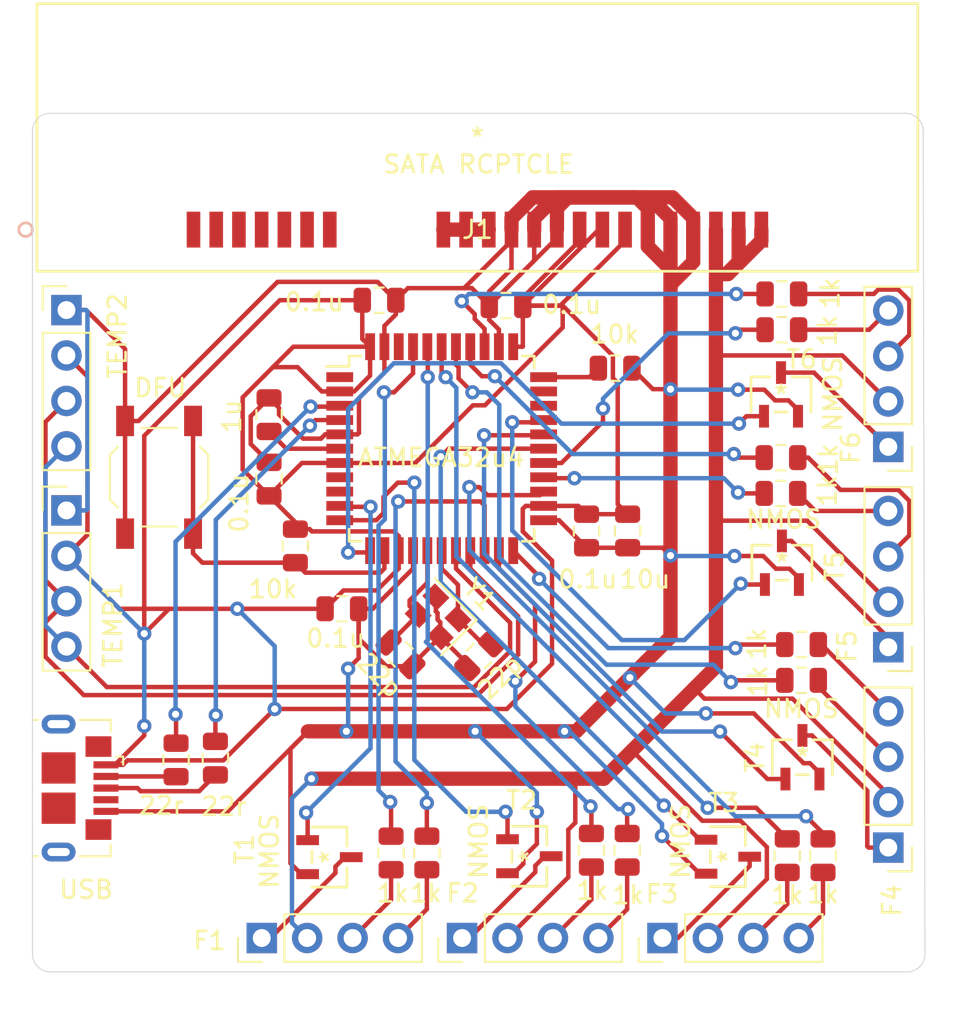
<source format=kicad_pcb>
(kicad_pcb (version 20171130) (host pcbnew "(5.1.4)-1")

  (general
    (thickness 1.6)
    (drawings 8)
    (tracks 608)
    (zones 0)
    (modules 44)
    (nets 67)
  )

  (page A4)
  (layers
    (0 F.Cu signal)
    (31 B.Cu signal)
    (32 B.Adhes user)
    (33 F.Adhes user)
    (34 B.Paste user)
    (35 F.Paste user)
    (36 B.SilkS user)
    (37 F.SilkS user)
    (38 B.Mask user hide)
    (39 F.Mask user hide)
    (40 Dwgs.User user hide)
    (41 Cmts.User user hide)
    (42 Eco1.User user hide)
    (43 Eco2.User user hide)
    (44 Edge.Cuts user)
    (45 Margin user hide)
    (46 B.CrtYd user)
    (47 F.CrtYd user)
    (48 B.Fab user hide)
    (49 F.Fab user hide)
  )

  (setup
    (last_trace_width 0.25)
    (user_trace_width 0.35)
    (user_trace_width 0.4)
    (user_trace_width 0.8)
    (trace_clearance 0.2)
    (zone_clearance 0.508)
    (zone_45_only no)
    (trace_min 0.25)
    (via_size 0.8)
    (via_drill 0.4)
    (via_min_size 0.4)
    (via_min_drill 0.3)
    (uvia_size 0.3)
    (uvia_drill 0.1)
    (uvias_allowed no)
    (uvia_min_size 0.2)
    (uvia_min_drill 0.1)
    (edge_width 0.05)
    (segment_width 0.2)
    (pcb_text_width 0.3)
    (pcb_text_size 1.5 1.5)
    (mod_edge_width 0.12)
    (mod_text_size 1 1)
    (mod_text_width 0.15)
    (pad_size 1.524 1.524)
    (pad_drill 0.762)
    (pad_to_mask_clearance 0.051)
    (solder_mask_min_width 0.25)
    (aux_axis_origin 0 0)
    (grid_origin 99.822 58.7502)
    (visible_elements 7FFFFFFF)
    (pcbplotparams
      (layerselection 0x010fc_ffffffff)
      (usegerberextensions false)
      (usegerberattributes false)
      (usegerberadvancedattributes false)
      (creategerberjobfile false)
      (excludeedgelayer true)
      (linewidth 0.100000)
      (plotframeref false)
      (viasonmask false)
      (mode 1)
      (useauxorigin false)
      (hpglpennumber 1)
      (hpglpenspeed 20)
      (hpglpendiameter 15.000000)
      (psnegative false)
      (psa4output false)
      (plotreference true)
      (plotvalue true)
      (plotinvisibletext false)
      (padsonsilk false)
      (subtractmaskfromsilk false)
      (outputformat 1)
      (mirror false)
      (drillshape 0)
      (scaleselection 1)
      (outputdirectory ""))
  )

  (net 0 "")
  (net 1 +5V)
  (net 2 "Net-(C1-Pad1)")
  (net 3 "Net-(C2-Pad2)")
  (net 4 "Net-(C3-Pad1)")
  (net 5 +12V)
  (net 6 +3V3)
  (net 7 "Net-(J1-PadS7)")
  (net 8 "Net-(J1-PadS6)")
  (net 9 "Net-(J1-PadS5)")
  (net 10 "Net-(J1-PadS4)")
  (net 11 "Net-(J1-PadS3)")
  (net 12 "Net-(J1-PadS2)")
  (net 13 "Net-(J1-PadS1)")
  (net 14 SCL)
  (net 15 SDA)
  (net 16 "Net-(J4-Pad6)")
  (net 17 D+)
  (net 18 "Net-(J4-Pad4)")
  (net 19 D-)
  (net 20 FAN1PWM)
  (net 21 FAN1TAC)
  (net 22 FAN2PWM)
  (net 23 FAN2TAC)
  (net 24 FAN3PWM)
  (net 25 FAN3TAC)
  (net 26 FAN4PWM)
  (net 27 FAN4TAC)
  (net 28 FAN5PWM)
  (net 29 FAN5TAC)
  (net 30 FAN6PWM)
  (net 31 FAN6TAC)
  (net 32 "Net-(R1-Pad1)")
  (net 33 "Net-(R2-Pad1)")
  (net 34 "Net-(R3-Pad2)")
  (net 35 "Net-(R4-Pad2)")
  (net 36 FAN1POW)
  (net 37 FAN2POW)
  (net 38 FAN3POW)
  (net 39 FAN4POW)
  (net 40 FAN5POW)
  (net 41 FAN6POW)
  (net 42 "Net-(U1-Pad42)")
  (net 43 "Net-(U1-Pad32)")
  (net 44 "Net-(U1-Pad31)")
  (net 45 "Net-(U1-Pad9)")
  (net 46 "Net-(U1-Pad8)")
  (net 47 "Net-(U1-Pad1)")
  (net 48 GND)
  (net 49 "Net-(M1-Pad4)")
  (net 50 "Net-(M1-Pad3)")
  (net 51 "Net-(M1-Pad1)")
  (net 52 "Net-(M2-Pad4)")
  (net 53 "Net-(M2-Pad3)")
  (net 54 "Net-(M2-Pad1)")
  (net 55 "Net-(M3-Pad4)")
  (net 56 "Net-(M3-Pad3)")
  (net 57 "Net-(M3-Pad1)")
  (net 58 "Net-(M4-Pad4)")
  (net 59 "Net-(M4-Pad3)")
  (net 60 "Net-(M4-Pad1)")
  (net 61 "Net-(M5-Pad4)")
  (net 62 "Net-(M5-Pad3)")
  (net 63 "Net-(M5-Pad1)")
  (net 64 "Net-(M6-Pad4)")
  (net 65 "Net-(M6-Pad3)")
  (net 66 "Net-(M6-Pad1)")

  (net_class Default "This is the default net class."
    (clearance 0.2)
    (trace_width 0.25)
    (via_dia 0.8)
    (via_drill 0.4)
    (uvia_dia 0.3)
    (uvia_drill 0.1)
    (add_net +12V)
    (add_net +3V3)
    (add_net +5V)
    (add_net D+)
    (add_net D-)
    (add_net FAN1POW)
    (add_net FAN1PWM)
    (add_net FAN1TAC)
    (add_net FAN2POW)
    (add_net FAN2PWM)
    (add_net FAN2TAC)
    (add_net FAN3POW)
    (add_net FAN3PWM)
    (add_net FAN3TAC)
    (add_net FAN4POW)
    (add_net FAN4PWM)
    (add_net FAN4TAC)
    (add_net FAN5POW)
    (add_net FAN5PWM)
    (add_net FAN5TAC)
    (add_net FAN6POW)
    (add_net FAN6PWM)
    (add_net FAN6TAC)
    (add_net GND)
    (add_net "Net-(C1-Pad1)")
    (add_net "Net-(C2-Pad2)")
    (add_net "Net-(C3-Pad1)")
    (add_net "Net-(J1-PadS1)")
    (add_net "Net-(J1-PadS2)")
    (add_net "Net-(J1-PadS3)")
    (add_net "Net-(J1-PadS4)")
    (add_net "Net-(J1-PadS5)")
    (add_net "Net-(J1-PadS6)")
    (add_net "Net-(J1-PadS7)")
    (add_net "Net-(J4-Pad4)")
    (add_net "Net-(J4-Pad6)")
    (add_net "Net-(M1-Pad1)")
    (add_net "Net-(M1-Pad3)")
    (add_net "Net-(M1-Pad4)")
    (add_net "Net-(M2-Pad1)")
    (add_net "Net-(M2-Pad3)")
    (add_net "Net-(M2-Pad4)")
    (add_net "Net-(M3-Pad1)")
    (add_net "Net-(M3-Pad3)")
    (add_net "Net-(M3-Pad4)")
    (add_net "Net-(M4-Pad1)")
    (add_net "Net-(M4-Pad3)")
    (add_net "Net-(M4-Pad4)")
    (add_net "Net-(M5-Pad1)")
    (add_net "Net-(M5-Pad3)")
    (add_net "Net-(M5-Pad4)")
    (add_net "Net-(M6-Pad1)")
    (add_net "Net-(M6-Pad3)")
    (add_net "Net-(M6-Pad4)")
    (add_net "Net-(R1-Pad1)")
    (add_net "Net-(R2-Pad1)")
    (add_net "Net-(R3-Pad2)")
    (add_net "Net-(R4-Pad2)")
    (add_net "Net-(U1-Pad1)")
    (add_net "Net-(U1-Pad31)")
    (add_net "Net-(U1-Pad32)")
    (add_net "Net-(U1-Pad42)")
    (add_net "Net-(U1-Pad8)")
    (add_net "Net-(U1-Pad9)")
    (add_net SCL)
    (add_net SDA)
  )

  (module Connector_PinHeader_2.54mm:PinHeader_1x04_P2.54mm_Vertical (layer F.Cu) (tedit 59FED5CC) (tstamp 5FFFF5FA)
    (at 53.622 58.9502)
    (descr "Through hole straight pin header, 1x04, 2.54mm pitch, single row")
    (tags "Through hole pin header THT 1x04 2.54mm single row")
    (path /6002298F)
    (fp_text reference TEMP2 (at 2.85 1.45 90) (layer F.SilkS)
      (effects (font (size 1 1) (thickness 0.15)))
    )
    (fp_text value TWI_TEMP_SENSOR_HEADER (at 0 9.95) (layer F.Fab)
      (effects (font (size 1 1) (thickness 0.15)))
    )
    (fp_line (start -0.635 -1.27) (end 1.27 -1.27) (layer F.Fab) (width 0.1))
    (fp_line (start 1.27 -1.27) (end 1.27 8.89) (layer F.Fab) (width 0.1))
    (fp_line (start 1.27 8.89) (end -1.27 8.89) (layer F.Fab) (width 0.1))
    (fp_line (start -1.27 8.89) (end -1.27 -0.635) (layer F.Fab) (width 0.1))
    (fp_line (start -1.27 -0.635) (end -0.635 -1.27) (layer F.Fab) (width 0.1))
    (fp_line (start -1.33 8.95) (end 1.33 8.95) (layer F.SilkS) (width 0.12))
    (fp_line (start -1.33 1.27) (end -1.33 8.95) (layer F.SilkS) (width 0.12))
    (fp_line (start 1.33 1.27) (end 1.33 8.95) (layer F.SilkS) (width 0.12))
    (fp_line (start -1.33 1.27) (end 1.33 1.27) (layer F.SilkS) (width 0.12))
    (fp_line (start -1.33 0) (end -1.33 -1.33) (layer F.SilkS) (width 0.12))
    (fp_line (start -1.33 -1.33) (end 0 -1.33) (layer F.SilkS) (width 0.12))
    (fp_line (start -1.8 -1.8) (end -1.8 9.4) (layer F.CrtYd) (width 0.05))
    (fp_line (start -1.8 9.4) (end 1.8 9.4) (layer F.CrtYd) (width 0.05))
    (fp_line (start 1.8 9.4) (end 1.8 -1.8) (layer F.CrtYd) (width 0.05))
    (fp_line (start 1.8 -1.8) (end -1.8 -1.8) (layer F.CrtYd) (width 0.05))
    (fp_text user %R (at 0 3.81 90) (layer F.Fab)
      (effects (font (size 1 1) (thickness 0.15)))
    )
    (pad 1 thru_hole rect (at 0 0) (size 1.7 1.7) (drill 1) (layers *.Cu *.Mask)
      (net 48 GND))
    (pad 2 thru_hole oval (at 0 2.54) (size 1.7 1.7) (drill 1) (layers *.Cu *.Mask)
      (net 1 +5V))
    (pad 3 thru_hole oval (at 0 5.08) (size 1.7 1.7) (drill 1) (layers *.Cu *.Mask)
      (net 15 SDA))
    (pad 4 thru_hole oval (at 0 7.62) (size 1.7 1.7) (drill 1) (layers *.Cu *.Mask)
      (net 14 SCL))
    (model ${KISYS3DMOD}/Connector_PinHeader_2.54mm.3dshapes/PinHeader_1x04_P2.54mm_Vertical.wrl
      (at (xyz 0 0 0))
      (scale (xyz 1 1 1))
      (rotate (xyz 0 0 0))
    )
  )

  (module Resistor_SMD:R_0805_2012Metric (layer F.Cu) (tedit 5B36C52B) (tstamp 5FFFD81D)
    (at 93.622 60.0502 180)
    (descr "Resistor SMD 0805 (2012 Metric), square (rectangular) end terminal, IPC_7351 nominal, (Body size source: https://docs.google.com/spreadsheets/d/1BsfQQcO9C6DZCsRaXUlFlo91Tg2WpOkGARC1WS5S8t0/edit?usp=sharing), generated with kicad-footprint-generator")
    (tags resistor)
    (path /60013106)
    (attr smd)
    (fp_text reference 1k (at -2.55 -0.05 90) (layer F.SilkS)
      (effects (font (size 1 1) (thickness 0.15)))
    )
    (fp_text value 1k (at 0 1.65) (layer F.Fab)
      (effects (font (size 1 1) (thickness 0.15)))
    )
    (fp_line (start -1 0.6) (end -1 -0.6) (layer F.Fab) (width 0.1))
    (fp_line (start -1 -0.6) (end 1 -0.6) (layer F.Fab) (width 0.1))
    (fp_line (start 1 -0.6) (end 1 0.6) (layer F.Fab) (width 0.1))
    (fp_line (start 1 0.6) (end -1 0.6) (layer F.Fab) (width 0.1))
    (fp_line (start -0.258578 -0.71) (end 0.258578 -0.71) (layer F.SilkS) (width 0.12))
    (fp_line (start -0.258578 0.71) (end 0.258578 0.71) (layer F.SilkS) (width 0.12))
    (fp_line (start -1.68 0.95) (end -1.68 -0.95) (layer F.CrtYd) (width 0.05))
    (fp_line (start -1.68 -0.95) (end 1.68 -0.95) (layer F.CrtYd) (width 0.05))
    (fp_line (start 1.68 -0.95) (end 1.68 0.95) (layer F.CrtYd) (width 0.05))
    (fp_line (start 1.68 0.95) (end -1.68 0.95) (layer F.CrtYd) (width 0.05))
    (fp_text user %R (at 0 0) (layer F.Fab)
      (effects (font (size 0.5 0.5) (thickness 0.08)))
    )
    (pad 1 smd roundrect (at -0.9375 0 180) (size 0.975 1.4) (layers F.Cu F.Paste F.Mask) (roundrect_rratio 0.25)
      (net 64 "Net-(M6-Pad4)"))
    (pad 2 smd roundrect (at 0.9375 0 180) (size 0.975 1.4) (layers F.Cu F.Paste F.Mask) (roundrect_rratio 0.25)
      (net 30 FAN6PWM))
    (model ${KISYS3DMOD}/Resistor_SMD.3dshapes/R_0805_2012Metric.wrl
      (at (xyz 0 0 0))
      (scale (xyz 1 1 1))
      (rotate (xyz 0 0 0))
    )
  )

  (module Resistor_SMD:R_0805_2012Metric (layer F.Cu) (tedit 5B36C52B) (tstamp 5FFFD80C)
    (at 93.622 58.0502 180)
    (descr "Resistor SMD 0805 (2012 Metric), square (rectangular) end terminal, IPC_7351 nominal, (Body size source: https://docs.google.com/spreadsheets/d/1BsfQQcO9C6DZCsRaXUlFlo91Tg2WpOkGARC1WS5S8t0/edit?usp=sharing), generated with kicad-footprint-generator")
    (tags resistor)
    (path /5FFFE867)
    (attr smd)
    (fp_text reference 1k (at -2.7 0.05 90) (layer F.SilkS)
      (effects (font (size 1 1) (thickness 0.15)))
    )
    (fp_text value 1k (at 0 1.65) (layer F.Fab)
      (effects (font (size 1 1) (thickness 0.15)))
    )
    (fp_line (start -1 0.6) (end -1 -0.6) (layer F.Fab) (width 0.1))
    (fp_line (start -1 -0.6) (end 1 -0.6) (layer F.Fab) (width 0.1))
    (fp_line (start 1 -0.6) (end 1 0.6) (layer F.Fab) (width 0.1))
    (fp_line (start 1 0.6) (end -1 0.6) (layer F.Fab) (width 0.1))
    (fp_line (start -0.258578 -0.71) (end 0.258578 -0.71) (layer F.SilkS) (width 0.12))
    (fp_line (start -0.258578 0.71) (end 0.258578 0.71) (layer F.SilkS) (width 0.12))
    (fp_line (start -1.68 0.95) (end -1.68 -0.95) (layer F.CrtYd) (width 0.05))
    (fp_line (start -1.68 -0.95) (end 1.68 -0.95) (layer F.CrtYd) (width 0.05))
    (fp_line (start 1.68 -0.95) (end 1.68 0.95) (layer F.CrtYd) (width 0.05))
    (fp_line (start 1.68 0.95) (end -1.68 0.95) (layer F.CrtYd) (width 0.05))
    (fp_text user %R (at 0 0) (layer F.Fab)
      (effects (font (size 0.5 0.5) (thickness 0.08)))
    )
    (pad 1 smd roundrect (at -0.9375 0 180) (size 0.975 1.4) (layers F.Cu F.Paste F.Mask) (roundrect_rratio 0.25)
      (net 65 "Net-(M6-Pad3)"))
    (pad 2 smd roundrect (at 0.9375 0 180) (size 0.975 1.4) (layers F.Cu F.Paste F.Mask) (roundrect_rratio 0.25)
      (net 31 FAN6TAC))
    (model ${KISYS3DMOD}/Resistor_SMD.3dshapes/R_0805_2012Metric.wrl
      (at (xyz 0 0 0))
      (scale (xyz 1 1 1))
      (rotate (xyz 0 0 0))
    )
  )

  (module Resistor_SMD:R_0805_2012Metric (layer F.Cu) (tedit 5B36C52B) (tstamp 5FFFD7FB)
    (at 93.572 69.2002 180)
    (descr "Resistor SMD 0805 (2012 Metric), square (rectangular) end terminal, IPC_7351 nominal, (Body size source: https://docs.google.com/spreadsheets/d/1BsfQQcO9C6DZCsRaXUlFlo91Tg2WpOkGARC1WS5S8t0/edit?usp=sharing), generated with kicad-footprint-generator")
    (tags resistor)
    (path /5FFFE861)
    (attr smd)
    (fp_text reference 1k (at -2.6 0.15 90) (layer F.SilkS)
      (effects (font (size 1 1) (thickness 0.15)))
    )
    (fp_text value 1k (at 0 1.65) (layer F.Fab)
      (effects (font (size 1 1) (thickness 0.15)))
    )
    (fp_line (start -1 0.6) (end -1 -0.6) (layer F.Fab) (width 0.1))
    (fp_line (start -1 -0.6) (end 1 -0.6) (layer F.Fab) (width 0.1))
    (fp_line (start 1 -0.6) (end 1 0.6) (layer F.Fab) (width 0.1))
    (fp_line (start 1 0.6) (end -1 0.6) (layer F.Fab) (width 0.1))
    (fp_line (start -0.258578 -0.71) (end 0.258578 -0.71) (layer F.SilkS) (width 0.12))
    (fp_line (start -0.258578 0.71) (end 0.258578 0.71) (layer F.SilkS) (width 0.12))
    (fp_line (start -1.68 0.95) (end -1.68 -0.95) (layer F.CrtYd) (width 0.05))
    (fp_line (start -1.68 -0.95) (end 1.68 -0.95) (layer F.CrtYd) (width 0.05))
    (fp_line (start 1.68 -0.95) (end 1.68 0.95) (layer F.CrtYd) (width 0.05))
    (fp_line (start 1.68 0.95) (end -1.68 0.95) (layer F.CrtYd) (width 0.05))
    (fp_text user %R (at 0 0) (layer F.Fab)
      (effects (font (size 0.5 0.5) (thickness 0.08)))
    )
    (pad 1 smd roundrect (at -0.9375 0 180) (size 0.975 1.4) (layers F.Cu F.Paste F.Mask) (roundrect_rratio 0.25)
      (net 61 "Net-(M5-Pad4)"))
    (pad 2 smd roundrect (at 0.9375 0 180) (size 0.975 1.4) (layers F.Cu F.Paste F.Mask) (roundrect_rratio 0.25)
      (net 28 FAN5PWM))
    (model ${KISYS3DMOD}/Resistor_SMD.3dshapes/R_0805_2012Metric.wrl
      (at (xyz 0 0 0))
      (scale (xyz 1 1 1))
      (rotate (xyz 0 0 0))
    )
  )

  (module Resistor_SMD:R_0805_2012Metric (layer F.Cu) (tedit 5B36C52B) (tstamp 5FFFD7EA)
    (at 93.572 67.2002 180)
    (descr "Resistor SMD 0805 (2012 Metric), square (rectangular) end terminal, IPC_7351 nominal, (Body size source: https://docs.google.com/spreadsheets/d/1BsfQQcO9C6DZCsRaXUlFlo91Tg2WpOkGARC1WS5S8t0/edit?usp=sharing), generated with kicad-footprint-generator")
    (tags resistor)
    (path /5FFFD195)
    (attr smd)
    (fp_text reference 1k (at -2.65 -0.1 90) (layer F.SilkS)
      (effects (font (size 1 1) (thickness 0.15)))
    )
    (fp_text value 1k (at 0 1.65) (layer F.Fab)
      (effects (font (size 1 1) (thickness 0.15)))
    )
    (fp_line (start -1 0.6) (end -1 -0.6) (layer F.Fab) (width 0.1))
    (fp_line (start -1 -0.6) (end 1 -0.6) (layer F.Fab) (width 0.1))
    (fp_line (start 1 -0.6) (end 1 0.6) (layer F.Fab) (width 0.1))
    (fp_line (start 1 0.6) (end -1 0.6) (layer F.Fab) (width 0.1))
    (fp_line (start -0.258578 -0.71) (end 0.258578 -0.71) (layer F.SilkS) (width 0.12))
    (fp_line (start -0.258578 0.71) (end 0.258578 0.71) (layer F.SilkS) (width 0.12))
    (fp_line (start -1.68 0.95) (end -1.68 -0.95) (layer F.CrtYd) (width 0.05))
    (fp_line (start -1.68 -0.95) (end 1.68 -0.95) (layer F.CrtYd) (width 0.05))
    (fp_line (start 1.68 -0.95) (end 1.68 0.95) (layer F.CrtYd) (width 0.05))
    (fp_line (start 1.68 0.95) (end -1.68 0.95) (layer F.CrtYd) (width 0.05))
    (fp_text user %R (at 0 0) (layer F.Fab)
      (effects (font (size 0.5 0.5) (thickness 0.08)))
    )
    (pad 1 smd roundrect (at -0.9375 0 180) (size 0.975 1.4) (layers F.Cu F.Paste F.Mask) (roundrect_rratio 0.25)
      (net 62 "Net-(M5-Pad3)"))
    (pad 2 smd roundrect (at 0.9375 0 180) (size 0.975 1.4) (layers F.Cu F.Paste F.Mask) (roundrect_rratio 0.25)
      (net 29 FAN5TAC))
    (model ${KISYS3DMOD}/Resistor_SMD.3dshapes/R_0805_2012Metric.wrl
      (at (xyz 0 0 0))
      (scale (xyz 1 1 1))
      (rotate (xyz 0 0 0))
    )
  )

  (module Resistor_SMD:R_0805_2012Metric (layer F.Cu) (tedit 5B36C52B) (tstamp 5FFFD7D9)
    (at 94.722 77.6502 180)
    (descr "Resistor SMD 0805 (2012 Metric), square (rectangular) end terminal, IPC_7351 nominal, (Body size source: https://docs.google.com/spreadsheets/d/1BsfQQcO9C6DZCsRaXUlFlo91Tg2WpOkGARC1WS5S8t0/edit?usp=sharing), generated with kicad-footprint-generator")
    (tags resistor)
    (path /5FFFD18F)
    (attr smd)
    (fp_text reference 1k (at 2.5 0.05 90) (layer F.SilkS)
      (effects (font (size 1 1) (thickness 0.15)))
    )
    (fp_text value 1k (at 0 1.65) (layer F.Fab)
      (effects (font (size 1 1) (thickness 0.15)))
    )
    (fp_line (start -1 0.6) (end -1 -0.6) (layer F.Fab) (width 0.1))
    (fp_line (start -1 -0.6) (end 1 -0.6) (layer F.Fab) (width 0.1))
    (fp_line (start 1 -0.6) (end 1 0.6) (layer F.Fab) (width 0.1))
    (fp_line (start 1 0.6) (end -1 0.6) (layer F.Fab) (width 0.1))
    (fp_line (start -0.258578 -0.71) (end 0.258578 -0.71) (layer F.SilkS) (width 0.12))
    (fp_line (start -0.258578 0.71) (end 0.258578 0.71) (layer F.SilkS) (width 0.12))
    (fp_line (start -1.68 0.95) (end -1.68 -0.95) (layer F.CrtYd) (width 0.05))
    (fp_line (start -1.68 -0.95) (end 1.68 -0.95) (layer F.CrtYd) (width 0.05))
    (fp_line (start 1.68 -0.95) (end 1.68 0.95) (layer F.CrtYd) (width 0.05))
    (fp_line (start 1.68 0.95) (end -1.68 0.95) (layer F.CrtYd) (width 0.05))
    (fp_text user %R (at 0 0) (layer F.Fab)
      (effects (font (size 0.5 0.5) (thickness 0.08)))
    )
    (pad 1 smd roundrect (at -0.9375 0 180) (size 0.975 1.4) (layers F.Cu F.Paste F.Mask) (roundrect_rratio 0.25)
      (net 58 "Net-(M4-Pad4)"))
    (pad 2 smd roundrect (at 0.9375 0 180) (size 0.975 1.4) (layers F.Cu F.Paste F.Mask) (roundrect_rratio 0.25)
      (net 26 FAN4PWM))
    (model ${KISYS3DMOD}/Resistor_SMD.3dshapes/R_0805_2012Metric.wrl
      (at (xyz 0 0 0))
      (scale (xyz 1 1 1))
      (rotate (xyz 0 0 0))
    )
  )

  (module Resistor_SMD:R_0805_2012Metric (layer F.Cu) (tedit 5B36C52B) (tstamp 6000253F)
    (at 94.722 79.6502 180)
    (descr "Resistor SMD 0805 (2012 Metric), square (rectangular) end terminal, IPC_7351 nominal, (Body size source: https://docs.google.com/spreadsheets/d/1BsfQQcO9C6DZCsRaXUlFlo91Tg2WpOkGARC1WS5S8t0/edit?usp=sharing), generated with kicad-footprint-generator")
    (tags resistor)
    (path /5FFFBFCD)
    (attr smd)
    (fp_text reference 1k (at 2.45 -0.05 90) (layer F.SilkS)
      (effects (font (size 1 1) (thickness 0.15)))
    )
    (fp_text value 1k (at 0 1.65) (layer F.Fab)
      (effects (font (size 1 1) (thickness 0.15)))
    )
    (fp_line (start -1 0.6) (end -1 -0.6) (layer F.Fab) (width 0.1))
    (fp_line (start -1 -0.6) (end 1 -0.6) (layer F.Fab) (width 0.1))
    (fp_line (start 1 -0.6) (end 1 0.6) (layer F.Fab) (width 0.1))
    (fp_line (start 1 0.6) (end -1 0.6) (layer F.Fab) (width 0.1))
    (fp_line (start -0.258578 -0.71) (end 0.258578 -0.71) (layer F.SilkS) (width 0.12))
    (fp_line (start -0.258578 0.71) (end 0.258578 0.71) (layer F.SilkS) (width 0.12))
    (fp_line (start -1.68 0.95) (end -1.68 -0.95) (layer F.CrtYd) (width 0.05))
    (fp_line (start -1.68 -0.95) (end 1.68 -0.95) (layer F.CrtYd) (width 0.05))
    (fp_line (start 1.68 -0.95) (end 1.68 0.95) (layer F.CrtYd) (width 0.05))
    (fp_line (start 1.68 0.95) (end -1.68 0.95) (layer F.CrtYd) (width 0.05))
    (fp_text user %R (at 0 0) (layer F.Fab)
      (effects (font (size 0.5 0.5) (thickness 0.08)))
    )
    (pad 1 smd roundrect (at -0.9375 0 180) (size 0.975 1.4) (layers F.Cu F.Paste F.Mask) (roundrect_rratio 0.25)
      (net 59 "Net-(M4-Pad3)"))
    (pad 2 smd roundrect (at 0.9375 0 180) (size 0.975 1.4) (layers F.Cu F.Paste F.Mask) (roundrect_rratio 0.25)
      (net 27 FAN4TAC))
    (model ${KISYS3DMOD}/Resistor_SMD.3dshapes/R_0805_2012Metric.wrl
      (at (xyz 0 0 0))
      (scale (xyz 1 1 1))
      (rotate (xyz 0 0 0))
    )
  )

  (module Resistor_SMD:R_0805_2012Metric (layer F.Cu) (tedit 5B36C52B) (tstamp 5FFFD7B7)
    (at 95.922 89.4502 90)
    (descr "Resistor SMD 0805 (2012 Metric), square (rectangular) end terminal, IPC_7351 nominal, (Body size source: https://docs.google.com/spreadsheets/d/1BsfQQcO9C6DZCsRaXUlFlo91Tg2WpOkGARC1WS5S8t0/edit?usp=sharing), generated with kicad-footprint-generator")
    (tags resistor)
    (path /5FFFBFC7)
    (attr smd)
    (fp_text reference 1k (at -2.15 0 180) (layer F.SilkS)
      (effects (font (size 1 1) (thickness 0.15)))
    )
    (fp_text value 1k (at 0 1.65 90) (layer F.Fab)
      (effects (font (size 1 1) (thickness 0.15)))
    )
    (fp_line (start -1 0.6) (end -1 -0.6) (layer F.Fab) (width 0.1))
    (fp_line (start -1 -0.6) (end 1 -0.6) (layer F.Fab) (width 0.1))
    (fp_line (start 1 -0.6) (end 1 0.6) (layer F.Fab) (width 0.1))
    (fp_line (start 1 0.6) (end -1 0.6) (layer F.Fab) (width 0.1))
    (fp_line (start -0.258578 -0.71) (end 0.258578 -0.71) (layer F.SilkS) (width 0.12))
    (fp_line (start -0.258578 0.71) (end 0.258578 0.71) (layer F.SilkS) (width 0.12))
    (fp_line (start -1.68 0.95) (end -1.68 -0.95) (layer F.CrtYd) (width 0.05))
    (fp_line (start -1.68 -0.95) (end 1.68 -0.95) (layer F.CrtYd) (width 0.05))
    (fp_line (start 1.68 -0.95) (end 1.68 0.95) (layer F.CrtYd) (width 0.05))
    (fp_line (start 1.68 0.95) (end -1.68 0.95) (layer F.CrtYd) (width 0.05))
    (fp_text user %R (at 0 0 90) (layer F.Fab)
      (effects (font (size 0.5 0.5) (thickness 0.08)))
    )
    (pad 1 smd roundrect (at -0.9375 0 90) (size 0.975 1.4) (layers F.Cu F.Paste F.Mask) (roundrect_rratio 0.25)
      (net 55 "Net-(M3-Pad4)"))
    (pad 2 smd roundrect (at 0.9375 0 90) (size 0.975 1.4) (layers F.Cu F.Paste F.Mask) (roundrect_rratio 0.25)
      (net 24 FAN3PWM))
    (model ${KISYS3DMOD}/Resistor_SMD.3dshapes/R_0805_2012Metric.wrl
      (at (xyz 0 0 0))
      (scale (xyz 1 1 1))
      (rotate (xyz 0 0 0))
    )
  )

  (module Resistor_SMD:R_0805_2012Metric (layer F.Cu) (tedit 5B36C52B) (tstamp 5FFFD7A6)
    (at 93.922 89.4502 90)
    (descr "Resistor SMD 0805 (2012 Metric), square (rectangular) end terminal, IPC_7351 nominal, (Body size source: https://docs.google.com/spreadsheets/d/1BsfQQcO9C6DZCsRaXUlFlo91Tg2WpOkGARC1WS5S8t0/edit?usp=sharing), generated with kicad-footprint-generator")
    (tags resistor)
    (path /5FFFAF66)
    (attr smd)
    (fp_text reference 1k (at -2.2 0 180) (layer F.SilkS)
      (effects (font (size 1 1) (thickness 0.15)))
    )
    (fp_text value 1k (at 0 1.65 90) (layer F.Fab)
      (effects (font (size 1 1) (thickness 0.15)))
    )
    (fp_line (start -1 0.6) (end -1 -0.6) (layer F.Fab) (width 0.1))
    (fp_line (start -1 -0.6) (end 1 -0.6) (layer F.Fab) (width 0.1))
    (fp_line (start 1 -0.6) (end 1 0.6) (layer F.Fab) (width 0.1))
    (fp_line (start 1 0.6) (end -1 0.6) (layer F.Fab) (width 0.1))
    (fp_line (start -0.258578 -0.71) (end 0.258578 -0.71) (layer F.SilkS) (width 0.12))
    (fp_line (start -0.258578 0.71) (end 0.258578 0.71) (layer F.SilkS) (width 0.12))
    (fp_line (start -1.68 0.95) (end -1.68 -0.95) (layer F.CrtYd) (width 0.05))
    (fp_line (start -1.68 -0.95) (end 1.68 -0.95) (layer F.CrtYd) (width 0.05))
    (fp_line (start 1.68 -0.95) (end 1.68 0.95) (layer F.CrtYd) (width 0.05))
    (fp_line (start 1.68 0.95) (end -1.68 0.95) (layer F.CrtYd) (width 0.05))
    (fp_text user %R (at 0 0 90) (layer F.Fab)
      (effects (font (size 0.5 0.5) (thickness 0.08)))
    )
    (pad 1 smd roundrect (at -0.9375 0 90) (size 0.975 1.4) (layers F.Cu F.Paste F.Mask) (roundrect_rratio 0.25)
      (net 56 "Net-(M3-Pad3)"))
    (pad 2 smd roundrect (at 0.9375 0 90) (size 0.975 1.4) (layers F.Cu F.Paste F.Mask) (roundrect_rratio 0.25)
      (net 25 FAN3TAC))
    (model ${KISYS3DMOD}/Resistor_SMD.3dshapes/R_0805_2012Metric.wrl
      (at (xyz 0 0 0))
      (scale (xyz 1 1 1))
      (rotate (xyz 0 0 0))
    )
  )

  (module Resistor_SMD:R_0805_2012Metric (layer F.Cu) (tedit 5B36C52B) (tstamp 5FFFD795)
    (at 84.972 89.1502 90)
    (descr "Resistor SMD 0805 (2012 Metric), square (rectangular) end terminal, IPC_7351 nominal, (Body size source: https://docs.google.com/spreadsheets/d/1BsfQQcO9C6DZCsRaXUlFlo91Tg2WpOkGARC1WS5S8t0/edit?usp=sharing), generated with kicad-footprint-generator")
    (tags resistor)
    (path /5FFFA6B5)
    (attr smd)
    (fp_text reference 1k (at -2.5 0.05 180) (layer F.SilkS)
      (effects (font (size 1 1) (thickness 0.15)))
    )
    (fp_text value 1k (at 0 1.65 90) (layer F.Fab)
      (effects (font (size 1 1) (thickness 0.15)))
    )
    (fp_line (start -1 0.6) (end -1 -0.6) (layer F.Fab) (width 0.1))
    (fp_line (start -1 -0.6) (end 1 -0.6) (layer F.Fab) (width 0.1))
    (fp_line (start 1 -0.6) (end 1 0.6) (layer F.Fab) (width 0.1))
    (fp_line (start 1 0.6) (end -1 0.6) (layer F.Fab) (width 0.1))
    (fp_line (start -0.258578 -0.71) (end 0.258578 -0.71) (layer F.SilkS) (width 0.12))
    (fp_line (start -0.258578 0.71) (end 0.258578 0.71) (layer F.SilkS) (width 0.12))
    (fp_line (start -1.68 0.95) (end -1.68 -0.95) (layer F.CrtYd) (width 0.05))
    (fp_line (start -1.68 -0.95) (end 1.68 -0.95) (layer F.CrtYd) (width 0.05))
    (fp_line (start 1.68 -0.95) (end 1.68 0.95) (layer F.CrtYd) (width 0.05))
    (fp_line (start 1.68 0.95) (end -1.68 0.95) (layer F.CrtYd) (width 0.05))
    (fp_text user %R (at 0 0 90) (layer F.Fab)
      (effects (font (size 0.5 0.5) (thickness 0.08)))
    )
    (pad 1 smd roundrect (at -0.9375 0 90) (size 0.975 1.4) (layers F.Cu F.Paste F.Mask) (roundrect_rratio 0.25)
      (net 52 "Net-(M2-Pad4)"))
    (pad 2 smd roundrect (at 0.9375 0 90) (size 0.975 1.4) (layers F.Cu F.Paste F.Mask) (roundrect_rratio 0.25)
      (net 22 FAN2PWM))
    (model ${KISYS3DMOD}/Resistor_SMD.3dshapes/R_0805_2012Metric.wrl
      (at (xyz 0 0 0))
      (scale (xyz 1 1 1))
      (rotate (xyz 0 0 0))
    )
  )

  (module Resistor_SMD:R_0805_2012Metric (layer F.Cu) (tedit 5B36C52B) (tstamp 5FFFD784)
    (at 82.972 89.1502 90)
    (descr "Resistor SMD 0805 (2012 Metric), square (rectangular) end terminal, IPC_7351 nominal, (Body size source: https://docs.google.com/spreadsheets/d/1BsfQQcO9C6DZCsRaXUlFlo91Tg2WpOkGARC1WS5S8t0/edit?usp=sharing), generated with kicad-footprint-generator")
    (tags resistor)
    (path /5FFFA3F9)
    (attr smd)
    (fp_text reference 1k (at -2.25 0.05 180) (layer F.SilkS)
      (effects (font (size 1 1) (thickness 0.15)))
    )
    (fp_text value 1k (at 0 1.65 90) (layer F.Fab)
      (effects (font (size 1 1) (thickness 0.15)))
    )
    (fp_line (start -1 0.6) (end -1 -0.6) (layer F.Fab) (width 0.1))
    (fp_line (start -1 -0.6) (end 1 -0.6) (layer F.Fab) (width 0.1))
    (fp_line (start 1 -0.6) (end 1 0.6) (layer F.Fab) (width 0.1))
    (fp_line (start 1 0.6) (end -1 0.6) (layer F.Fab) (width 0.1))
    (fp_line (start -0.258578 -0.71) (end 0.258578 -0.71) (layer F.SilkS) (width 0.12))
    (fp_line (start -0.258578 0.71) (end 0.258578 0.71) (layer F.SilkS) (width 0.12))
    (fp_line (start -1.68 0.95) (end -1.68 -0.95) (layer F.CrtYd) (width 0.05))
    (fp_line (start -1.68 -0.95) (end 1.68 -0.95) (layer F.CrtYd) (width 0.05))
    (fp_line (start 1.68 -0.95) (end 1.68 0.95) (layer F.CrtYd) (width 0.05))
    (fp_line (start 1.68 0.95) (end -1.68 0.95) (layer F.CrtYd) (width 0.05))
    (fp_text user %R (at 0 0 90) (layer F.Fab)
      (effects (font (size 0.5 0.5) (thickness 0.08)))
    )
    (pad 1 smd roundrect (at -0.9375 0 90) (size 0.975 1.4) (layers F.Cu F.Paste F.Mask) (roundrect_rratio 0.25)
      (net 53 "Net-(M2-Pad3)"))
    (pad 2 smd roundrect (at 0.9375 0 90) (size 0.975 1.4) (layers F.Cu F.Paste F.Mask) (roundrect_rratio 0.25)
      (net 23 FAN2TAC))
    (model ${KISYS3DMOD}/Resistor_SMD.3dshapes/R_0805_2012Metric.wrl
      (at (xyz 0 0 0))
      (scale (xyz 1 1 1))
      (rotate (xyz 0 0 0))
    )
  )

  (module Resistor_SMD:R_0805_2012Metric (layer F.Cu) (tedit 5B36C52B) (tstamp 5FFFD773)
    (at 73.772 89.3002 90)
    (descr "Resistor SMD 0805 (2012 Metric), square (rectangular) end terminal, IPC_7351 nominal, (Body size source: https://docs.google.com/spreadsheets/d/1BsfQQcO9C6DZCsRaXUlFlo91Tg2WpOkGARC1WS5S8t0/edit?usp=sharing), generated with kicad-footprint-generator")
    (tags resistor)
    (path /5FFF9B14)
    (attr smd)
    (fp_text reference 1k (at -2.25 -0.05 180) (layer F.SilkS)
      (effects (font (size 1 1) (thickness 0.15)))
    )
    (fp_text value 1k (at 0 1.65 90) (layer F.Fab)
      (effects (font (size 1 1) (thickness 0.15)))
    )
    (fp_line (start -1 0.6) (end -1 -0.6) (layer F.Fab) (width 0.1))
    (fp_line (start -1 -0.6) (end 1 -0.6) (layer F.Fab) (width 0.1))
    (fp_line (start 1 -0.6) (end 1 0.6) (layer F.Fab) (width 0.1))
    (fp_line (start 1 0.6) (end -1 0.6) (layer F.Fab) (width 0.1))
    (fp_line (start -0.258578 -0.71) (end 0.258578 -0.71) (layer F.SilkS) (width 0.12))
    (fp_line (start -0.258578 0.71) (end 0.258578 0.71) (layer F.SilkS) (width 0.12))
    (fp_line (start -1.68 0.95) (end -1.68 -0.95) (layer F.CrtYd) (width 0.05))
    (fp_line (start -1.68 -0.95) (end 1.68 -0.95) (layer F.CrtYd) (width 0.05))
    (fp_line (start 1.68 -0.95) (end 1.68 0.95) (layer F.CrtYd) (width 0.05))
    (fp_line (start 1.68 0.95) (end -1.68 0.95) (layer F.CrtYd) (width 0.05))
    (fp_text user %R (at 0 0 90) (layer F.Fab)
      (effects (font (size 0.5 0.5) (thickness 0.08)))
    )
    (pad 1 smd roundrect (at -0.9375 0 90) (size 0.975 1.4) (layers F.Cu F.Paste F.Mask) (roundrect_rratio 0.25)
      (net 49 "Net-(M1-Pad4)"))
    (pad 2 smd roundrect (at 0.9375 0 90) (size 0.975 1.4) (layers F.Cu F.Paste F.Mask) (roundrect_rratio 0.25)
      (net 20 FAN1PWM))
    (model ${KISYS3DMOD}/Resistor_SMD.3dshapes/R_0805_2012Metric.wrl
      (at (xyz 0 0 0))
      (scale (xyz 1 1 1))
      (rotate (xyz 0 0 0))
    )
  )

  (module Resistor_SMD:R_0805_2012Metric (layer F.Cu) (tedit 5B36C52B) (tstamp 600015E8)
    (at 71.772 89.3002 90)
    (descr "Resistor SMD 0805 (2012 Metric), square (rectangular) end terminal, IPC_7351 nominal, (Body size source: https://docs.google.com/spreadsheets/d/1BsfQQcO9C6DZCsRaXUlFlo91Tg2WpOkGARC1WS5S8t0/edit?usp=sharing), generated with kicad-footprint-generator")
    (tags resistor)
    (path /5FFF966F)
    (attr smd)
    (fp_text reference 1k (at -2.25 0.1 180) (layer F.SilkS)
      (effects (font (size 1 1) (thickness 0.15)))
    )
    (fp_text value 1k (at 0 1.65 90) (layer F.Fab)
      (effects (font (size 1 1) (thickness 0.15)))
    )
    (fp_line (start -1 0.6) (end -1 -0.6) (layer F.Fab) (width 0.1))
    (fp_line (start -1 -0.6) (end 1 -0.6) (layer F.Fab) (width 0.1))
    (fp_line (start 1 -0.6) (end 1 0.6) (layer F.Fab) (width 0.1))
    (fp_line (start 1 0.6) (end -1 0.6) (layer F.Fab) (width 0.1))
    (fp_line (start -0.258578 -0.71) (end 0.258578 -0.71) (layer F.SilkS) (width 0.12))
    (fp_line (start -0.258578 0.71) (end 0.258578 0.71) (layer F.SilkS) (width 0.12))
    (fp_line (start -1.68 0.95) (end -1.68 -0.95) (layer F.CrtYd) (width 0.05))
    (fp_line (start -1.68 -0.95) (end 1.68 -0.95) (layer F.CrtYd) (width 0.05))
    (fp_line (start 1.68 -0.95) (end 1.68 0.95) (layer F.CrtYd) (width 0.05))
    (fp_line (start 1.68 0.95) (end -1.68 0.95) (layer F.CrtYd) (width 0.05))
    (fp_text user %R (at 0 0 90) (layer F.Fab)
      (effects (font (size 0.5 0.5) (thickness 0.08)))
    )
    (pad 1 smd roundrect (at -0.9375 0 90) (size 0.975 1.4) (layers F.Cu F.Paste F.Mask) (roundrect_rratio 0.25)
      (net 50 "Net-(M1-Pad3)"))
    (pad 2 smd roundrect (at 0.9375 0 90) (size 0.975 1.4) (layers F.Cu F.Paste F.Mask) (roundrect_rratio 0.25)
      (net 21 FAN1TAC))
    (model ${KISYS3DMOD}/Resistor_SMD.3dshapes/R_0805_2012Metric.wrl
      (at (xyz 0 0 0))
      (scale (xyz 1 1 1))
      (rotate (xyz 0 0 0))
    )
  )

  (module Connector_PinHeader_2.54mm:PinHeader_1x04_P2.54mm_Vertical (layer F.Cu) (tedit 59FED5CC) (tstamp 5FFFD559)
    (at 53.622 70.1502)
    (descr "Through hole straight pin header, 1x04, 2.54mm pitch, single row")
    (tags "Through hole pin header THT 1x04 2.54mm single row")
    (path /60029362)
    (fp_text reference TEMP1 (at 2.6 6.4 90) (layer F.SilkS)
      (effects (font (size 1 1) (thickness 0.15)))
    )
    (fp_text value TWI_TEMP_SENSOR_HEADER (at 0 9.95) (layer F.Fab)
      (effects (font (size 1 1) (thickness 0.15)))
    )
    (fp_line (start -0.635 -1.27) (end 1.27 -1.27) (layer F.Fab) (width 0.1))
    (fp_line (start 1.27 -1.27) (end 1.27 8.89) (layer F.Fab) (width 0.1))
    (fp_line (start 1.27 8.89) (end -1.27 8.89) (layer F.Fab) (width 0.1))
    (fp_line (start -1.27 8.89) (end -1.27 -0.635) (layer F.Fab) (width 0.1))
    (fp_line (start -1.27 -0.635) (end -0.635 -1.27) (layer F.Fab) (width 0.1))
    (fp_line (start -1.33 8.95) (end 1.33 8.95) (layer F.SilkS) (width 0.12))
    (fp_line (start -1.33 1.27) (end -1.33 8.95) (layer F.SilkS) (width 0.12))
    (fp_line (start 1.33 1.27) (end 1.33 8.95) (layer F.SilkS) (width 0.12))
    (fp_line (start -1.33 1.27) (end 1.33 1.27) (layer F.SilkS) (width 0.12))
    (fp_line (start -1.33 0) (end -1.33 -1.33) (layer F.SilkS) (width 0.12))
    (fp_line (start -1.33 -1.33) (end 0 -1.33) (layer F.SilkS) (width 0.12))
    (fp_line (start -1.8 -1.8) (end -1.8 9.4) (layer F.CrtYd) (width 0.05))
    (fp_line (start -1.8 9.4) (end 1.8 9.4) (layer F.CrtYd) (width 0.05))
    (fp_line (start 1.8 9.4) (end 1.8 -1.8) (layer F.CrtYd) (width 0.05))
    (fp_line (start 1.8 -1.8) (end -1.8 -1.8) (layer F.CrtYd) (width 0.05))
    (fp_text user %R (at 0 3.81 90) (layer F.Fab)
      (effects (font (size 1 1) (thickness 0.15)))
    )
    (pad 1 thru_hole rect (at 0 0) (size 1.7 1.7) (drill 1) (layers *.Cu *.Mask)
      (net 48 GND))
    (pad 2 thru_hole oval (at 0 2.54) (size 1.7 1.7) (drill 1) (layers *.Cu *.Mask)
      (net 1 +5V))
    (pad 3 thru_hole oval (at 0 5.08) (size 1.7 1.7) (drill 1) (layers *.Cu *.Mask)
      (net 15 SDA))
    (pad 4 thru_hole oval (at 0 7.62) (size 1.7 1.7) (drill 1) (layers *.Cu *.Mask)
      (net 14 SCL))
    (model ${KISYS3DMOD}/Connector_PinHeader_2.54mm.3dshapes/PinHeader_1x04_P2.54mm_Vertical.wrl
      (at (xyz 0 0 0))
      (scale (xyz 1 1 1))
      (rotate (xyz 0 0 0))
    )
  )

  (module Crystal:Crystal_SMD_2520-4Pin_2.5x2.0mm (layer F.Cu) (tedit 5A0FD1B2) (tstamp 5FFBEC3C)
    (at 74.4 76.1 135)
    (descr "SMD Crystal SERIES SMD2520/4 http://www.newxtal.com/UploadFiles/Images/2012-11-12-09-29-09-776.pdf, 2.5x2.0mm^2 package")
    (tags "SMD SMT crystal")
    (path /5FFC1836)
    (attr smd)
    (fp_text reference Y1 (at -0.75816 2.525644 135) (layer F.SilkS)
      (effects (font (size 1 1) (thickness 0.15)))
    )
    (fp_text value 16Mhz (at 0 2.2 135) (layer F.Fab)
      (effects (font (size 1 1) (thickness 0.15)))
    )
    (fp_line (start 1.7 -1.5) (end -1.7 -1.5) (layer F.CrtYd) (width 0.05))
    (fp_line (start 1.7 1.5) (end 1.7 -1.5) (layer F.CrtYd) (width 0.05))
    (fp_line (start -1.7 1.5) (end 1.7 1.5) (layer F.CrtYd) (width 0.05))
    (fp_line (start -1.7 -1.5) (end -1.7 1.5) (layer F.CrtYd) (width 0.05))
    (fp_line (start -1.65 1.4) (end 1.65 1.4) (layer F.SilkS) (width 0.12))
    (fp_line (start -1.65 -1.4) (end -1.65 1.4) (layer F.SilkS) (width 0.12))
    (fp_line (start -1.25 0) (end -0.25 1) (layer F.Fab) (width 0.1))
    (fp_line (start -1.25 -0.9) (end -1.15 -1) (layer F.Fab) (width 0.1))
    (fp_line (start -1.25 0.9) (end -1.25 -0.9) (layer F.Fab) (width 0.1))
    (fp_line (start -1.15 1) (end -1.25 0.9) (layer F.Fab) (width 0.1))
    (fp_line (start 1.15 1) (end -1.15 1) (layer F.Fab) (width 0.1))
    (fp_line (start 1.25 0.9) (end 1.15 1) (layer F.Fab) (width 0.1))
    (fp_line (start 1.25 -0.9) (end 1.25 0.9) (layer F.Fab) (width 0.1))
    (fp_line (start 1.15 -1) (end 1.25 -0.9) (layer F.Fab) (width 0.1))
    (fp_line (start -1.15 -1) (end 1.15 -1) (layer F.Fab) (width 0.1))
    (fp_text user %R (at 0 0 135) (layer F.Fab)
      (effects (font (size 0.6 0.6) (thickness 0.09)))
    )
    (pad 4 smd rect (at -0.875 -0.7 135) (size 1.15 1) (layers F.Cu F.Paste F.Mask)
      (net 48 GND))
    (pad 3 smd rect (at 0.875 -0.7 135) (size 1.15 1) (layers F.Cu F.Paste F.Mask)
      (net 3 "Net-(C2-Pad2)"))
    (pad 2 smd rect (at 0.875 0.7 135) (size 1.15 1) (layers F.Cu F.Paste F.Mask)
      (net 48 GND))
    (pad 1 smd rect (at -0.875 0.7 135) (size 1.15 1) (layers F.Cu F.Paste F.Mask)
      (net 2 "Net-(C1-Pad1)"))
    (model ${KISYS3DMOD}/Crystal.3dshapes/Crystal_SMD_2520-4Pin_2.5x2.0mm.wrl
      (at (xyz 0 0 0))
      (scale (xyz 1 1 1))
      (rotate (xyz 0 0 0))
    )
  )

  (module Package_QFP:TQFP-44_10x10mm_P0.8mm (layer F.Cu) (tedit 5A02F146) (tstamp 5FFBE47B)
    (at 74.6 66.7)
    (descr "44-Lead Plastic Thin Quad Flatpack (PT) - 10x10x1.0 mm Body [TQFP] (see Microchip Packaging Specification 00000049BS.pdf)")
    (tags "QFP 0.8")
    (path /5FFB75BE)
    (attr smd)
    (fp_text reference ATMEGA32u4 (at -0.028 0.5002) (layer F.SilkS)
      (effects (font (size 1 1) (thickness 0.15)))
    )
    (fp_text value ATmega32U4-AU (at 0 7.45) (layer F.Fab)
      (effects (font (size 1 1) (thickness 0.15)))
    )
    (fp_line (start -5.175 -4.6) (end -6.45 -4.6) (layer F.SilkS) (width 0.15))
    (fp_line (start 5.175 -5.175) (end 4.5 -5.175) (layer F.SilkS) (width 0.15))
    (fp_line (start 5.175 5.175) (end 4.5 5.175) (layer F.SilkS) (width 0.15))
    (fp_line (start -5.175 5.175) (end -4.5 5.175) (layer F.SilkS) (width 0.15))
    (fp_line (start -5.175 -5.175) (end -4.5 -5.175) (layer F.SilkS) (width 0.15))
    (fp_line (start -5.175 5.175) (end -5.175 4.5) (layer F.SilkS) (width 0.15))
    (fp_line (start 5.175 5.175) (end 5.175 4.5) (layer F.SilkS) (width 0.15))
    (fp_line (start 5.175 -5.175) (end 5.175 -4.5) (layer F.SilkS) (width 0.15))
    (fp_line (start -5.175 -5.175) (end -5.175 -4.6) (layer F.SilkS) (width 0.15))
    (fp_line (start -6.7 6.7) (end 6.7 6.7) (layer F.CrtYd) (width 0.05))
    (fp_line (start -6.7 -6.7) (end 6.7 -6.7) (layer F.CrtYd) (width 0.05))
    (fp_line (start 6.7 -6.7) (end 6.7 6.7) (layer F.CrtYd) (width 0.05))
    (fp_line (start -6.7 -6.7) (end -6.7 6.7) (layer F.CrtYd) (width 0.05))
    (fp_line (start -5 -4) (end -4 -5) (layer F.Fab) (width 0.15))
    (fp_line (start -5 5) (end -5 -4) (layer F.Fab) (width 0.15))
    (fp_line (start 5 5) (end -5 5) (layer F.Fab) (width 0.15))
    (fp_line (start 5 -5) (end 5 5) (layer F.Fab) (width 0.15))
    (fp_line (start -4 -5) (end 5 -5) (layer F.Fab) (width 0.15))
    (fp_text user %R (at 0 0) (layer F.Fab)
      (effects (font (size 1 1) (thickness 0.15)))
    )
    (pad 44 smd rect (at -4 -5.7 90) (size 1.5 0.55) (layers F.Cu F.Paste F.Mask)
      (net 1 +5V))
    (pad 43 smd rect (at -3.2 -5.7 90) (size 1.5 0.55) (layers F.Cu F.Paste F.Mask)
      (net 48 GND))
    (pad 42 smd rect (at -2.4 -5.7 90) (size 1.5 0.55) (layers F.Cu F.Paste F.Mask)
      (net 42 "Net-(U1-Pad42)"))
    (pad 41 smd rect (at -1.6 -5.7 90) (size 1.5 0.55) (layers F.Cu F.Paste F.Mask)
      (net 21 FAN1TAC))
    (pad 40 smd rect (at -0.8 -5.7 90) (size 1.5 0.55) (layers F.Cu F.Paste F.Mask)
      (net 23 FAN2TAC))
    (pad 39 smd rect (at 0 -5.7 90) (size 1.5 0.55) (layers F.Cu F.Paste F.Mask)
      (net 25 FAN3TAC))
    (pad 38 smd rect (at 0.8 -5.7 90) (size 1.5 0.55) (layers F.Cu F.Paste F.Mask)
      (net 27 FAN4TAC))
    (pad 37 smd rect (at 1.6 -5.7 90) (size 1.5 0.55) (layers F.Cu F.Paste F.Mask)
      (net 29 FAN5TAC))
    (pad 36 smd rect (at 2.4 -5.7 90) (size 1.5 0.55) (layers F.Cu F.Paste F.Mask)
      (net 31 FAN6TAC))
    (pad 35 smd rect (at 3.2 -5.7 90) (size 1.5 0.55) (layers F.Cu F.Paste F.Mask)
      (net 48 GND))
    (pad 34 smd rect (at 4 -5.7 90) (size 1.5 0.55) (layers F.Cu F.Paste F.Mask)
      (net 1 +5V))
    (pad 33 smd rect (at 5.7 -4) (size 1.5 0.55) (layers F.Cu F.Paste F.Mask)
      (net 35 "Net-(R4-Pad2)"))
    (pad 32 smd rect (at 5.7 -3.2) (size 1.5 0.55) (layers F.Cu F.Paste F.Mask)
      (net 43 "Net-(U1-Pad32)"))
    (pad 31 smd rect (at 5.7 -2.4) (size 1.5 0.55) (layers F.Cu F.Paste F.Mask)
      (net 44 "Net-(U1-Pad31)"))
    (pad 30 smd rect (at 5.7 -1.6) (size 1.5 0.55) (layers F.Cu F.Paste F.Mask)
      (net 40 FAN5POW))
    (pad 29 smd rect (at 5.7 -0.8) (size 1.5 0.55) (layers F.Cu F.Paste F.Mask)
      (net 39 FAN4POW))
    (pad 28 smd rect (at 5.7 0) (size 1.5 0.55) (layers F.Cu F.Paste F.Mask)
      (net 38 FAN3POW))
    (pad 27 smd rect (at 5.7 0.8) (size 1.5 0.55) (layers F.Cu F.Paste F.Mask)
      (net 30 FAN6PWM))
    (pad 26 smd rect (at 5.7 1.6) (size 1.5 0.55) (layers F.Cu F.Paste F.Mask)
      (net 28 FAN5PWM))
    (pad 25 smd rect (at 5.7 2.4) (size 1.5 0.55) (layers F.Cu F.Paste F.Mask)
      (net 24 FAN3PWM))
    (pad 24 smd rect (at 5.7 3.2) (size 1.5 0.55) (layers F.Cu F.Paste F.Mask)
      (net 1 +5V))
    (pad 23 smd rect (at 5.7 4) (size 1.5 0.55) (layers F.Cu F.Paste F.Mask)
      (net 48 GND))
    (pad 22 smd rect (at 4 5.7 90) (size 1.5 0.55) (layers F.Cu F.Paste F.Mask)
      (net 26 FAN4PWM))
    (pad 21 smd rect (at 3.2 5.7 90) (size 1.5 0.55) (layers F.Cu F.Paste F.Mask)
      (net 22 FAN2PWM))
    (pad 20 smd rect (at 2.4 5.7 90) (size 1.5 0.55) (layers F.Cu F.Paste F.Mask)
      (net 20 FAN1PWM))
    (pad 19 smd rect (at 1.6 5.7 90) (size 1.5 0.55) (layers F.Cu F.Paste F.Mask)
      (net 15 SDA))
    (pad 18 smd rect (at 0.8 5.7 90) (size 1.5 0.55) (layers F.Cu F.Paste F.Mask)
      (net 14 SCL))
    (pad 17 smd rect (at 0 5.7 90) (size 1.5 0.55) (layers F.Cu F.Paste F.Mask)
      (net 2 "Net-(C1-Pad1)"))
    (pad 16 smd rect (at -0.8 5.7 90) (size 1.5 0.55) (layers F.Cu F.Paste F.Mask)
      (net 3 "Net-(C2-Pad2)"))
    (pad 15 smd rect (at -1.6 5.7 90) (size 1.5 0.55) (layers F.Cu F.Paste F.Mask)
      (net 48 GND))
    (pad 14 smd rect (at -2.4 5.7 90) (size 1.5 0.55) (layers F.Cu F.Paste F.Mask)
      (net 1 +5V))
    (pad 13 smd rect (at -3.2 5.7 90) (size 1.5 0.55) (layers F.Cu F.Paste F.Mask)
      (net 34 "Net-(R3-Pad2)"))
    (pad 12 smd rect (at -4 5.7 90) (size 1.5 0.55) (layers F.Cu F.Paste F.Mask)
      (net 41 FAN6POW))
    (pad 11 smd rect (at -5.7 4) (size 1.5 0.55) (layers F.Cu F.Paste F.Mask)
      (net 37 FAN2POW))
    (pad 10 smd rect (at -5.7 3.2) (size 1.5 0.55) (layers F.Cu F.Paste F.Mask)
      (net 36 FAN1POW))
    (pad 9 smd rect (at -5.7 2.4) (size 1.5 0.55) (layers F.Cu F.Paste F.Mask)
      (net 45 "Net-(U1-Pad9)"))
    (pad 8 smd rect (at -5.7 1.6) (size 1.5 0.55) (layers F.Cu F.Paste F.Mask)
      (net 46 "Net-(U1-Pad8)"))
    (pad 7 smd rect (at -5.7 0.8) (size 1.5 0.55) (layers F.Cu F.Paste F.Mask)
      (net 1 +5V))
    (pad 6 smd rect (at -5.7 0) (size 1.5 0.55) (layers F.Cu F.Paste F.Mask)
      (net 4 "Net-(C3-Pad1)"))
    (pad 5 smd rect (at -5.7 -0.8) (size 1.5 0.55) (layers F.Cu F.Paste F.Mask)
      (net 48 GND))
    (pad 4 smd rect (at -5.7 -1.6) (size 1.5 0.55) (layers F.Cu F.Paste F.Mask)
      (net 32 "Net-(R1-Pad1)"))
    (pad 3 smd rect (at -5.7 -2.4) (size 1.5 0.55) (layers F.Cu F.Paste F.Mask)
      (net 33 "Net-(R2-Pad1)"))
    (pad 2 smd rect (at -5.7 -3.2) (size 1.5 0.55) (layers F.Cu F.Paste F.Mask)
      (net 1 +5V))
    (pad 1 smd rect (at -5.7 -4) (size 1.5 0.55) (layers F.Cu F.Paste F.Mask)
      (net 47 "Net-(U1-Pad1)"))
    (model ${KISYS3DMOD}/Package_QFP.3dshapes/TQFP-44_10x10mm_P0.8mm.wrl
      (at (xyz 0 0 0))
      (scale (xyz 1 1 1))
      (rotate (xyz 0 0 0))
    )
  )

  (module NMOS:DMN1019USN-7 (layer F.Cu) (tedit 0) (tstamp 5FFBBE2D)
    (at 93.5736 63.6666)
    (path /600761F2)
    (fp_text reference T6 (at 1.1484 -1.9664 180) (layer F.SilkS)
      (effects (font (size 1 1) (thickness 0.15)))
    )
    (fp_text value NMOS (at 2.8984 -0.0164 270) (layer F.SilkS)
      (effects (font (size 1 1) (thickness 0.15)))
    )
    (fp_circle (center -0.95 0.5969) (end -0.95 0.5969) (layer F.Fab) (width 0.1524))
    (fp_line (start -1.8034 1.1049) (end -1.8034 -1.1049) (layer F.CrtYd) (width 0.1524))
    (fp_line (start -1.458 1.1049) (end -1.8034 1.1049) (layer F.CrtYd) (width 0.1524))
    (fp_line (start -1.458 2.1082) (end -1.458 1.1049) (layer F.CrtYd) (width 0.1524))
    (fp_line (start 1.458 2.1082) (end -1.458 2.1082) (layer F.CrtYd) (width 0.1524))
    (fp_line (start 1.458 1.1049) (end 1.458 2.1082) (layer F.CrtYd) (width 0.1524))
    (fp_line (start 1.8034 1.1049) (end 1.458 1.1049) (layer F.CrtYd) (width 0.1524))
    (fp_line (start 1.8034 -1.1049) (end 1.8034 1.1049) (layer F.CrtYd) (width 0.1524))
    (fp_line (start 0.508 -1.1049) (end 1.8034 -1.1049) (layer F.CrtYd) (width 0.1524))
    (fp_line (start 0.508 -2.1082) (end 0.508 -1.1049) (layer F.CrtYd) (width 0.1524))
    (fp_line (start -0.508 -2.1082) (end 0.508 -2.1082) (layer F.CrtYd) (width 0.1524))
    (fp_line (start -0.508 -1.1049) (end -0.508 -2.1082) (layer F.CrtYd) (width 0.1524))
    (fp_line (start -1.8034 -1.1049) (end -0.508 -1.1049) (layer F.CrtYd) (width 0.1524))
    (fp_line (start -0.61214 -0.9779) (end -1.6764 -0.9779) (layer F.SilkS) (width 0.1524))
    (fp_line (start -1.5494 -0.8509) (end -1.5494 0.8509) (layer F.Fab) (width 0.1524))
    (fp_line (start 1.5494 -0.8509) (end -1.5494 -0.8509) (layer F.Fab) (width 0.1524))
    (fp_line (start 1.5494 0.8509) (end 1.5494 -0.8509) (layer F.Fab) (width 0.1524))
    (fp_line (start -1.5494 0.8509) (end 1.5494 0.8509) (layer F.Fab) (width 0.1524))
    (fp_line (start -1.6764 -0.9779) (end -1.6764 0.9779) (layer F.SilkS) (width 0.1524))
    (fp_line (start 1.6764 -0.9779) (end 0.61214 -0.9779) (layer F.SilkS) (width 0.1524))
    (fp_line (start 1.6764 0.9779) (end 1.6764 -0.9779) (layer F.SilkS) (width 0.1524))
    (fp_line (start -0.337861 0.9779) (end 0.337861 0.9779) (layer F.SilkS) (width 0.1524))
    (fp_line (start -0.254 -1.4986) (end -0.254 -0.8509) (layer F.Fab) (width 0.1524))
    (fp_line (start 0.254 -1.4986) (end -0.254 -1.4986) (layer F.Fab) (width 0.1524))
    (fp_line (start 0.254 -0.8509) (end 0.254 -1.4986) (layer F.Fab) (width 0.1524))
    (fp_line (start -0.254 -0.8509) (end 0.254 -0.8509) (layer F.Fab) (width 0.1524))
    (fp_line (start 1.204 1.4986) (end 1.204 0.8509) (layer F.Fab) (width 0.1524))
    (fp_line (start 0.696 1.4986) (end 1.204 1.4986) (layer F.Fab) (width 0.1524))
    (fp_line (start 0.696 0.8509) (end 0.696 1.4986) (layer F.Fab) (width 0.1524))
    (fp_line (start 1.204 0.8509) (end 0.696 0.8509) (layer F.Fab) (width 0.1524))
    (fp_line (start -0.696 1.4986) (end -0.696 0.8509) (layer F.Fab) (width 0.1524))
    (fp_line (start -1.204 1.4986) (end -0.696 1.4986) (layer F.Fab) (width 0.1524))
    (fp_line (start -1.204 0.8509) (end -1.204 1.4986) (layer F.Fab) (width 0.1524))
    (fp_line (start -0.696 0.8509) (end -1.204 0.8509) (layer F.Fab) (width 0.1524))
    (fp_text user 0.05in/1.27mm (at 3.3274 1.2192) (layer Dwgs.User)
      (effects (font (size 1 1) (thickness 0.15)))
    )
    (fp_text user 0.022in/0.559mm (at 0 -3.2766) (layer Dwgs.User)
      (effects (font (size 1 1) (thickness 0.15)))
    )
    (fp_text user * (at 0 0) (layer F.Fab)
      (effects (font (size 1 1) (thickness 0.15)))
    )
    (fp_text user * (at 0 0) (layer F.SilkS)
      (effects (font (size 1 1) (thickness 0.15)))
    )
    (fp_text user "Copyright 2016 Accelerated Designs. All rights reserved." (at 0 0) (layer Cmts.User)
      (effects (font (size 0.127 0.127) (thickness 0.002)))
    )
    (pad 3 smd rect (at 0 -1.2192) (size 0.5588 1.27) (layers F.Cu F.Paste F.Mask)
      (net 66 "Net-(M6-Pad1)"))
    (pad 2 smd rect (at 0.950001 1.2192) (size 0.5588 1.27) (layers F.Cu F.Paste F.Mask)
      (net 48 GND))
    (pad 1 smd rect (at -0.950001 1.2192) (size 0.5588 1.27) (layers F.Cu F.Paste F.Mask)
      (net 41 FAN6POW))
  )

  (module NMOS:DMN1019USN-7 (layer F.Cu) (tedit 0) (tstamp 5FFC028B)
    (at 93.6244 73.0758)
    (path /600713AE)
    (fp_text reference T5 (at 2.9476 0.2244 90) (layer F.SilkS)
      (effects (font (size 1 1) (thickness 0.15)))
    )
    (fp_text value NMOS (at 0.0976 -2.4256) (layer F.SilkS)
      (effects (font (size 1 1) (thickness 0.15)))
    )
    (fp_circle (center -0.95 0.5969) (end -0.95 0.5969) (layer F.Fab) (width 0.1524))
    (fp_line (start -1.8034 1.1049) (end -1.8034 -1.1049) (layer F.CrtYd) (width 0.1524))
    (fp_line (start -1.458 1.1049) (end -1.8034 1.1049) (layer F.CrtYd) (width 0.1524))
    (fp_line (start -1.458 2.1082) (end -1.458 1.1049) (layer F.CrtYd) (width 0.1524))
    (fp_line (start 1.458 2.1082) (end -1.458 2.1082) (layer F.CrtYd) (width 0.1524))
    (fp_line (start 1.458 1.1049) (end 1.458 2.1082) (layer F.CrtYd) (width 0.1524))
    (fp_line (start 1.8034 1.1049) (end 1.458 1.1049) (layer F.CrtYd) (width 0.1524))
    (fp_line (start 1.8034 -1.1049) (end 1.8034 1.1049) (layer F.CrtYd) (width 0.1524))
    (fp_line (start 0.508 -1.1049) (end 1.8034 -1.1049) (layer F.CrtYd) (width 0.1524))
    (fp_line (start 0.508 -2.1082) (end 0.508 -1.1049) (layer F.CrtYd) (width 0.1524))
    (fp_line (start -0.508 -2.1082) (end 0.508 -2.1082) (layer F.CrtYd) (width 0.1524))
    (fp_line (start -0.508 -1.1049) (end -0.508 -2.1082) (layer F.CrtYd) (width 0.1524))
    (fp_line (start -1.8034 -1.1049) (end -0.508 -1.1049) (layer F.CrtYd) (width 0.1524))
    (fp_line (start -0.61214 -0.9779) (end -1.6764 -0.9779) (layer F.SilkS) (width 0.1524))
    (fp_line (start -1.5494 -0.8509) (end -1.5494 0.8509) (layer F.Fab) (width 0.1524))
    (fp_line (start 1.5494 -0.8509) (end -1.5494 -0.8509) (layer F.Fab) (width 0.1524))
    (fp_line (start 1.5494 0.8509) (end 1.5494 -0.8509) (layer F.Fab) (width 0.1524))
    (fp_line (start -1.5494 0.8509) (end 1.5494 0.8509) (layer F.Fab) (width 0.1524))
    (fp_line (start -1.6764 -0.9779) (end -1.6764 0.9779) (layer F.SilkS) (width 0.1524))
    (fp_line (start 1.6764 -0.9779) (end 0.61214 -0.9779) (layer F.SilkS) (width 0.1524))
    (fp_line (start 1.6764 0.9779) (end 1.6764 -0.9779) (layer F.SilkS) (width 0.1524))
    (fp_line (start -0.337861 0.9779) (end 0.337861 0.9779) (layer F.SilkS) (width 0.1524))
    (fp_line (start -0.254 -1.4986) (end -0.254 -0.8509) (layer F.Fab) (width 0.1524))
    (fp_line (start 0.254 -1.4986) (end -0.254 -1.4986) (layer F.Fab) (width 0.1524))
    (fp_line (start 0.254 -0.8509) (end 0.254 -1.4986) (layer F.Fab) (width 0.1524))
    (fp_line (start -0.254 -0.8509) (end 0.254 -0.8509) (layer F.Fab) (width 0.1524))
    (fp_line (start 1.204 1.4986) (end 1.204 0.8509) (layer F.Fab) (width 0.1524))
    (fp_line (start 0.696 1.4986) (end 1.204 1.4986) (layer F.Fab) (width 0.1524))
    (fp_line (start 0.696 0.8509) (end 0.696 1.4986) (layer F.Fab) (width 0.1524))
    (fp_line (start 1.204 0.8509) (end 0.696 0.8509) (layer F.Fab) (width 0.1524))
    (fp_line (start -0.696 1.4986) (end -0.696 0.8509) (layer F.Fab) (width 0.1524))
    (fp_line (start -1.204 1.4986) (end -0.696 1.4986) (layer F.Fab) (width 0.1524))
    (fp_line (start -1.204 0.8509) (end -1.204 1.4986) (layer F.Fab) (width 0.1524))
    (fp_line (start -0.696 0.8509) (end -1.204 0.8509) (layer F.Fab) (width 0.1524))
    (fp_text user 0.05in/1.27mm (at 3.3274 1.2192) (layer Dwgs.User)
      (effects (font (size 1 1) (thickness 0.15)))
    )
    (fp_text user 0.022in/0.559mm (at 0 -3.2766) (layer Dwgs.User)
      (effects (font (size 1 1) (thickness 0.15)))
    )
    (fp_text user * (at 0 0) (layer F.Fab)
      (effects (font (size 1 1) (thickness 0.15)))
    )
    (fp_text user * (at 0 0) (layer F.SilkS)
      (effects (font (size 1 1) (thickness 0.15)))
    )
    (fp_text user "Copyright 2016 Accelerated Designs. All rights reserved." (at 0 0) (layer Cmts.User)
      (effects (font (size 0.127 0.127) (thickness 0.002)))
    )
    (pad 3 smd rect (at 0 -1.2192) (size 0.5588 1.27) (layers F.Cu F.Paste F.Mask)
      (net 63 "Net-(M5-Pad1)"))
    (pad 2 smd rect (at 0.950001 1.2192) (size 0.5588 1.27) (layers F.Cu F.Paste F.Mask)
      (net 48 GND))
    (pad 1 smd rect (at -0.950001 1.2192) (size 0.5588 1.27) (layers F.Cu F.Paste F.Mask)
      (net 40 FAN5POW))
  )

  (module NMOS:DMN1019USN-7 (layer F.Cu) (tedit 0) (tstamp 5FFC047F)
    (at 94.772 83.9502)
    (path /600702FE)
    (fp_text reference T4 (at -2.65 0 90) (layer F.SilkS)
      (effects (font (size 1 1) (thickness 0.15)))
    )
    (fp_text value NMOS (at -0.05 -2.7) (layer F.SilkS)
      (effects (font (size 1 1) (thickness 0.15)))
    )
    (fp_circle (center -0.95 0.5969) (end -0.95 0.5969) (layer F.Fab) (width 0.1524))
    (fp_line (start -1.8034 1.1049) (end -1.8034 -1.1049) (layer F.CrtYd) (width 0.1524))
    (fp_line (start -1.458 1.1049) (end -1.8034 1.1049) (layer F.CrtYd) (width 0.1524))
    (fp_line (start -1.458 2.1082) (end -1.458 1.1049) (layer F.CrtYd) (width 0.1524))
    (fp_line (start 1.458 2.1082) (end -1.458 2.1082) (layer F.CrtYd) (width 0.1524))
    (fp_line (start 1.458 1.1049) (end 1.458 2.1082) (layer F.CrtYd) (width 0.1524))
    (fp_line (start 1.8034 1.1049) (end 1.458 1.1049) (layer F.CrtYd) (width 0.1524))
    (fp_line (start 1.8034 -1.1049) (end 1.8034 1.1049) (layer F.CrtYd) (width 0.1524))
    (fp_line (start 0.508 -1.1049) (end 1.8034 -1.1049) (layer F.CrtYd) (width 0.1524))
    (fp_line (start 0.508 -2.1082) (end 0.508 -1.1049) (layer F.CrtYd) (width 0.1524))
    (fp_line (start -0.508 -2.1082) (end 0.508 -2.1082) (layer F.CrtYd) (width 0.1524))
    (fp_line (start -0.508 -1.1049) (end -0.508 -2.1082) (layer F.CrtYd) (width 0.1524))
    (fp_line (start -1.8034 -1.1049) (end -0.508 -1.1049) (layer F.CrtYd) (width 0.1524))
    (fp_line (start -0.61214 -0.9779) (end -1.6764 -0.9779) (layer F.SilkS) (width 0.1524))
    (fp_line (start -1.5494 -0.8509) (end -1.5494 0.8509) (layer F.Fab) (width 0.1524))
    (fp_line (start 1.5494 -0.8509) (end -1.5494 -0.8509) (layer F.Fab) (width 0.1524))
    (fp_line (start 1.5494 0.8509) (end 1.5494 -0.8509) (layer F.Fab) (width 0.1524))
    (fp_line (start -1.5494 0.8509) (end 1.5494 0.8509) (layer F.Fab) (width 0.1524))
    (fp_line (start -1.6764 -0.9779) (end -1.6764 0.9779) (layer F.SilkS) (width 0.1524))
    (fp_line (start 1.6764 -0.9779) (end 0.61214 -0.9779) (layer F.SilkS) (width 0.1524))
    (fp_line (start 1.6764 0.9779) (end 1.6764 -0.9779) (layer F.SilkS) (width 0.1524))
    (fp_line (start -0.337861 0.9779) (end 0.337861 0.9779) (layer F.SilkS) (width 0.1524))
    (fp_line (start -0.254 -1.4986) (end -0.254 -0.8509) (layer F.Fab) (width 0.1524))
    (fp_line (start 0.254 -1.4986) (end -0.254 -1.4986) (layer F.Fab) (width 0.1524))
    (fp_line (start 0.254 -0.8509) (end 0.254 -1.4986) (layer F.Fab) (width 0.1524))
    (fp_line (start -0.254 -0.8509) (end 0.254 -0.8509) (layer F.Fab) (width 0.1524))
    (fp_line (start 1.204 1.4986) (end 1.204 0.8509) (layer F.Fab) (width 0.1524))
    (fp_line (start 0.696 1.4986) (end 1.204 1.4986) (layer F.Fab) (width 0.1524))
    (fp_line (start 0.696 0.8509) (end 0.696 1.4986) (layer F.Fab) (width 0.1524))
    (fp_line (start 1.204 0.8509) (end 0.696 0.8509) (layer F.Fab) (width 0.1524))
    (fp_line (start -0.696 1.4986) (end -0.696 0.8509) (layer F.Fab) (width 0.1524))
    (fp_line (start -1.204 1.4986) (end -0.696 1.4986) (layer F.Fab) (width 0.1524))
    (fp_line (start -1.204 0.8509) (end -1.204 1.4986) (layer F.Fab) (width 0.1524))
    (fp_line (start -0.696 0.8509) (end -1.204 0.8509) (layer F.Fab) (width 0.1524))
    (fp_text user 0.05in/1.27mm (at 3.3274 1.2192) (layer Dwgs.User)
      (effects (font (size 1 1) (thickness 0.15)))
    )
    (fp_text user 0.022in/0.559mm (at 0 -3.2766) (layer Dwgs.User)
      (effects (font (size 1 1) (thickness 0.15)))
    )
    (fp_text user * (at 0 0) (layer F.Fab)
      (effects (font (size 1 1) (thickness 0.15)))
    )
    (fp_text user * (at 0 0) (layer F.SilkS)
      (effects (font (size 1 1) (thickness 0.15)))
    )
    (fp_text user "Copyright 2016 Accelerated Designs. All rights reserved." (at 0 0) (layer Cmts.User)
      (effects (font (size 0.127 0.127) (thickness 0.002)))
    )
    (pad 3 smd rect (at 0 -1.2192) (size 0.5588 1.27) (layers F.Cu F.Paste F.Mask)
      (net 60 "Net-(M4-Pad1)"))
    (pad 2 smd rect (at 0.950001 1.2192) (size 0.5588 1.27) (layers F.Cu F.Paste F.Mask)
      (net 48 GND))
    (pad 1 smd rect (at -0.950001 1.2192) (size 0.5588 1.27) (layers F.Cu F.Paste F.Mask)
      (net 39 FAN4POW))
  )

  (module NMOS:DMN1019USN-7 (layer F.Cu) (tedit 0) (tstamp 5FFBBDA3)
    (at 90.6018 89.5096 270)
    (path /6007424A)
    (fp_text reference T3 (at -3.0094 0.2298 180) (layer F.SilkS)
      (effects (font (size 1 1) (thickness 0.15)))
    )
    (fp_text value NMOS (at -0.8594 2.6298 90) (layer F.SilkS)
      (effects (font (size 1 1) (thickness 0.15)))
    )
    (fp_circle (center -0.95 0.5969) (end -0.95 0.5969) (layer F.Fab) (width 0.1524))
    (fp_line (start -1.8034 1.1049) (end -1.8034 -1.1049) (layer F.CrtYd) (width 0.1524))
    (fp_line (start -1.458 1.1049) (end -1.8034 1.1049) (layer F.CrtYd) (width 0.1524))
    (fp_line (start -1.458 2.1082) (end -1.458 1.1049) (layer F.CrtYd) (width 0.1524))
    (fp_line (start 1.458 2.1082) (end -1.458 2.1082) (layer F.CrtYd) (width 0.1524))
    (fp_line (start 1.458 1.1049) (end 1.458 2.1082) (layer F.CrtYd) (width 0.1524))
    (fp_line (start 1.8034 1.1049) (end 1.458 1.1049) (layer F.CrtYd) (width 0.1524))
    (fp_line (start 1.8034 -1.1049) (end 1.8034 1.1049) (layer F.CrtYd) (width 0.1524))
    (fp_line (start 0.508 -1.1049) (end 1.8034 -1.1049) (layer F.CrtYd) (width 0.1524))
    (fp_line (start 0.508 -2.1082) (end 0.508 -1.1049) (layer F.CrtYd) (width 0.1524))
    (fp_line (start -0.508 -2.1082) (end 0.508 -2.1082) (layer F.CrtYd) (width 0.1524))
    (fp_line (start -0.508 -1.1049) (end -0.508 -2.1082) (layer F.CrtYd) (width 0.1524))
    (fp_line (start -1.8034 -1.1049) (end -0.508 -1.1049) (layer F.CrtYd) (width 0.1524))
    (fp_line (start -0.61214 -0.9779) (end -1.6764 -0.9779) (layer F.SilkS) (width 0.1524))
    (fp_line (start -1.5494 -0.8509) (end -1.5494 0.8509) (layer F.Fab) (width 0.1524))
    (fp_line (start 1.5494 -0.8509) (end -1.5494 -0.8509) (layer F.Fab) (width 0.1524))
    (fp_line (start 1.5494 0.8509) (end 1.5494 -0.8509) (layer F.Fab) (width 0.1524))
    (fp_line (start -1.5494 0.8509) (end 1.5494 0.8509) (layer F.Fab) (width 0.1524))
    (fp_line (start -1.6764 -0.9779) (end -1.6764 0.9779) (layer F.SilkS) (width 0.1524))
    (fp_line (start 1.6764 -0.9779) (end 0.61214 -0.9779) (layer F.SilkS) (width 0.1524))
    (fp_line (start 1.6764 0.9779) (end 1.6764 -0.9779) (layer F.SilkS) (width 0.1524))
    (fp_line (start -0.337861 0.9779) (end 0.337861 0.9779) (layer F.SilkS) (width 0.1524))
    (fp_line (start -0.254 -1.4986) (end -0.254 -0.8509) (layer F.Fab) (width 0.1524))
    (fp_line (start 0.254 -1.4986) (end -0.254 -1.4986) (layer F.Fab) (width 0.1524))
    (fp_line (start 0.254 -0.8509) (end 0.254 -1.4986) (layer F.Fab) (width 0.1524))
    (fp_line (start -0.254 -0.8509) (end 0.254 -0.8509) (layer F.Fab) (width 0.1524))
    (fp_line (start 1.204 1.4986) (end 1.204 0.8509) (layer F.Fab) (width 0.1524))
    (fp_line (start 0.696 1.4986) (end 1.204 1.4986) (layer F.Fab) (width 0.1524))
    (fp_line (start 0.696 0.8509) (end 0.696 1.4986) (layer F.Fab) (width 0.1524))
    (fp_line (start 1.204 0.8509) (end 0.696 0.8509) (layer F.Fab) (width 0.1524))
    (fp_line (start -0.696 1.4986) (end -0.696 0.8509) (layer F.Fab) (width 0.1524))
    (fp_line (start -1.204 1.4986) (end -0.696 1.4986) (layer F.Fab) (width 0.1524))
    (fp_line (start -1.204 0.8509) (end -1.204 1.4986) (layer F.Fab) (width 0.1524))
    (fp_line (start -0.696 0.8509) (end -1.204 0.8509) (layer F.Fab) (width 0.1524))
    (fp_text user 0.05in/1.27mm (at 3.3274 1.2192 90) (layer Dwgs.User)
      (effects (font (size 1 1) (thickness 0.15)))
    )
    (fp_text user 0.022in/0.559mm (at 0 -3.2766 90) (layer Dwgs.User)
      (effects (font (size 1 1) (thickness 0.15)))
    )
    (fp_text user * (at 0 0 90) (layer F.Fab)
      (effects (font (size 1 1) (thickness 0.15)))
    )
    (fp_text user * (at 0 0 90) (layer F.SilkS)
      (effects (font (size 1 1) (thickness 0.15)))
    )
    (fp_text user "Copyright 2016 Accelerated Designs. All rights reserved." (at 0 0 90) (layer Cmts.User)
      (effects (font (size 0.127 0.127) (thickness 0.002)))
    )
    (pad 3 smd rect (at 0 -1.2192 270) (size 0.5588 1.27) (layers F.Cu F.Paste F.Mask)
      (net 57 "Net-(M3-Pad1)"))
    (pad 2 smd rect (at 0.950001 1.2192 270) (size 0.5588 1.27) (layers F.Cu F.Paste F.Mask)
      (net 48 GND))
    (pad 1 smd rect (at -0.950001 1.2192 270) (size 0.5588 1.27) (layers F.Cu F.Paste F.Mask)
      (net 38 FAN3POW))
  )

  (module NMOS:DMN1019USN-7 (layer F.Cu) (tedit 0) (tstamp 5FFBC98F)
    (at 79.502 89.4842 270)
    (path /6006B319)
    (fp_text reference T2 (at -3.134 0.43 180) (layer F.SilkS)
      (effects (font (size 1 1) (thickness 0.15)))
    )
    (fp_text value NMOS (at -0.834 2.83 90) (layer F.SilkS)
      (effects (font (size 1 1) (thickness 0.15)))
    )
    (fp_circle (center -0.95 0.5969) (end -0.95 0.5969) (layer F.Fab) (width 0.1524))
    (fp_line (start -1.8034 1.1049) (end -1.8034 -1.1049) (layer F.CrtYd) (width 0.1524))
    (fp_line (start -1.458 1.1049) (end -1.8034 1.1049) (layer F.CrtYd) (width 0.1524))
    (fp_line (start -1.458 2.1082) (end -1.458 1.1049) (layer F.CrtYd) (width 0.1524))
    (fp_line (start 1.458 2.1082) (end -1.458 2.1082) (layer F.CrtYd) (width 0.1524))
    (fp_line (start 1.458 1.1049) (end 1.458 2.1082) (layer F.CrtYd) (width 0.1524))
    (fp_line (start 1.8034 1.1049) (end 1.458 1.1049) (layer F.CrtYd) (width 0.1524))
    (fp_line (start 1.8034 -1.1049) (end 1.8034 1.1049) (layer F.CrtYd) (width 0.1524))
    (fp_line (start 0.508 -1.1049) (end 1.8034 -1.1049) (layer F.CrtYd) (width 0.1524))
    (fp_line (start 0.508 -2.1082) (end 0.508 -1.1049) (layer F.CrtYd) (width 0.1524))
    (fp_line (start -0.508 -2.1082) (end 0.508 -2.1082) (layer F.CrtYd) (width 0.1524))
    (fp_line (start -0.508 -1.1049) (end -0.508 -2.1082) (layer F.CrtYd) (width 0.1524))
    (fp_line (start -1.8034 -1.1049) (end -0.508 -1.1049) (layer F.CrtYd) (width 0.1524))
    (fp_line (start -0.61214 -0.9779) (end -1.6764 -0.9779) (layer F.SilkS) (width 0.1524))
    (fp_line (start -1.5494 -0.8509) (end -1.5494 0.8509) (layer F.Fab) (width 0.1524))
    (fp_line (start 1.5494 -0.8509) (end -1.5494 -0.8509) (layer F.Fab) (width 0.1524))
    (fp_line (start 1.5494 0.8509) (end 1.5494 -0.8509) (layer F.Fab) (width 0.1524))
    (fp_line (start -1.5494 0.8509) (end 1.5494 0.8509) (layer F.Fab) (width 0.1524))
    (fp_line (start -1.6764 -0.9779) (end -1.6764 0.9779) (layer F.SilkS) (width 0.1524))
    (fp_line (start 1.6764 -0.9779) (end 0.61214 -0.9779) (layer F.SilkS) (width 0.1524))
    (fp_line (start 1.6764 0.9779) (end 1.6764 -0.9779) (layer F.SilkS) (width 0.1524))
    (fp_line (start -0.337861 0.9779) (end 0.337861 0.9779) (layer F.SilkS) (width 0.1524))
    (fp_line (start -0.254 -1.4986) (end -0.254 -0.8509) (layer F.Fab) (width 0.1524))
    (fp_line (start 0.254 -1.4986) (end -0.254 -1.4986) (layer F.Fab) (width 0.1524))
    (fp_line (start 0.254 -0.8509) (end 0.254 -1.4986) (layer F.Fab) (width 0.1524))
    (fp_line (start -0.254 -0.8509) (end 0.254 -0.8509) (layer F.Fab) (width 0.1524))
    (fp_line (start 1.204 1.4986) (end 1.204 0.8509) (layer F.Fab) (width 0.1524))
    (fp_line (start 0.696 1.4986) (end 1.204 1.4986) (layer F.Fab) (width 0.1524))
    (fp_line (start 0.696 0.8509) (end 0.696 1.4986) (layer F.Fab) (width 0.1524))
    (fp_line (start 1.204 0.8509) (end 0.696 0.8509) (layer F.Fab) (width 0.1524))
    (fp_line (start -0.696 1.4986) (end -0.696 0.8509) (layer F.Fab) (width 0.1524))
    (fp_line (start -1.204 1.4986) (end -0.696 1.4986) (layer F.Fab) (width 0.1524))
    (fp_line (start -1.204 0.8509) (end -1.204 1.4986) (layer F.Fab) (width 0.1524))
    (fp_line (start -0.696 0.8509) (end -1.204 0.8509) (layer F.Fab) (width 0.1524))
    (fp_text user 0.05in/1.27mm (at 3.3274 1.2192 90) (layer Dwgs.User)
      (effects (font (size 1 1) (thickness 0.15)))
    )
    (fp_text user 0.022in/0.559mm (at 0 -3.2766 90) (layer Dwgs.User)
      (effects (font (size 1 1) (thickness 0.15)))
    )
    (fp_text user * (at 0 0 90) (layer F.Fab)
      (effects (font (size 1 1) (thickness 0.15)))
    )
    (fp_text user * (at 0 0 90) (layer F.SilkS)
      (effects (font (size 1 1) (thickness 0.15)))
    )
    (fp_text user "Copyright 2016 Accelerated Designs. All rights reserved." (at 0 0 90) (layer Cmts.User)
      (effects (font (size 0.127 0.127) (thickness 0.002)))
    )
    (pad 3 smd rect (at 0 -1.2192 270) (size 0.5588 1.27) (layers F.Cu F.Paste F.Mask)
      (net 54 "Net-(M2-Pad1)"))
    (pad 2 smd rect (at 0.950001 1.2192 270) (size 0.5588 1.27) (layers F.Cu F.Paste F.Mask)
      (net 48 GND))
    (pad 1 smd rect (at -0.950001 1.2192 270) (size 0.5588 1.27) (layers F.Cu F.Paste F.Mask)
      (net 37 FAN2POW))
  )

  (module NMOS:DMN1019USN-7 (layer F.Cu) (tedit 0) (tstamp 5FFBBD47)
    (at 68.326 89.535 270)
    (path /60038C88)
    (fp_text reference T1 (at -0.4348 4.754 90) (layer F.SilkS)
      (effects (font (size 1 1) (thickness 0.15)))
    )
    (fp_text value NMOS (at -0.3348 3.354 90) (layer F.SilkS)
      (effects (font (size 1 1) (thickness 0.15)))
    )
    (fp_circle (center -0.95 0.5969) (end -0.95 0.5969) (layer F.Fab) (width 0.1524))
    (fp_line (start -1.8034 1.1049) (end -1.8034 -1.1049) (layer F.CrtYd) (width 0.1524))
    (fp_line (start -1.458 1.1049) (end -1.8034 1.1049) (layer F.CrtYd) (width 0.1524))
    (fp_line (start -1.458 2.1082) (end -1.458 1.1049) (layer F.CrtYd) (width 0.1524))
    (fp_line (start 1.458 2.1082) (end -1.458 2.1082) (layer F.CrtYd) (width 0.1524))
    (fp_line (start 1.458 1.1049) (end 1.458 2.1082) (layer F.CrtYd) (width 0.1524))
    (fp_line (start 1.8034 1.1049) (end 1.458 1.1049) (layer F.CrtYd) (width 0.1524))
    (fp_line (start 1.8034 -1.1049) (end 1.8034 1.1049) (layer F.CrtYd) (width 0.1524))
    (fp_line (start 0.508 -1.1049) (end 1.8034 -1.1049) (layer F.CrtYd) (width 0.1524))
    (fp_line (start 0.508 -2.1082) (end 0.508 -1.1049) (layer F.CrtYd) (width 0.1524))
    (fp_line (start -0.508 -2.1082) (end 0.508 -2.1082) (layer F.CrtYd) (width 0.1524))
    (fp_line (start -0.508 -1.1049) (end -0.508 -2.1082) (layer F.CrtYd) (width 0.1524))
    (fp_line (start -1.8034 -1.1049) (end -0.508 -1.1049) (layer F.CrtYd) (width 0.1524))
    (fp_line (start -0.61214 -0.9779) (end -1.6764 -0.9779) (layer F.SilkS) (width 0.1524))
    (fp_line (start -1.5494 -0.8509) (end -1.5494 0.8509) (layer F.Fab) (width 0.1524))
    (fp_line (start 1.5494 -0.8509) (end -1.5494 -0.8509) (layer F.Fab) (width 0.1524))
    (fp_line (start 1.5494 0.8509) (end 1.5494 -0.8509) (layer F.Fab) (width 0.1524))
    (fp_line (start -1.5494 0.8509) (end 1.5494 0.8509) (layer F.Fab) (width 0.1524))
    (fp_line (start -1.6764 -0.9779) (end -1.6764 0.9779) (layer F.SilkS) (width 0.1524))
    (fp_line (start 1.6764 -0.9779) (end 0.61214 -0.9779) (layer F.SilkS) (width 0.1524))
    (fp_line (start 1.6764 0.9779) (end 1.6764 -0.9779) (layer F.SilkS) (width 0.1524))
    (fp_line (start -0.337861 0.9779) (end 0.337861 0.9779) (layer F.SilkS) (width 0.1524))
    (fp_line (start -0.254 -1.4986) (end -0.254 -0.8509) (layer F.Fab) (width 0.1524))
    (fp_line (start 0.254 -1.4986) (end -0.254 -1.4986) (layer F.Fab) (width 0.1524))
    (fp_line (start 0.254 -0.8509) (end 0.254 -1.4986) (layer F.Fab) (width 0.1524))
    (fp_line (start -0.254 -0.8509) (end 0.254 -0.8509) (layer F.Fab) (width 0.1524))
    (fp_line (start 1.204 1.4986) (end 1.204 0.8509) (layer F.Fab) (width 0.1524))
    (fp_line (start 0.696 1.4986) (end 1.204 1.4986) (layer F.Fab) (width 0.1524))
    (fp_line (start 0.696 0.8509) (end 0.696 1.4986) (layer F.Fab) (width 0.1524))
    (fp_line (start 1.204 0.8509) (end 0.696 0.8509) (layer F.Fab) (width 0.1524))
    (fp_line (start -0.696 1.4986) (end -0.696 0.8509) (layer F.Fab) (width 0.1524))
    (fp_line (start -1.204 1.4986) (end -0.696 1.4986) (layer F.Fab) (width 0.1524))
    (fp_line (start -1.204 0.8509) (end -1.204 1.4986) (layer F.Fab) (width 0.1524))
    (fp_line (start -0.696 0.8509) (end -1.204 0.8509) (layer F.Fab) (width 0.1524))
    (fp_text user 0.05in/1.27mm (at 3.3274 1.2192 90) (layer Dwgs.User)
      (effects (font (size 1 1) (thickness 0.15)))
    )
    (fp_text user 0.022in/0.559mm (at 0 -3.2766 90) (layer Dwgs.User)
      (effects (font (size 1 1) (thickness 0.15)))
    )
    (fp_text user * (at 0 0 90) (layer F.Fab)
      (effects (font (size 1 1) (thickness 0.15)))
    )
    (fp_text user * (at 0 0 90) (layer F.SilkS)
      (effects (font (size 1 1) (thickness 0.15)))
    )
    (fp_text user "Copyright 2016 Accelerated Designs. All rights reserved." (at 0 0 90) (layer Cmts.User)
      (effects (font (size 0.127 0.127) (thickness 0.002)))
    )
    (pad 3 smd rect (at 0 -1.2192 270) (size 0.5588 1.27) (layers F.Cu F.Paste F.Mask)
      (net 51 "Net-(M1-Pad1)"))
    (pad 2 smd rect (at 0.950001 1.2192 270) (size 0.5588 1.27) (layers F.Cu F.Paste F.Mask)
      (net 48 GND))
    (pad 1 smd rect (at -0.950001 1.2192 270) (size 0.5588 1.27) (layers F.Cu F.Paste F.Mask)
      (net 36 FAN1POW))
  )

  (module Button_Switch_SMD:SW_SPST_TL3342 (layer F.Cu) (tedit 5A02FC95) (tstamp 5FFBBD19)
    (at 58.8 68.3 90)
    (descr "Low-profile SMD Tactile Switch, https://www.e-switch.com/system/asset/product_line/data_sheet/165/TL3342.pdf")
    (tags "SPST Tactile Switch")
    (path /5FFDF344)
    (attr smd)
    (fp_text reference DFU (at 4.9998 0.072 180) (layer F.SilkS)
      (effects (font (size 1 1) (thickness 0.15)))
    )
    (fp_text value SW_PUSH (at 0 3.75 90) (layer F.Fab)
      (effects (font (size 1 1) (thickness 0.15)))
    )
    (fp_circle (center 0 0) (end 1 0) (layer F.Fab) (width 0.1))
    (fp_line (start -4.25 3) (end -4.25 -3) (layer F.CrtYd) (width 0.05))
    (fp_line (start 4.25 3) (end -4.25 3) (layer F.CrtYd) (width 0.05))
    (fp_line (start 4.25 -3) (end 4.25 3) (layer F.CrtYd) (width 0.05))
    (fp_line (start -4.25 -3) (end 4.25 -3) (layer F.CrtYd) (width 0.05))
    (fp_line (start -1.2 -2.6) (end -2.6 -1.2) (layer F.Fab) (width 0.1))
    (fp_line (start 1.2 -2.6) (end -1.2 -2.6) (layer F.Fab) (width 0.1))
    (fp_line (start 2.6 -1.2) (end 1.2 -2.6) (layer F.Fab) (width 0.1))
    (fp_line (start 2.6 1.2) (end 2.6 -1.2) (layer F.Fab) (width 0.1))
    (fp_line (start 1.2 2.6) (end 2.6 1.2) (layer F.Fab) (width 0.1))
    (fp_line (start -1.2 2.6) (end 1.2 2.6) (layer F.Fab) (width 0.1))
    (fp_line (start -2.6 1.2) (end -1.2 2.6) (layer F.Fab) (width 0.1))
    (fp_line (start -2.6 -1.2) (end -2.6 1.2) (layer F.Fab) (width 0.1))
    (fp_line (start -1.25 -2.75) (end 1.25 -2.75) (layer F.SilkS) (width 0.12))
    (fp_line (start -2.75 -1) (end -2.75 1) (layer F.SilkS) (width 0.12))
    (fp_line (start -1.25 2.75) (end 1.25 2.75) (layer F.SilkS) (width 0.12))
    (fp_line (start 2.75 -1) (end 2.75 1) (layer F.SilkS) (width 0.12))
    (fp_line (start -2 1) (end -2 -1) (layer F.Fab) (width 0.1))
    (fp_line (start -1 2) (end -2 1) (layer F.Fab) (width 0.1))
    (fp_line (start 1 2) (end -1 2) (layer F.Fab) (width 0.1))
    (fp_line (start 2 1) (end 1 2) (layer F.Fab) (width 0.1))
    (fp_line (start 2 -1) (end 2 1) (layer F.Fab) (width 0.1))
    (fp_line (start 1 -2) (end 2 -1) (layer F.Fab) (width 0.1))
    (fp_line (start -1 -2) (end 1 -2) (layer F.Fab) (width 0.1))
    (fp_line (start -2 -1) (end -1 -2) (layer F.Fab) (width 0.1))
    (fp_line (start -1.7 -2.3) (end -1.25 -2.75) (layer F.SilkS) (width 0.12))
    (fp_line (start 1.7 -2.3) (end 1.25 -2.75) (layer F.SilkS) (width 0.12))
    (fp_line (start 1.7 2.3) (end 1.25 2.75) (layer F.SilkS) (width 0.12))
    (fp_line (start -1.7 2.3) (end -1.25 2.75) (layer F.SilkS) (width 0.12))
    (fp_line (start 3.2 1.6) (end 2.2 1.6) (layer F.Fab) (width 0.1))
    (fp_line (start 2.7 2.1) (end 2.7 1.6) (layer F.Fab) (width 0.1))
    (fp_line (start 1.7 2.1) (end 3.2 2.1) (layer F.Fab) (width 0.1))
    (fp_line (start -1.7 2.1) (end -3.2 2.1) (layer F.Fab) (width 0.1))
    (fp_line (start -3.2 1.6) (end -2.2 1.6) (layer F.Fab) (width 0.1))
    (fp_line (start -2.7 2.1) (end -2.7 1.6) (layer F.Fab) (width 0.1))
    (fp_line (start -3.2 -1.6) (end -2.2 -1.6) (layer F.Fab) (width 0.1))
    (fp_line (start -1.7 -2.1) (end -3.2 -2.1) (layer F.Fab) (width 0.1))
    (fp_line (start -2.7 -2.1) (end -2.7 -1.6) (layer F.Fab) (width 0.1))
    (fp_line (start 3.2 -1.6) (end 2.2 -1.6) (layer F.Fab) (width 0.1))
    (fp_line (start 1.7 -2.1) (end 3.2 -2.1) (layer F.Fab) (width 0.1))
    (fp_line (start 2.7 -2.1) (end 2.7 -1.6) (layer F.Fab) (width 0.1))
    (fp_line (start -3.2 -2.1) (end -3.2 -1.6) (layer F.Fab) (width 0.1))
    (fp_line (start -3.2 2.1) (end -3.2 1.6) (layer F.Fab) (width 0.1))
    (fp_line (start 3.2 -2.1) (end 3.2 -1.6) (layer F.Fab) (width 0.1))
    (fp_line (start 3.2 2.1) (end 3.2 1.6) (layer F.Fab) (width 0.1))
    (fp_text user %R (at 0 -3.75 90) (layer F.Fab)
      (effects (font (size 1 1) (thickness 0.15)))
    )
    (pad 2 smd rect (at 3.15 1.9 90) (size 1.7 1) (layers F.Cu F.Paste F.Mask)
      (net 34 "Net-(R3-Pad2)"))
    (pad 2 smd rect (at -3.15 1.9 90) (size 1.7 1) (layers F.Cu F.Paste F.Mask)
      (net 34 "Net-(R3-Pad2)"))
    (pad 1 smd rect (at 3.15 -1.9 90) (size 1.7 1) (layers F.Cu F.Paste F.Mask)
      (net 48 GND))
    (pad 1 smd rect (at -3.15 -1.9 90) (size 1.7 1) (layers F.Cu F.Paste F.Mask)
      (net 48 GND))
    (model ${KISYS3DMOD}/Button_Switch_SMD.3dshapes/SW_SPST_TL3342.wrl
      (at (xyz 0 0 0))
      (scale (xyz 1 1 1))
      (rotate (xyz 0 0 0))
    )
  )

  (module Resistor_SMD:R_0805_2012Metric (layer F.Cu) (tedit 5B36C52B) (tstamp 5FFBE50F)
    (at 84.3 62.2 180)
    (descr "Resistor SMD 0805 (2012 Metric), square (rectangular) end terminal, IPC_7351 nominal, (Body size source: https://docs.google.com/spreadsheets/d/1BsfQQcO9C6DZCsRaXUlFlo91Tg2WpOkGARC1WS5S8t0/edit?usp=sharing), generated with kicad-footprint-generator")
    (tags resistor)
    (path /5FFE0CCF)
    (attr smd)
    (fp_text reference 10k (at 0.028 1.8998) (layer F.SilkS)
      (effects (font (size 1 1) (thickness 0.15)))
    )
    (fp_text value 10k (at 0 1.65) (layer F.Fab)
      (effects (font (size 1 1) (thickness 0.15)))
    )
    (fp_text user %R (at 0 0) (layer F.Fab)
      (effects (font (size 0.5 0.5) (thickness 0.08)))
    )
    (fp_line (start 1.68 0.95) (end -1.68 0.95) (layer F.CrtYd) (width 0.05))
    (fp_line (start 1.68 -0.95) (end 1.68 0.95) (layer F.CrtYd) (width 0.05))
    (fp_line (start -1.68 -0.95) (end 1.68 -0.95) (layer F.CrtYd) (width 0.05))
    (fp_line (start -1.68 0.95) (end -1.68 -0.95) (layer F.CrtYd) (width 0.05))
    (fp_line (start -0.258578 0.71) (end 0.258578 0.71) (layer F.SilkS) (width 0.12))
    (fp_line (start -0.258578 -0.71) (end 0.258578 -0.71) (layer F.SilkS) (width 0.12))
    (fp_line (start 1 0.6) (end -1 0.6) (layer F.Fab) (width 0.1))
    (fp_line (start 1 -0.6) (end 1 0.6) (layer F.Fab) (width 0.1))
    (fp_line (start -1 -0.6) (end 1 -0.6) (layer F.Fab) (width 0.1))
    (fp_line (start -1 0.6) (end -1 -0.6) (layer F.Fab) (width 0.1))
    (pad 2 smd roundrect (at 0.9375 0 180) (size 0.975 1.4) (layers F.Cu F.Paste F.Mask) (roundrect_rratio 0.25)
      (net 35 "Net-(R4-Pad2)"))
    (pad 1 smd roundrect (at -0.9375 0 180) (size 0.975 1.4) (layers F.Cu F.Paste F.Mask) (roundrect_rratio 0.25)
      (net 48 GND))
    (model ${KISYS3DMOD}/Resistor_SMD.3dshapes/R_0805_2012Metric.wrl
      (at (xyz 0 0 0))
      (scale (xyz 1 1 1))
      (rotate (xyz 0 0 0))
    )
  )

  (module Resistor_SMD:R_0805_2012Metric (layer F.Cu) (tedit 5B36C52B) (tstamp 5FFBBCD2)
    (at 66.421 72.136 270)
    (descr "Resistor SMD 0805 (2012 Metric), square (rectangular) end terminal, IPC_7351 nominal, (Body size source: https://docs.google.com/spreadsheets/d/1BsfQQcO9C6DZCsRaXUlFlo91Tg2WpOkGARC1WS5S8t0/edit?usp=sharing), generated with kicad-footprint-generator")
    (tags resistor)
    (path /5FFDD9E2)
    (attr smd)
    (fp_text reference 10k (at 2.4142 1.249 180) (layer F.SilkS)
      (effects (font (size 1 1) (thickness 0.15)))
    )
    (fp_text value 10k (at 0 1.65 90) (layer F.Fab)
      (effects (font (size 1 1) (thickness 0.15)))
    )
    (fp_text user %R (at 0 0 90) (layer F.Fab)
      (effects (font (size 0.5 0.5) (thickness 0.08)))
    )
    (fp_line (start 1.68 0.95) (end -1.68 0.95) (layer F.CrtYd) (width 0.05))
    (fp_line (start 1.68 -0.95) (end 1.68 0.95) (layer F.CrtYd) (width 0.05))
    (fp_line (start -1.68 -0.95) (end 1.68 -0.95) (layer F.CrtYd) (width 0.05))
    (fp_line (start -1.68 0.95) (end -1.68 -0.95) (layer F.CrtYd) (width 0.05))
    (fp_line (start -0.258578 0.71) (end 0.258578 0.71) (layer F.SilkS) (width 0.12))
    (fp_line (start -0.258578 -0.71) (end 0.258578 -0.71) (layer F.SilkS) (width 0.12))
    (fp_line (start 1 0.6) (end -1 0.6) (layer F.Fab) (width 0.1))
    (fp_line (start 1 -0.6) (end 1 0.6) (layer F.Fab) (width 0.1))
    (fp_line (start -1 -0.6) (end 1 -0.6) (layer F.Fab) (width 0.1))
    (fp_line (start -1 0.6) (end -1 -0.6) (layer F.Fab) (width 0.1))
    (pad 2 smd roundrect (at 0.9375 0 270) (size 0.975 1.4) (layers F.Cu F.Paste F.Mask) (roundrect_rratio 0.25)
      (net 34 "Net-(R3-Pad2)"))
    (pad 1 smd roundrect (at -0.9375 0 270) (size 0.975 1.4) (layers F.Cu F.Paste F.Mask) (roundrect_rratio 0.25)
      (net 1 +5V))
    (model ${KISYS3DMOD}/Resistor_SMD.3dshapes/R_0805_2012Metric.wrl
      (at (xyz 0 0 0))
      (scale (xyz 1 1 1))
      (rotate (xyz 0 0 0))
    )
  )

  (module Resistor_SMD:R_0805_2012Metric (layer F.Cu) (tedit 5B36C52B) (tstamp 5FFBBCC1)
    (at 59.75 84.1 270)
    (descr "Resistor SMD 0805 (2012 Metric), square (rectangular) end terminal, IPC_7351 nominal, (Body size source: https://docs.google.com/spreadsheets/d/1BsfQQcO9C6DZCsRaXUlFlo91Tg2WpOkGARC1WS5S8t0/edit?usp=sharing), generated with kicad-footprint-generator")
    (tags resistor)
    (path /5FFCB23E)
    (attr smd)
    (fp_text reference 22r (at 2.5502 0.828 180) (layer F.SilkS)
      (effects (font (size 1 1) (thickness 0.15)))
    )
    (fp_text value 22R (at 0 1.65 90) (layer F.Fab)
      (effects (font (size 1 1) (thickness 0.15)))
    )
    (fp_text user %R (at 0 0 90) (layer F.Fab)
      (effects (font (size 0.5 0.5) (thickness 0.08)))
    )
    (fp_line (start 1.68 0.95) (end -1.68 0.95) (layer F.CrtYd) (width 0.05))
    (fp_line (start 1.68 -0.95) (end 1.68 0.95) (layer F.CrtYd) (width 0.05))
    (fp_line (start -1.68 -0.95) (end 1.68 -0.95) (layer F.CrtYd) (width 0.05))
    (fp_line (start -1.68 0.95) (end -1.68 -0.95) (layer F.CrtYd) (width 0.05))
    (fp_line (start -0.258578 0.71) (end 0.258578 0.71) (layer F.SilkS) (width 0.12))
    (fp_line (start -0.258578 -0.71) (end 0.258578 -0.71) (layer F.SilkS) (width 0.12))
    (fp_line (start 1 0.6) (end -1 0.6) (layer F.Fab) (width 0.1))
    (fp_line (start 1 -0.6) (end 1 0.6) (layer F.Fab) (width 0.1))
    (fp_line (start -1 -0.6) (end 1 -0.6) (layer F.Fab) (width 0.1))
    (fp_line (start -1 0.6) (end -1 -0.6) (layer F.Fab) (width 0.1))
    (pad 2 smd roundrect (at 0.9375 0 270) (size 0.975 1.4) (layers F.Cu F.Paste F.Mask) (roundrect_rratio 0.25)
      (net 19 D-))
    (pad 1 smd roundrect (at -0.9375 0 270) (size 0.975 1.4) (layers F.Cu F.Paste F.Mask) (roundrect_rratio 0.25)
      (net 33 "Net-(R2-Pad1)"))
    (model ${KISYS3DMOD}/Resistor_SMD.3dshapes/R_0805_2012Metric.wrl
      (at (xyz 0 0 0))
      (scale (xyz 1 1 1))
      (rotate (xyz 0 0 0))
    )
  )

  (module Resistor_SMD:R_0805_2012Metric (layer F.Cu) (tedit 5B36C52B) (tstamp 5FFBE9AC)
    (at 61.95 84 270)
    (descr "Resistor SMD 0805 (2012 Metric), square (rectangular) end terminal, IPC_7351 nominal, (Body size source: https://docs.google.com/spreadsheets/d/1BsfQQcO9C6DZCsRaXUlFlo91Tg2WpOkGARC1WS5S8t0/edit?usp=sharing), generated with kicad-footprint-generator")
    (tags resistor)
    (path /5FFCAB7E)
    (attr smd)
    (fp_text reference 22r (at 2.7002 -0.472 180) (layer F.SilkS)
      (effects (font (size 1 1) (thickness 0.15)))
    )
    (fp_text value 22R (at 0 1.65 90) (layer F.Fab)
      (effects (font (size 1 1) (thickness 0.15)))
    )
    (fp_text user %R (at 0 0 90) (layer F.Fab)
      (effects (font (size 0.5 0.5) (thickness 0.08)))
    )
    (fp_line (start 1.68 0.95) (end -1.68 0.95) (layer F.CrtYd) (width 0.05))
    (fp_line (start 1.68 -0.95) (end 1.68 0.95) (layer F.CrtYd) (width 0.05))
    (fp_line (start -1.68 -0.95) (end 1.68 -0.95) (layer F.CrtYd) (width 0.05))
    (fp_line (start -1.68 0.95) (end -1.68 -0.95) (layer F.CrtYd) (width 0.05))
    (fp_line (start -0.258578 0.71) (end 0.258578 0.71) (layer F.SilkS) (width 0.12))
    (fp_line (start -0.258578 -0.71) (end 0.258578 -0.71) (layer F.SilkS) (width 0.12))
    (fp_line (start 1 0.6) (end -1 0.6) (layer F.Fab) (width 0.1))
    (fp_line (start 1 -0.6) (end 1 0.6) (layer F.Fab) (width 0.1))
    (fp_line (start -1 -0.6) (end 1 -0.6) (layer F.Fab) (width 0.1))
    (fp_line (start -1 0.6) (end -1 -0.6) (layer F.Fab) (width 0.1))
    (pad 2 smd roundrect (at 0.9375 0 270) (size 0.975 1.4) (layers F.Cu F.Paste F.Mask) (roundrect_rratio 0.25)
      (net 17 D+))
    (pad 1 smd roundrect (at -0.9375 0 270) (size 0.975 1.4) (layers F.Cu F.Paste F.Mask) (roundrect_rratio 0.25)
      (net 32 "Net-(R1-Pad1)"))
    (model ${KISYS3DMOD}/Resistor_SMD.3dshapes/R_0805_2012Metric.wrl
      (at (xyz 0 0 0))
      (scale (xyz 1 1 1))
      (rotate (xyz 0 0 0))
    )
  )

  (module Connector_PinHeader_2.54mm:PinHeader_1x04_P2.54mm_Vertical (layer F.Cu) (tedit 59FED5CC) (tstamp 5FFC0104)
    (at 99.572 66.6002 180)
    (descr "Through hole straight pin header, 1x04, 2.54mm pitch, single row")
    (tags "Through hole pin header THT 1x04 2.54mm single row")
    (path /600761EC)
    (fp_text reference F6 (at 2.1 -0.05 90) (layer F.SilkS)
      (effects (font (size 1 1) (thickness 0.15)))
    )
    (fp_text value Fan_4pin (at 0 9.95) (layer F.Fab)
      (effects (font (size 1 1) (thickness 0.15)))
    )
    (fp_text user %R (at 0 3.81 90) (layer F.Fab)
      (effects (font (size 1 1) (thickness 0.15)))
    )
    (fp_line (start 1.8 -1.8) (end -1.8 -1.8) (layer F.CrtYd) (width 0.05))
    (fp_line (start 1.8 9.4) (end 1.8 -1.8) (layer F.CrtYd) (width 0.05))
    (fp_line (start -1.8 9.4) (end 1.8 9.4) (layer F.CrtYd) (width 0.05))
    (fp_line (start -1.8 -1.8) (end -1.8 9.4) (layer F.CrtYd) (width 0.05))
    (fp_line (start -1.33 -1.33) (end 0 -1.33) (layer F.SilkS) (width 0.12))
    (fp_line (start -1.33 0) (end -1.33 -1.33) (layer F.SilkS) (width 0.12))
    (fp_line (start -1.33 1.27) (end 1.33 1.27) (layer F.SilkS) (width 0.12))
    (fp_line (start 1.33 1.27) (end 1.33 8.95) (layer F.SilkS) (width 0.12))
    (fp_line (start -1.33 1.27) (end -1.33 8.95) (layer F.SilkS) (width 0.12))
    (fp_line (start -1.33 8.95) (end 1.33 8.95) (layer F.SilkS) (width 0.12))
    (fp_line (start -1.27 -0.635) (end -0.635 -1.27) (layer F.Fab) (width 0.1))
    (fp_line (start -1.27 8.89) (end -1.27 -0.635) (layer F.Fab) (width 0.1))
    (fp_line (start 1.27 8.89) (end -1.27 8.89) (layer F.Fab) (width 0.1))
    (fp_line (start 1.27 -1.27) (end 1.27 8.89) (layer F.Fab) (width 0.1))
    (fp_line (start -0.635 -1.27) (end 1.27 -1.27) (layer F.Fab) (width 0.1))
    (pad 4 thru_hole oval (at 0 7.62 180) (size 1.7 1.7) (drill 1) (layers *.Cu *.Mask)
      (net 64 "Net-(M6-Pad4)"))
    (pad 3 thru_hole oval (at 0 5.08 180) (size 1.7 1.7) (drill 1) (layers *.Cu *.Mask)
      (net 65 "Net-(M6-Pad3)"))
    (pad 2 thru_hole oval (at 0 2.54 180) (size 1.7 1.7) (drill 1) (layers *.Cu *.Mask)
      (net 5 +12V))
    (pad 1 thru_hole rect (at 0 0 180) (size 1.7 1.7) (drill 1) (layers *.Cu *.Mask)
      (net 66 "Net-(M6-Pad1)"))
    (model ${KISYS3DMOD}/Connector_PinHeader_2.54mm.3dshapes/PinHeader_1x04_P2.54mm_Vertical.wrl
      (at (xyz 0 0 0))
      (scale (xyz 1 1 1))
      (rotate (xyz 0 0 0))
    )
  )

  (module Connector_PinHeader_2.54mm:PinHeader_1x04_P2.54mm_Vertical (layer F.Cu) (tedit 59FED5CC) (tstamp 5FFBFF47)
    (at 99.572 77.8002 180)
    (descr "Through hole straight pin header, 1x04, 2.54mm pitch, single row")
    (tags "Through hole pin header THT 1x04 2.54mm single row")
    (path /600713A8)
    (fp_text reference F5 (at 2.3 0.05 90) (layer F.SilkS)
      (effects (font (size 1 1) (thickness 0.15)))
    )
    (fp_text value Fan_4pin (at 0 9.95) (layer F.Fab)
      (effects (font (size 1 1) (thickness 0.15)))
    )
    (fp_text user %R (at 0 3.81 90) (layer F.Fab)
      (effects (font (size 1 1) (thickness 0.15)))
    )
    (fp_line (start 1.8 -1.8) (end -1.8 -1.8) (layer F.CrtYd) (width 0.05))
    (fp_line (start 1.8 9.4) (end 1.8 -1.8) (layer F.CrtYd) (width 0.05))
    (fp_line (start -1.8 9.4) (end 1.8 9.4) (layer F.CrtYd) (width 0.05))
    (fp_line (start -1.8 -1.8) (end -1.8 9.4) (layer F.CrtYd) (width 0.05))
    (fp_line (start -1.33 -1.33) (end 0 -1.33) (layer F.SilkS) (width 0.12))
    (fp_line (start -1.33 0) (end -1.33 -1.33) (layer F.SilkS) (width 0.12))
    (fp_line (start -1.33 1.27) (end 1.33 1.27) (layer F.SilkS) (width 0.12))
    (fp_line (start 1.33 1.27) (end 1.33 8.95) (layer F.SilkS) (width 0.12))
    (fp_line (start -1.33 1.27) (end -1.33 8.95) (layer F.SilkS) (width 0.12))
    (fp_line (start -1.33 8.95) (end 1.33 8.95) (layer F.SilkS) (width 0.12))
    (fp_line (start -1.27 -0.635) (end -0.635 -1.27) (layer F.Fab) (width 0.1))
    (fp_line (start -1.27 8.89) (end -1.27 -0.635) (layer F.Fab) (width 0.1))
    (fp_line (start 1.27 8.89) (end -1.27 8.89) (layer F.Fab) (width 0.1))
    (fp_line (start 1.27 -1.27) (end 1.27 8.89) (layer F.Fab) (width 0.1))
    (fp_line (start -0.635 -1.27) (end 1.27 -1.27) (layer F.Fab) (width 0.1))
    (pad 4 thru_hole oval (at 0 7.62 180) (size 1.7 1.7) (drill 1) (layers *.Cu *.Mask)
      (net 61 "Net-(M5-Pad4)"))
    (pad 3 thru_hole oval (at 0 5.08 180) (size 1.7 1.7) (drill 1) (layers *.Cu *.Mask)
      (net 62 "Net-(M5-Pad3)"))
    (pad 2 thru_hole oval (at 0 2.54 180) (size 1.7 1.7) (drill 1) (layers *.Cu *.Mask)
      (net 5 +12V))
    (pad 1 thru_hole rect (at 0 0 180) (size 1.7 1.7) (drill 1) (layers *.Cu *.Mask)
      (net 63 "Net-(M5-Pad1)"))
    (model ${KISYS3DMOD}/Connector_PinHeader_2.54mm.3dshapes/PinHeader_1x04_P2.54mm_Vertical.wrl
      (at (xyz 0 0 0))
      (scale (xyz 1 1 1))
      (rotate (xyz 0 0 0))
    )
  )

  (module Connector_PinHeader_2.54mm:PinHeader_1x04_P2.54mm_Vertical (layer F.Cu) (tedit 59FED5CC) (tstamp 5FFBBC6F)
    (at 99.572 89.0002 180)
    (descr "Through hole straight pin header, 1x04, 2.54mm pitch, single row")
    (tags "Through hole pin header THT 1x04 2.54mm single row")
    (path /600702F8)
    (fp_text reference F4 (at -0.2 -2.95 90) (layer F.SilkS)
      (effects (font (size 1 1) (thickness 0.15)))
    )
    (fp_text value Fan_4pin (at 0 9.95) (layer F.Fab)
      (effects (font (size 1 1) (thickness 0.15)))
    )
    (fp_text user %R (at 0 3.81 90) (layer F.Fab)
      (effects (font (size 1 1) (thickness 0.15)))
    )
    (fp_line (start 1.8 -1.8) (end -1.8 -1.8) (layer F.CrtYd) (width 0.05))
    (fp_line (start 1.8 9.4) (end 1.8 -1.8) (layer F.CrtYd) (width 0.05))
    (fp_line (start -1.8 9.4) (end 1.8 9.4) (layer F.CrtYd) (width 0.05))
    (fp_line (start -1.8 -1.8) (end -1.8 9.4) (layer F.CrtYd) (width 0.05))
    (fp_line (start -1.33 -1.33) (end 0 -1.33) (layer F.SilkS) (width 0.12))
    (fp_line (start -1.33 0) (end -1.33 -1.33) (layer F.SilkS) (width 0.12))
    (fp_line (start -1.33 1.27) (end 1.33 1.27) (layer F.SilkS) (width 0.12))
    (fp_line (start 1.33 1.27) (end 1.33 8.95) (layer F.SilkS) (width 0.12))
    (fp_line (start -1.33 1.27) (end -1.33 8.95) (layer F.SilkS) (width 0.12))
    (fp_line (start -1.33 8.95) (end 1.33 8.95) (layer F.SilkS) (width 0.12))
    (fp_line (start -1.27 -0.635) (end -0.635 -1.27) (layer F.Fab) (width 0.1))
    (fp_line (start -1.27 8.89) (end -1.27 -0.635) (layer F.Fab) (width 0.1))
    (fp_line (start 1.27 8.89) (end -1.27 8.89) (layer F.Fab) (width 0.1))
    (fp_line (start 1.27 -1.27) (end 1.27 8.89) (layer F.Fab) (width 0.1))
    (fp_line (start -0.635 -1.27) (end 1.27 -1.27) (layer F.Fab) (width 0.1))
    (pad 4 thru_hole oval (at 0 7.62 180) (size 1.7 1.7) (drill 1) (layers *.Cu *.Mask)
      (net 58 "Net-(M4-Pad4)"))
    (pad 3 thru_hole oval (at 0 5.08 180) (size 1.7 1.7) (drill 1) (layers *.Cu *.Mask)
      (net 59 "Net-(M4-Pad3)"))
    (pad 2 thru_hole oval (at 0 2.54 180) (size 1.7 1.7) (drill 1) (layers *.Cu *.Mask)
      (net 5 +12V))
    (pad 1 thru_hole rect (at 0 0 180) (size 1.7 1.7) (drill 1) (layers *.Cu *.Mask)
      (net 60 "Net-(M4-Pad1)"))
    (model ${KISYS3DMOD}/Connector_PinHeader_2.54mm.3dshapes/PinHeader_1x04_P2.54mm_Vertical.wrl
      (at (xyz 0 0 0))
      (scale (xyz 1 1 1))
      (rotate (xyz 0 0 0))
    )
  )

  (module Connector_PinHeader_2.54mm:PinHeader_1x04_P2.54mm_Vertical (layer F.Cu) (tedit 59FED5CC) (tstamp 5FFBBC57)
    (at 86.9442 94.0562 90)
    (descr "Through hole straight pin header, 1x04, 2.54mm pitch, single row")
    (tags "Through hole pin header THT 1x04 2.54mm single row")
    (path /60074244)
    (fp_text reference F3 (at 2.456 -0.0222 180) (layer F.SilkS)
      (effects (font (size 1 1) (thickness 0.15)))
    )
    (fp_text value Fan_4pin (at 0 9.95 90) (layer F.Fab)
      (effects (font (size 1 1) (thickness 0.15)))
    )
    (fp_text user %R (at 0 3.81) (layer F.Fab)
      (effects (font (size 1 1) (thickness 0.15)))
    )
    (fp_line (start 1.8 -1.8) (end -1.8 -1.8) (layer F.CrtYd) (width 0.05))
    (fp_line (start 1.8 9.4) (end 1.8 -1.8) (layer F.CrtYd) (width 0.05))
    (fp_line (start -1.8 9.4) (end 1.8 9.4) (layer F.CrtYd) (width 0.05))
    (fp_line (start -1.8 -1.8) (end -1.8 9.4) (layer F.CrtYd) (width 0.05))
    (fp_line (start -1.33 -1.33) (end 0 -1.33) (layer F.SilkS) (width 0.12))
    (fp_line (start -1.33 0) (end -1.33 -1.33) (layer F.SilkS) (width 0.12))
    (fp_line (start -1.33 1.27) (end 1.33 1.27) (layer F.SilkS) (width 0.12))
    (fp_line (start 1.33 1.27) (end 1.33 8.95) (layer F.SilkS) (width 0.12))
    (fp_line (start -1.33 1.27) (end -1.33 8.95) (layer F.SilkS) (width 0.12))
    (fp_line (start -1.33 8.95) (end 1.33 8.95) (layer F.SilkS) (width 0.12))
    (fp_line (start -1.27 -0.635) (end -0.635 -1.27) (layer F.Fab) (width 0.1))
    (fp_line (start -1.27 8.89) (end -1.27 -0.635) (layer F.Fab) (width 0.1))
    (fp_line (start 1.27 8.89) (end -1.27 8.89) (layer F.Fab) (width 0.1))
    (fp_line (start 1.27 -1.27) (end 1.27 8.89) (layer F.Fab) (width 0.1))
    (fp_line (start -0.635 -1.27) (end 1.27 -1.27) (layer F.Fab) (width 0.1))
    (pad 4 thru_hole oval (at 0 7.62 90) (size 1.7 1.7) (drill 1) (layers *.Cu *.Mask)
      (net 55 "Net-(M3-Pad4)"))
    (pad 3 thru_hole oval (at 0 5.08 90) (size 1.7 1.7) (drill 1) (layers *.Cu *.Mask)
      (net 56 "Net-(M3-Pad3)"))
    (pad 2 thru_hole oval (at 0 2.54 90) (size 1.7 1.7) (drill 1) (layers *.Cu *.Mask)
      (net 5 +12V))
    (pad 1 thru_hole rect (at 0 0 90) (size 1.7 1.7) (drill 1) (layers *.Cu *.Mask)
      (net 57 "Net-(M3-Pad1)"))
    (model ${KISYS3DMOD}/Connector_PinHeader_2.54mm.3dshapes/PinHeader_1x04_P2.54mm_Vertical.wrl
      (at (xyz 0 0 0))
      (scale (xyz 1 1 1))
      (rotate (xyz 0 0 0))
    )
  )

  (module Connector_PinHeader_2.54mm:PinHeader_1x04_P2.54mm_Vertical (layer F.Cu) (tedit 59FED5CC) (tstamp 5FFBBC3F)
    (at 75.7428 94.0562 90)
    (descr "Through hole straight pin header, 1x04, 2.54mm pitch, single row")
    (tags "Through hole pin header THT 1x04 2.54mm single row")
    (path /6006B313)
    (fp_text reference F2 (at 2.506 0.0292 180) (layer F.SilkS)
      (effects (font (size 1 1) (thickness 0.15)))
    )
    (fp_text value Fan_4pin (at 0 9.95 90) (layer F.Fab)
      (effects (font (size 1 1) (thickness 0.15)))
    )
    (fp_text user %R (at 0 3.81) (layer F.Fab)
      (effects (font (size 1 1) (thickness 0.15)))
    )
    (fp_line (start 1.8 -1.8) (end -1.8 -1.8) (layer F.CrtYd) (width 0.05))
    (fp_line (start 1.8 9.4) (end 1.8 -1.8) (layer F.CrtYd) (width 0.05))
    (fp_line (start -1.8 9.4) (end 1.8 9.4) (layer F.CrtYd) (width 0.05))
    (fp_line (start -1.8 -1.8) (end -1.8 9.4) (layer F.CrtYd) (width 0.05))
    (fp_line (start -1.33 -1.33) (end 0 -1.33) (layer F.SilkS) (width 0.12))
    (fp_line (start -1.33 0) (end -1.33 -1.33) (layer F.SilkS) (width 0.12))
    (fp_line (start -1.33 1.27) (end 1.33 1.27) (layer F.SilkS) (width 0.12))
    (fp_line (start 1.33 1.27) (end 1.33 8.95) (layer F.SilkS) (width 0.12))
    (fp_line (start -1.33 1.27) (end -1.33 8.95) (layer F.SilkS) (width 0.12))
    (fp_line (start -1.33 8.95) (end 1.33 8.95) (layer F.SilkS) (width 0.12))
    (fp_line (start -1.27 -0.635) (end -0.635 -1.27) (layer F.Fab) (width 0.1))
    (fp_line (start -1.27 8.89) (end -1.27 -0.635) (layer F.Fab) (width 0.1))
    (fp_line (start 1.27 8.89) (end -1.27 8.89) (layer F.Fab) (width 0.1))
    (fp_line (start 1.27 -1.27) (end 1.27 8.89) (layer F.Fab) (width 0.1))
    (fp_line (start -0.635 -1.27) (end 1.27 -1.27) (layer F.Fab) (width 0.1))
    (pad 4 thru_hole oval (at 0 7.62 90) (size 1.7 1.7) (drill 1) (layers *.Cu *.Mask)
      (net 52 "Net-(M2-Pad4)"))
    (pad 3 thru_hole oval (at 0 5.08 90) (size 1.7 1.7) (drill 1) (layers *.Cu *.Mask)
      (net 53 "Net-(M2-Pad3)"))
    (pad 2 thru_hole oval (at 0 2.54 90) (size 1.7 1.7) (drill 1) (layers *.Cu *.Mask)
      (net 5 +12V))
    (pad 1 thru_hole rect (at 0 0 90) (size 1.7 1.7) (drill 1) (layers *.Cu *.Mask)
      (net 54 "Net-(M2-Pad1)"))
    (model ${KISYS3DMOD}/Connector_PinHeader_2.54mm.3dshapes/PinHeader_1x04_P2.54mm_Vertical.wrl
      (at (xyz 0 0 0))
      (scale (xyz 1 1 1))
      (rotate (xyz 0 0 0))
    )
  )

  (module Connector_PinHeader_2.54mm:PinHeader_1x04_P2.54mm_Vertical (layer F.Cu) (tedit 59FED5CC) (tstamp 5FFBCA2F)
    (at 64.5414 94.0562 90)
    (descr "Through hole straight pin header, 1x04, 2.54mm pitch, single row")
    (tags "Through hole pin header THT 1x04 2.54mm single row")
    (path /5FFE4F33)
    (fp_text reference F1 (at -0.144 -2.9194 180) (layer F.SilkS)
      (effects (font (size 1 1) (thickness 0.15)))
    )
    (fp_text value Fan_4pin (at 0 9.95 90) (layer F.Fab)
      (effects (font (size 1 1) (thickness 0.15)))
    )
    (fp_text user %R (at 0 3.81) (layer F.Fab)
      (effects (font (size 1 1) (thickness 0.15)))
    )
    (fp_line (start 1.8 -1.8) (end -1.8 -1.8) (layer F.CrtYd) (width 0.05))
    (fp_line (start 1.8 9.4) (end 1.8 -1.8) (layer F.CrtYd) (width 0.05))
    (fp_line (start -1.8 9.4) (end 1.8 9.4) (layer F.CrtYd) (width 0.05))
    (fp_line (start -1.8 -1.8) (end -1.8 9.4) (layer F.CrtYd) (width 0.05))
    (fp_line (start -1.33 -1.33) (end 0 -1.33) (layer F.SilkS) (width 0.12))
    (fp_line (start -1.33 0) (end -1.33 -1.33) (layer F.SilkS) (width 0.12))
    (fp_line (start -1.33 1.27) (end 1.33 1.27) (layer F.SilkS) (width 0.12))
    (fp_line (start 1.33 1.27) (end 1.33 8.95) (layer F.SilkS) (width 0.12))
    (fp_line (start -1.33 1.27) (end -1.33 8.95) (layer F.SilkS) (width 0.12))
    (fp_line (start -1.33 8.95) (end 1.33 8.95) (layer F.SilkS) (width 0.12))
    (fp_line (start -1.27 -0.635) (end -0.635 -1.27) (layer F.Fab) (width 0.1))
    (fp_line (start -1.27 8.89) (end -1.27 -0.635) (layer F.Fab) (width 0.1))
    (fp_line (start 1.27 8.89) (end -1.27 8.89) (layer F.Fab) (width 0.1))
    (fp_line (start 1.27 -1.27) (end 1.27 8.89) (layer F.Fab) (width 0.1))
    (fp_line (start -0.635 -1.27) (end 1.27 -1.27) (layer F.Fab) (width 0.1))
    (pad 4 thru_hole oval (at 0 7.62 90) (size 1.7 1.7) (drill 1) (layers *.Cu *.Mask)
      (net 49 "Net-(M1-Pad4)"))
    (pad 3 thru_hole oval (at 0 5.08 90) (size 1.7 1.7) (drill 1) (layers *.Cu *.Mask)
      (net 50 "Net-(M1-Pad3)"))
    (pad 2 thru_hole oval (at 0 2.54 90) (size 1.7 1.7) (drill 1) (layers *.Cu *.Mask)
      (net 5 +12V))
    (pad 1 thru_hole rect (at 0 0 90) (size 1.7 1.7) (drill 1) (layers *.Cu *.Mask)
      (net 51 "Net-(M1-Pad1)"))
    (model ${KISYS3DMOD}/Connector_PinHeader_2.54mm.3dshapes/PinHeader_1x04_P2.54mm_Vertical.wrl
      (at (xyz 0 0 0))
      (scale (xyz 1 1 1))
      (rotate (xyz 0 0 0))
    )
  )

  (module Connector_USB:USB_Micro-B_GCT_USB3076-30-A (layer F.Cu) (tedit 5A170D03) (tstamp 5FFBC48C)
    (at 54.3814 85.6742 270)
    (descr "GCT Micro USB https://gct.co/files/drawings/usb3076.pdf")
    (tags "Micro-USB SMD Typ-B GCT")
    (path /5FFC7FBB)
    (attr smd)
    (fp_text reference USB (at 5.676 -0.3406 180) (layer F.SilkS)
      (effects (font (size 1 1) (thickness 0.15)))
    )
    (fp_text value USB_mini_micro_B (at 0 5.2 90) (layer F.Fab)
      (effects (font (size 1 1) (thickness 0.15)))
    )
    (fp_line (start -1.1 -2.16) (end -1.1 -1.95) (layer F.Fab) (width 0.1))
    (fp_line (start -1.5 -2.16) (end -1.5 -1.95) (layer F.Fab) (width 0.1))
    (fp_line (start -1.5 -2.16) (end -1.1 -2.16) (layer F.Fab) (width 0.1))
    (fp_line (start -1.1 -1.95) (end -1.3 -1.75) (layer F.Fab) (width 0.1))
    (fp_line (start -1.3 -1.75) (end -1.5 -1.95) (layer F.Fab) (width 0.1))
    (fp_line (start -1.76 -2.41) (end -1.76 -2.02) (layer F.SilkS) (width 0.12))
    (fp_line (start -1.76 -2.41) (end -1.31 -2.41) (layer F.SilkS) (width 0.12))
    (fp_text user %R (at 0 0.85 90) (layer F.Fab)
      (effects (font (size 1 1) (thickness 0.15)))
    )
    (fp_line (start 3.81 -1.71) (end 3.16 -1.71) (layer F.SilkS) (width 0.12))
    (fp_line (start 3.81 0.02) (end 3.81 -1.71) (layer F.SilkS) (width 0.12))
    (fp_line (start -3.81 2.59) (end -3.81 2.38) (layer F.SilkS) (width 0.12))
    (fp_line (start -3.7 3.95) (end -3.7 -1.6) (layer F.Fab) (width 0.1))
    (fp_line (start -3.7 -1.6) (end 3.7 -1.6) (layer F.Fab) (width 0.1))
    (fp_line (start -3.7 3.95) (end 3.7 3.95) (layer F.Fab) (width 0.1))
    (fp_line (start -3 2.65) (end 3 2.65) (layer F.Fab) (width 0.1))
    (fp_line (start 3.7 3.95) (end 3.7 -1.6) (layer F.Fab) (width 0.1))
    (fp_line (start 3.81 2.59) (end 3.81 2.38) (layer F.SilkS) (width 0.12))
    (fp_line (start -3.81 0.02) (end -3.81 -1.71) (layer F.SilkS) (width 0.12))
    (fp_line (start -3.81 -1.71) (end -3.15 -1.71) (layer F.SilkS) (width 0.12))
    (fp_text user "PCB Edge" (at 0 2.65 90) (layer Dwgs.User)
      (effects (font (size 0.5 0.5) (thickness 0.08)))
    )
    (fp_line (start -4.6 4.45) (end -4.6 -2.65) (layer F.CrtYd) (width 0.05))
    (fp_line (start -4.6 -2.65) (end 4.6 -2.65) (layer F.CrtYd) (width 0.05))
    (fp_line (start 4.6 -2.65) (end 4.6 4.45) (layer F.CrtYd) (width 0.05))
    (fp_line (start -4.6 4.45) (end 4.6 4.45) (layer F.CrtYd) (width 0.05))
    (pad 6 smd rect (at -2.32 -1.03 270) (size 1.15 1.45) (layers F.Cu F.Paste F.Mask)
      (net 16 "Net-(J4-Pad6)"))
    (pad 6 smd rect (at 2.32 -1.03 270) (size 1.15 1.45) (layers F.Cu F.Paste F.Mask)
      (net 16 "Net-(J4-Pad6)"))
    (pad 6 thru_hole oval (at 3.575 1.2 270) (size 1.05 1.9) (drill oval 0.45 1.25) (layers *.Cu *.Mask)
      (net 16 "Net-(J4-Pad6)"))
    (pad 6 thru_hole oval (at -3.575 1.2 90) (size 1.05 1.9) (drill oval 0.45 1.25) (layers *.Cu *.Mask)
      (net 16 "Net-(J4-Pad6)"))
    (pad 6 smd rect (at -1.125 1.2 270) (size 1.75 1.9) (layers F.Cu F.Paste F.Mask)
      (net 16 "Net-(J4-Pad6)"))
    (pad 3 smd rect (at 0 -1.45 270) (size 0.4 1.4) (layers F.Cu F.Paste F.Mask)
      (net 17 D+))
    (pad 4 smd rect (at 0.65 -1.45 270) (size 0.4 1.4) (layers F.Cu F.Paste F.Mask)
      (net 18 "Net-(J4-Pad4)"))
    (pad 5 smd rect (at 1.3 -1.45 270) (size 0.4 1.4) (layers F.Cu F.Paste F.Mask)
      (net 48 GND))
    (pad 1 smd rect (at -1.3 -1.45 270) (size 0.4 1.4) (layers F.Cu F.Paste F.Mask)
      (net 1 +5V))
    (pad 2 smd rect (at -0.65 -1.45 270) (size 0.4 1.4) (layers F.Cu F.Paste F.Mask)
      (net 19 D-))
    (pad 6 smd rect (at 1.125 1.2 270) (size 1.75 1.9) (layers F.Cu F.Paste F.Mask)
      (net 16 "Net-(J4-Pad6)"))
    (model ${KISYS3DMOD}/Connector_USB.3dshapes/USB_Micro-B_GCT_USB3076-30-A.wrl
      (at (xyz 0 0 0))
      (scale (xyz 1 1 1))
      (rotate (xyz 0 0 0))
    )
  )

  (module SATA-RCPTL:10031569-001LF (layer F.Cu) (tedit 0) (tstamp 5FFBBBB8)
    (at 76.6 49.3 180)
    (path /5FFB97F3)
    (fp_text reference J1 (at 0 -5.153299) (layer F.SilkS)
      (effects (font (size 1 1) (thickness 0.15)))
    )
    (fp_text value "SATA RCPTCLE" (at -0.072 -1.5002) (layer F.SilkS)
      (effects (font (size 1 1) (thickness 0.15)))
    )
    (fp_circle (center 15.875 -7.058299) (end 16.256 -7.058299) (layer F.Fab) (width 0.1524))
    (fp_circle (center 25.2603 -5.153299) (end 25.6413 -5.153299) (layer B.SilkS) (width 0.1524))
    (fp_circle (center 25.2603 -5.153299) (end 25.6413 -5.153299) (layer F.SilkS) (width 0.1524))
    (fp_line (start 24.7523 -7.607299) (end -24.7523 -7.607299) (layer F.CrtYd) (width 0.1524))
    (fp_line (start 24.7523 7.6073) (end 24.7523 -7.607299) (layer F.CrtYd) (width 0.1524))
    (fp_line (start -24.7523 7.6073) (end 24.7523 7.6073) (layer F.CrtYd) (width 0.1524))
    (fp_line (start -24.7523 -7.607299) (end -24.7523 7.6073) (layer F.CrtYd) (width 0.1524))
    (fp_line (start -24.4983 -7.353299) (end -24.4983 7.3533) (layer F.Fab) (width 0.1524))
    (fp_line (start 24.4983 -7.353299) (end -24.4983 -7.353299) (layer F.Fab) (width 0.1524))
    (fp_line (start 24.4983 7.3533) (end 24.4983 -7.353299) (layer F.Fab) (width 0.1524))
    (fp_line (start -24.4983 7.3533) (end 24.4983 7.3533) (layer F.Fab) (width 0.1524))
    (fp_line (start -24.6253 -7.480299) (end -24.6253 7.4803) (layer F.SilkS) (width 0.1524))
    (fp_line (start 24.6253 -7.480299) (end -24.6253 -7.480299) (layer F.SilkS) (width 0.1524))
    (fp_line (start 24.6253 7.4803) (end 24.6253 -7.480299) (layer F.SilkS) (width 0.1524))
    (fp_line (start -24.6253 7.4803) (end 24.6253 7.4803) (layer F.SilkS) (width 0.1524))
    (fp_text user * (at 0 0) (layer F.Fab)
      (effects (font (size 1 1) (thickness 0.15)))
    )
    (fp_text user * (at 0 0) (layer F.SilkS)
      (effects (font (size 1 1) (thickness 0.15)))
    )
    (fp_text user "Copyright 2016 Accelerated Designs. All rights reserved." (at 0 0) (layer Cmts.User)
      (effects (font (size 0.127 0.127) (thickness 0.002)))
    )
    (pad 26 np_thru_hole circle (at 23.000005 -1.553299 180) (size 2.0066 2.0066) (drill 2.0066) (layers *.Cu *.Mask))
    (pad 25 np_thru_hole circle (at -23.000005 -1.553299 180) (size 2.0066 2.0066) (drill 2.0066) (layers *.Cu *.Mask))
    (pad 24 np_thru_hole circle (at 19.999998 -5.553299 180) (size 1.2446 1.2446) (drill 1.2446) (layers *.Cu *.Mask))
    (pad 23 np_thru_hole circle (at -19.999998 -5.553299 180) (size 1.2446 1.2446) (drill 1.2446) (layers *.Cu *.Mask))
    (pad P15 smd rect (at -15.875 -5.153299 180) (size 0.762 2.0066) (layers F.Cu F.Paste F.Mask)
      (net 5 +12V))
    (pad P14 smd rect (at -14.605 -5.153299 180) (size 0.762 2.0066) (layers F.Cu F.Paste F.Mask)
      (net 5 +12V))
    (pad P13 smd rect (at -13.335 -5.153299 180) (size 0.762 2.0066) (layers F.Cu F.Paste F.Mask)
      (net 5 +12V))
    (pad P12 smd rect (at -12.065 -5.153299 180) (size 0.762 2.0066) (layers F.Cu F.Paste F.Mask)
      (net 48 GND))
    (pad P11 smd rect (at -10.795 -5.153299 180) (size 0.762 2.0066) (layers F.Cu F.Paste F.Mask)
      (net 48 GND))
    (pad P10 smd rect (at -9.525 -5.153299 180) (size 0.762 2.0066) (layers F.Cu F.Paste F.Mask)
      (net 48 GND))
    (pad P9 smd rect (at -8.255 -5.153299 180) (size 0.762 2.0066) (layers F.Cu F.Paste F.Mask)
      (net 1 +5V))
    (pad P8 smd rect (at -6.985 -5.153299 180) (size 0.762 2.0066) (layers F.Cu F.Paste F.Mask)
      (net 1 +5V))
    (pad P7 smd rect (at -5.715 -5.153299 180) (size 0.762 2.0066) (layers F.Cu F.Paste F.Mask)
      (net 1 +5V))
    (pad P6 smd rect (at -4.445 -5.153299 180) (size 0.762 2.0066) (layers F.Cu F.Paste F.Mask)
      (net 48 GND))
    (pad P5 smd rect (at -3.175 -5.153299 180) (size 0.762 2.0066) (layers F.Cu F.Paste F.Mask)
      (net 48 GND))
    (pad P4 smd rect (at -1.905 -5.153299 180) (size 0.762 2.0066) (layers F.Cu F.Paste F.Mask)
      (net 48 GND))
    (pad P3 smd rect (at -0.635 -5.153299 180) (size 0.762 2.0066) (layers F.Cu F.Paste F.Mask)
      (net 6 +3V3))
    (pad P2 smd rect (at 0.635 -5.153299 180) (size 0.762 2.0066) (layers F.Cu F.Paste F.Mask)
      (net 6 +3V3))
    (pad P1 smd rect (at 1.905 -5.153299 180) (size 0.762 2.0066) (layers F.Cu F.Paste F.Mask)
      (net 6 +3V3))
    (pad S7 smd rect (at 8.255 -5.153299 180) (size 0.762 2.0066) (layers F.Cu F.Paste F.Mask)
      (net 7 "Net-(J1-PadS7)"))
    (pad S6 smd rect (at 9.525 -5.153299 180) (size 0.762 2.0066) (layers F.Cu F.Paste F.Mask)
      (net 8 "Net-(J1-PadS6)"))
    (pad S5 smd rect (at 10.795 -5.153299 180) (size 0.762 2.0066) (layers F.Cu F.Paste F.Mask)
      (net 9 "Net-(J1-PadS5)"))
    (pad S4 smd rect (at 12.065 -5.153299 180) (size 0.762 2.0066) (layers F.Cu F.Paste F.Mask)
      (net 10 "Net-(J1-PadS4)"))
    (pad S3 smd rect (at 13.335 -5.153299 180) (size 0.762 2.0066) (layers F.Cu F.Paste F.Mask)
      (net 11 "Net-(J1-PadS3)"))
    (pad S2 smd rect (at 14.605 -5.153299 180) (size 0.762 2.0066) (layers F.Cu F.Paste F.Mask)
      (net 12 "Net-(J1-PadS2)"))
    (pad S1 smd rect (at 15.875 -5.153299 180) (size 0.762 2.0066) (layers F.Cu F.Paste F.Mask)
      (net 13 "Net-(J1-PadS1)"))
  )

  (module Capacitor_SMD:C_0805_2012Metric (layer F.Cu) (tedit 5B36C52B) (tstamp 5FFBBB88)
    (at 85 71.3 270)
    (descr "Capacitor SMD 0805 (2012 Metric), square (rectangular) end terminal, IPC_7351 nominal, (Body size source: https://docs.google.com/spreadsheets/d/1BsfQQcO9C6DZCsRaXUlFlo91Tg2WpOkGARC1WS5S8t0/edit?usp=sharing), generated with kicad-footprint-generator")
    (tags capacitor)
    (path /5FFDB72C)
    (attr smd)
    (fp_text reference 10u (at 2.7002 -0.972 180) (layer F.SilkS)
      (effects (font (size 1 1) (thickness 0.15)))
    )
    (fp_text value 10uF (at 0 1.65 90) (layer F.Fab)
      (effects (font (size 1 1) (thickness 0.15)))
    )
    (fp_text user %R (at 0 0 90) (layer F.Fab)
      (effects (font (size 0.5 0.5) (thickness 0.08)))
    )
    (fp_line (start 1.68 0.95) (end -1.68 0.95) (layer F.CrtYd) (width 0.05))
    (fp_line (start 1.68 -0.95) (end 1.68 0.95) (layer F.CrtYd) (width 0.05))
    (fp_line (start -1.68 -0.95) (end 1.68 -0.95) (layer F.CrtYd) (width 0.05))
    (fp_line (start -1.68 0.95) (end -1.68 -0.95) (layer F.CrtYd) (width 0.05))
    (fp_line (start -0.258578 0.71) (end 0.258578 0.71) (layer F.SilkS) (width 0.12))
    (fp_line (start -0.258578 -0.71) (end 0.258578 -0.71) (layer F.SilkS) (width 0.12))
    (fp_line (start 1 0.6) (end -1 0.6) (layer F.Fab) (width 0.1))
    (fp_line (start 1 -0.6) (end 1 0.6) (layer F.Fab) (width 0.1))
    (fp_line (start -1 -0.6) (end 1 -0.6) (layer F.Fab) (width 0.1))
    (fp_line (start -1 0.6) (end -1 -0.6) (layer F.Fab) (width 0.1))
    (pad 2 smd roundrect (at 0.9375 0 270) (size 0.975 1.4) (layers F.Cu F.Paste F.Mask) (roundrect_rratio 0.25)
      (net 48 GND))
    (pad 1 smd roundrect (at -0.9375 0 270) (size 0.975 1.4) (layers F.Cu F.Paste F.Mask) (roundrect_rratio 0.25)
      (net 1 +5V))
    (model ${KISYS3DMOD}/Capacitor_SMD.3dshapes/C_0805_2012Metric.wrl
      (at (xyz 0 0 0))
      (scale (xyz 1 1 1))
      (rotate (xyz 0 0 0))
    )
  )

  (module Capacitor_SMD:C_0805_2012Metric (layer F.Cu) (tedit 5B36C52B) (tstamp 5FFBBB77)
    (at 78.2 58.7 180)
    (descr "Capacitor SMD 0805 (2012 Metric), square (rectangular) end terminal, IPC_7351 nominal, (Body size source: https://docs.google.com/spreadsheets/d/1BsfQQcO9C6DZCsRaXUlFlo91Tg2WpOkGARC1WS5S8t0/edit?usp=sharing), generated with kicad-footprint-generator")
    (tags capacitor)
    (path /5FFD7EDC)
    (attr smd)
    (fp_text reference 0.1u (at -3.672 0.0498) (layer F.SilkS)
      (effects (font (size 1 1) (thickness 0.15)))
    )
    (fp_text value 0.1uF (at 0 1.65) (layer F.Fab)
      (effects (font (size 1 1) (thickness 0.15)))
    )
    (fp_text user %R (at 0 0) (layer F.Fab)
      (effects (font (size 0.5 0.5) (thickness 0.08)))
    )
    (fp_line (start 1.68 0.95) (end -1.68 0.95) (layer F.CrtYd) (width 0.05))
    (fp_line (start 1.68 -0.95) (end 1.68 0.95) (layer F.CrtYd) (width 0.05))
    (fp_line (start -1.68 -0.95) (end 1.68 -0.95) (layer F.CrtYd) (width 0.05))
    (fp_line (start -1.68 0.95) (end -1.68 -0.95) (layer F.CrtYd) (width 0.05))
    (fp_line (start -0.258578 0.71) (end 0.258578 0.71) (layer F.SilkS) (width 0.12))
    (fp_line (start -0.258578 -0.71) (end 0.258578 -0.71) (layer F.SilkS) (width 0.12))
    (fp_line (start 1 0.6) (end -1 0.6) (layer F.Fab) (width 0.1))
    (fp_line (start 1 -0.6) (end 1 0.6) (layer F.Fab) (width 0.1))
    (fp_line (start -1 -0.6) (end 1 -0.6) (layer F.Fab) (width 0.1))
    (fp_line (start -1 0.6) (end -1 -0.6) (layer F.Fab) (width 0.1))
    (pad 2 smd roundrect (at 0.9375 0 180) (size 0.975 1.4) (layers F.Cu F.Paste F.Mask) (roundrect_rratio 0.25)
      (net 48 GND))
    (pad 1 smd roundrect (at -0.9375 0 180) (size 0.975 1.4) (layers F.Cu F.Paste F.Mask) (roundrect_rratio 0.25)
      (net 1 +5V))
    (model ${KISYS3DMOD}/Capacitor_SMD.3dshapes/C_0805_2012Metric.wrl
      (at (xyz 0 0 0))
      (scale (xyz 1 1 1))
      (rotate (xyz 0 0 0))
    )
  )

  (module Capacitor_SMD:C_0805_2012Metric (layer F.Cu) (tedit 5B36C52B) (tstamp 5FFBBB66)
    (at 71.1 58.4)
    (descr "Capacitor SMD 0805 (2012 Metric), square (rectangular) end terminal, IPC_7351 nominal, (Body size source: https://docs.google.com/spreadsheets/d/1BsfQQcO9C6DZCsRaXUlFlo91Tg2WpOkGARC1WS5S8t0/edit?usp=sharing), generated with kicad-footprint-generator")
    (tags capacitor)
    (path /5FFD7A3D)
    (attr smd)
    (fp_text reference 0.1u (at -3.628 0.1002) (layer F.SilkS)
      (effects (font (size 1 1) (thickness 0.15)))
    )
    (fp_text value 0.1uF (at 0 1.65) (layer F.Fab)
      (effects (font (size 1 1) (thickness 0.15)))
    )
    (fp_text user %R (at 0 0) (layer F.Fab)
      (effects (font (size 0.5 0.5) (thickness 0.08)))
    )
    (fp_line (start 1.68 0.95) (end -1.68 0.95) (layer F.CrtYd) (width 0.05))
    (fp_line (start 1.68 -0.95) (end 1.68 0.95) (layer F.CrtYd) (width 0.05))
    (fp_line (start -1.68 -0.95) (end 1.68 -0.95) (layer F.CrtYd) (width 0.05))
    (fp_line (start -1.68 0.95) (end -1.68 -0.95) (layer F.CrtYd) (width 0.05))
    (fp_line (start -0.258578 0.71) (end 0.258578 0.71) (layer F.SilkS) (width 0.12))
    (fp_line (start -0.258578 -0.71) (end 0.258578 -0.71) (layer F.SilkS) (width 0.12))
    (fp_line (start 1 0.6) (end -1 0.6) (layer F.Fab) (width 0.1))
    (fp_line (start 1 -0.6) (end 1 0.6) (layer F.Fab) (width 0.1))
    (fp_line (start -1 -0.6) (end 1 -0.6) (layer F.Fab) (width 0.1))
    (fp_line (start -1 0.6) (end -1 -0.6) (layer F.Fab) (width 0.1))
    (pad 2 smd roundrect (at 0.9375 0) (size 0.975 1.4) (layers F.Cu F.Paste F.Mask) (roundrect_rratio 0.25)
      (net 48 GND))
    (pad 1 smd roundrect (at -0.9375 0) (size 0.975 1.4) (layers F.Cu F.Paste F.Mask) (roundrect_rratio 0.25)
      (net 1 +5V))
    (model ${KISYS3DMOD}/Capacitor_SMD.3dshapes/C_0805_2012Metric.wrl
      (at (xyz 0 0 0))
      (scale (xyz 1 1 1))
      (rotate (xyz 0 0 0))
    )
  )

  (module Capacitor_SMD:C_0805_2012Metric (layer F.Cu) (tedit 5B36C52B) (tstamp 5FFBBB55)
    (at 69.022 75.6502)
    (descr "Capacitor SMD 0805 (2012 Metric), square (rectangular) end terminal, IPC_7351 nominal, (Body size source: https://docs.google.com/spreadsheets/d/1BsfQQcO9C6DZCsRaXUlFlo91Tg2WpOkGARC1WS5S8t0/edit?usp=sharing), generated with kicad-footprint-generator")
    (tags capacitor)
    (path /5FFD73C7)
    (attr smd)
    (fp_text reference 0.1u (at -0.35 1.65) (layer F.SilkS)
      (effects (font (size 1 1) (thickness 0.15)))
    )
    (fp_text value 0.1uF (at 0 1.65) (layer F.Fab)
      (effects (font (size 1 1) (thickness 0.15)))
    )
    (fp_text user %R (at 0 0) (layer F.Fab)
      (effects (font (size 0.5 0.5) (thickness 0.08)))
    )
    (fp_line (start 1.68 0.95) (end -1.68 0.95) (layer F.CrtYd) (width 0.05))
    (fp_line (start 1.68 -0.95) (end 1.68 0.95) (layer F.CrtYd) (width 0.05))
    (fp_line (start -1.68 -0.95) (end 1.68 -0.95) (layer F.CrtYd) (width 0.05))
    (fp_line (start -1.68 0.95) (end -1.68 -0.95) (layer F.CrtYd) (width 0.05))
    (fp_line (start -0.258578 0.71) (end 0.258578 0.71) (layer F.SilkS) (width 0.12))
    (fp_line (start -0.258578 -0.71) (end 0.258578 -0.71) (layer F.SilkS) (width 0.12))
    (fp_line (start 1 0.6) (end -1 0.6) (layer F.Fab) (width 0.1))
    (fp_line (start 1 -0.6) (end 1 0.6) (layer F.Fab) (width 0.1))
    (fp_line (start -1 -0.6) (end 1 -0.6) (layer F.Fab) (width 0.1))
    (fp_line (start -1 0.6) (end -1 -0.6) (layer F.Fab) (width 0.1))
    (pad 2 smd roundrect (at 0.9375 0) (size 0.975 1.4) (layers F.Cu F.Paste F.Mask) (roundrect_rratio 0.25)
      (net 48 GND))
    (pad 1 smd roundrect (at -0.9375 0) (size 0.975 1.4) (layers F.Cu F.Paste F.Mask) (roundrect_rratio 0.25)
      (net 1 +5V))
    (model ${KISYS3DMOD}/Capacitor_SMD.3dshapes/C_0805_2012Metric.wrl
      (at (xyz 0 0 0))
      (scale (xyz 1 1 1))
      (rotate (xyz 0 0 0))
    )
  )

  (module Capacitor_SMD:C_0805_2012Metric (layer F.Cu) (tedit 5B36C52B) (tstamp 5FFBBB44)
    (at 64.95 68.4 90)
    (descr "Capacitor SMD 0805 (2012 Metric), square (rectangular) end terminal, IPC_7351 nominal, (Body size source: https://docs.google.com/spreadsheets/d/1BsfQQcO9C6DZCsRaXUlFlo91Tg2WpOkGARC1WS5S8t0/edit?usp=sharing), generated with kicad-footprint-generator")
    (tags capacitor)
    (path /5FFD6F51)
    (attr smd)
    (fp_text reference 0.1u (at -1.3502 -1.678 270) (layer F.SilkS)
      (effects (font (size 1 1) (thickness 0.15)))
    )
    (fp_text value 0.1uF (at 0 1.65 90) (layer F.Fab)
      (effects (font (size 1 1) (thickness 0.15)))
    )
    (fp_text user %R (at 0 0 90) (layer F.Fab)
      (effects (font (size 0.5 0.5) (thickness 0.08)))
    )
    (fp_line (start 1.68 0.95) (end -1.68 0.95) (layer F.CrtYd) (width 0.05))
    (fp_line (start 1.68 -0.95) (end 1.68 0.95) (layer F.CrtYd) (width 0.05))
    (fp_line (start -1.68 -0.95) (end 1.68 -0.95) (layer F.CrtYd) (width 0.05))
    (fp_line (start -1.68 0.95) (end -1.68 -0.95) (layer F.CrtYd) (width 0.05))
    (fp_line (start -0.258578 0.71) (end 0.258578 0.71) (layer F.SilkS) (width 0.12))
    (fp_line (start -0.258578 -0.71) (end 0.258578 -0.71) (layer F.SilkS) (width 0.12))
    (fp_line (start 1 0.6) (end -1 0.6) (layer F.Fab) (width 0.1))
    (fp_line (start 1 -0.6) (end 1 0.6) (layer F.Fab) (width 0.1))
    (fp_line (start -1 -0.6) (end 1 -0.6) (layer F.Fab) (width 0.1))
    (fp_line (start -1 0.6) (end -1 -0.6) (layer F.Fab) (width 0.1))
    (pad 2 smd roundrect (at 0.9375 0 90) (size 0.975 1.4) (layers F.Cu F.Paste F.Mask) (roundrect_rratio 0.25)
      (net 48 GND))
    (pad 1 smd roundrect (at -0.9375 0 90) (size 0.975 1.4) (layers F.Cu F.Paste F.Mask) (roundrect_rratio 0.25)
      (net 1 +5V))
    (model ${KISYS3DMOD}/Capacitor_SMD.3dshapes/C_0805_2012Metric.wrl
      (at (xyz 0 0 0))
      (scale (xyz 1 1 1))
      (rotate (xyz 0 0 0))
    )
  )

  (module Capacitor_SMD:C_0805_2012Metric (layer F.Cu) (tedit 5B36C52B) (tstamp 5FFBE53F)
    (at 82.7 71.3 270)
    (descr "Capacitor SMD 0805 (2012 Metric), square (rectangular) end terminal, IPC_7351 nominal, (Body size source: https://docs.google.com/spreadsheets/d/1BsfQQcO9C6DZCsRaXUlFlo91Tg2WpOkGARC1WS5S8t0/edit?usp=sharing), generated with kicad-footprint-generator")
    (tags capacitor)
    (path /5FFDC5CA)
    (attr smd)
    (fp_text reference 0.1u (at 2.7002 -0.072 180) (layer F.SilkS)
      (effects (font (size 1 1) (thickness 0.15)))
    )
    (fp_text value 0.1uF (at 0 1.65 90) (layer F.Fab)
      (effects (font (size 1 1) (thickness 0.15)))
    )
    (fp_text user %R (at 0 0 90) (layer F.Fab)
      (effects (font (size 0.5 0.5) (thickness 0.08)))
    )
    (fp_line (start 1.68 0.95) (end -1.68 0.95) (layer F.CrtYd) (width 0.05))
    (fp_line (start 1.68 -0.95) (end 1.68 0.95) (layer F.CrtYd) (width 0.05))
    (fp_line (start -1.68 -0.95) (end 1.68 -0.95) (layer F.CrtYd) (width 0.05))
    (fp_line (start -1.68 0.95) (end -1.68 -0.95) (layer F.CrtYd) (width 0.05))
    (fp_line (start -0.258578 0.71) (end 0.258578 0.71) (layer F.SilkS) (width 0.12))
    (fp_line (start -0.258578 -0.71) (end 0.258578 -0.71) (layer F.SilkS) (width 0.12))
    (fp_line (start 1 0.6) (end -1 0.6) (layer F.Fab) (width 0.1))
    (fp_line (start 1 -0.6) (end 1 0.6) (layer F.Fab) (width 0.1))
    (fp_line (start -1 -0.6) (end 1 -0.6) (layer F.Fab) (width 0.1))
    (fp_line (start -1 0.6) (end -1 -0.6) (layer F.Fab) (width 0.1))
    (pad 2 smd roundrect (at 0.9375 0 270) (size 0.975 1.4) (layers F.Cu F.Paste F.Mask) (roundrect_rratio 0.25)
      (net 48 GND))
    (pad 1 smd roundrect (at -0.9375 0 270) (size 0.975 1.4) (layers F.Cu F.Paste F.Mask) (roundrect_rratio 0.25)
      (net 1 +5V))
    (model ${KISYS3DMOD}/Capacitor_SMD.3dshapes/C_0805_2012Metric.wrl
      (at (xyz 0 0 0))
      (scale (xyz 1 1 1))
      (rotate (xyz 0 0 0))
    )
  )

  (module Capacitor_SMD:C_0805_2012Metric (layer F.Cu) (tedit 5B36C52B) (tstamp 5FFBBB22)
    (at 64.95 64.8 90)
    (descr "Capacitor SMD 0805 (2012 Metric), square (rectangular) end terminal, IPC_7351 nominal, (Body size source: https://docs.google.com/spreadsheets/d/1BsfQQcO9C6DZCsRaXUlFlo91Tg2WpOkGARC1WS5S8t0/edit?usp=sharing), generated with kicad-footprint-generator")
    (tags capacitor)
    (path /5FFCDFB5)
    (attr smd)
    (fp_text reference 1u (at -0.1002 -2.078 270) (layer F.SilkS)
      (effects (font (size 1 1) (thickness 0.15)))
    )
    (fp_text value 1uF (at 0 1.65 90) (layer F.Fab)
      (effects (font (size 1 1) (thickness 0.15)))
    )
    (fp_text user %R (at 0 0 90) (layer F.Fab)
      (effects (font (size 0.5 0.5) (thickness 0.08)))
    )
    (fp_line (start 1.68 0.95) (end -1.68 0.95) (layer F.CrtYd) (width 0.05))
    (fp_line (start 1.68 -0.95) (end 1.68 0.95) (layer F.CrtYd) (width 0.05))
    (fp_line (start -1.68 -0.95) (end 1.68 -0.95) (layer F.CrtYd) (width 0.05))
    (fp_line (start -1.68 0.95) (end -1.68 -0.95) (layer F.CrtYd) (width 0.05))
    (fp_line (start -0.258578 0.71) (end 0.258578 0.71) (layer F.SilkS) (width 0.12))
    (fp_line (start -0.258578 -0.71) (end 0.258578 -0.71) (layer F.SilkS) (width 0.12))
    (fp_line (start 1 0.6) (end -1 0.6) (layer F.Fab) (width 0.1))
    (fp_line (start 1 -0.6) (end 1 0.6) (layer F.Fab) (width 0.1))
    (fp_line (start -1 -0.6) (end 1 -0.6) (layer F.Fab) (width 0.1))
    (fp_line (start -1 0.6) (end -1 -0.6) (layer F.Fab) (width 0.1))
    (pad 2 smd roundrect (at 0.9375 0 90) (size 0.975 1.4) (layers F.Cu F.Paste F.Mask) (roundrect_rratio 0.25)
      (net 48 GND))
    (pad 1 smd roundrect (at -0.9375 0 90) (size 0.975 1.4) (layers F.Cu F.Paste F.Mask) (roundrect_rratio 0.25)
      (net 4 "Net-(C3-Pad1)"))
    (model ${KISYS3DMOD}/Capacitor_SMD.3dshapes/C_0805_2012Metric.wrl
      (at (xyz 0 0 0))
      (scale (xyz 1 1 1))
      (rotate (xyz 0 0 0))
    )
  )

  (module Capacitor_SMD:C_0805_2012Metric (layer F.Cu) (tedit 5B36C52B) (tstamp 5FFBE59F)
    (at 72.3 78.2 135)
    (descr "Capacitor SMD 0805 (2012 Metric), square (rectangular) end terminal, IPC_7351 nominal, (Body size source: https://docs.google.com/spreadsheets/d/1BsfQQcO9C6DZCsRaXUlFlo91Tg2WpOkGARC1WS5S8t0/edit?usp=sharing), generated with kicad-footprint-generator")
    (tags capacitor)
    (path /5FFC3D44)
    (attr smd)
    (fp_text reference 22p (at 0 -1.65 135) (layer F.SilkS)
      (effects (font (size 1 1) (thickness 0.15)))
    )
    (fp_text value 22pF (at 0 1.65 135) (layer F.Fab)
      (effects (font (size 1 1) (thickness 0.15)))
    )
    (fp_text user %R (at 0 0 135) (layer F.Fab)
      (effects (font (size 0.5 0.5) (thickness 0.08)))
    )
    (fp_line (start 1.68 0.95) (end -1.68 0.95) (layer F.CrtYd) (width 0.05))
    (fp_line (start 1.68 -0.95) (end 1.68 0.95) (layer F.CrtYd) (width 0.05))
    (fp_line (start -1.68 -0.95) (end 1.68 -0.95) (layer F.CrtYd) (width 0.05))
    (fp_line (start -1.68 0.95) (end -1.68 -0.95) (layer F.CrtYd) (width 0.05))
    (fp_line (start -0.258578 0.71) (end 0.258578 0.71) (layer F.SilkS) (width 0.12))
    (fp_line (start -0.258578 -0.71) (end 0.258578 -0.71) (layer F.SilkS) (width 0.12))
    (fp_line (start 1 0.6) (end -1 0.6) (layer F.Fab) (width 0.1))
    (fp_line (start 1 -0.6) (end 1 0.6) (layer F.Fab) (width 0.1))
    (fp_line (start -1 -0.6) (end 1 -0.6) (layer F.Fab) (width 0.1))
    (fp_line (start -1 0.6) (end -1 -0.6) (layer F.Fab) (width 0.1))
    (pad 2 smd roundrect (at 0.9375 0 135) (size 0.975 1.4) (layers F.Cu F.Paste F.Mask) (roundrect_rratio 0.25)
      (net 3 "Net-(C2-Pad2)"))
    (pad 1 smd roundrect (at -0.9375 0 135) (size 0.975 1.4) (layers F.Cu F.Paste F.Mask) (roundrect_rratio 0.25)
      (net 48 GND))
    (model ${KISYS3DMOD}/Capacitor_SMD.3dshapes/C_0805_2012Metric.wrl
      (at (xyz 0 0 0))
      (scale (xyz 1 1 1))
      (rotate (xyz 0 0 0))
    )
  )

  (module Capacitor_SMD:C_0805_2012Metric (layer F.Cu) (tedit 5B36C52B) (tstamp 5FFBF03A)
    (at 76.7 78.3 225)
    (descr "Capacitor SMD 0805 (2012 Metric), square (rectangular) end terminal, IPC_7351 nominal, (Body size source: https://docs.google.com/spreadsheets/d/1BsfQQcO9C6DZCsRaXUlFlo91Tg2WpOkGARC1WS5S8t0/edit?usp=sharing), generated with kicad-footprint-generator")
    (tags capacitor)
    (path /5FFC37AE)
    (attr smd)
    (fp_text reference 22p (at 0 -1.65 45) (layer F.SilkS)
      (effects (font (size 1 1) (thickness 0.15)))
    )
    (fp_text value 22pF (at 0 1.65 45) (layer F.Fab)
      (effects (font (size 1 1) (thickness 0.15)))
    )
    (fp_text user %R (at 0 0 45) (layer F.Fab)
      (effects (font (size 0.5 0.5) (thickness 0.08)))
    )
    (fp_line (start 1.68 0.95) (end -1.68 0.95) (layer F.CrtYd) (width 0.05))
    (fp_line (start 1.68 -0.95) (end 1.68 0.95) (layer F.CrtYd) (width 0.05))
    (fp_line (start -1.68 -0.95) (end 1.68 -0.95) (layer F.CrtYd) (width 0.05))
    (fp_line (start -1.68 0.95) (end -1.68 -0.95) (layer F.CrtYd) (width 0.05))
    (fp_line (start -0.258578 0.71) (end 0.258578 0.71) (layer F.SilkS) (width 0.12))
    (fp_line (start -0.258578 -0.71) (end 0.258578 -0.71) (layer F.SilkS) (width 0.12))
    (fp_line (start 1 0.6) (end -1 0.6) (layer F.Fab) (width 0.1))
    (fp_line (start 1 -0.6) (end 1 0.6) (layer F.Fab) (width 0.1))
    (fp_line (start -1 -0.6) (end 1 -0.6) (layer F.Fab) (width 0.1))
    (fp_line (start -1 0.6) (end -1 -0.6) (layer F.Fab) (width 0.1))
    (pad 2 smd roundrect (at 0.9375 0 225) (size 0.975 1.4) (layers F.Cu F.Paste F.Mask) (roundrect_rratio 0.25)
      (net 48 GND))
    (pad 1 smd roundrect (at -0.9375 0 225) (size 0.975 1.4) (layers F.Cu F.Paste F.Mask) (roundrect_rratio 0.25)
      (net 2 "Net-(C1-Pad1)"))
    (model ${KISYS3DMOD}/Capacitor_SMD.3dshapes/C_0805_2012Metric.wrl
      (at (xyz 0 0 0))
      (scale (xyz 1 1 1))
      (rotate (xyz 0 0 0))
    )
  )

  (gr_line (start 100.522 47.9502) (end 52.722 47.9502) (layer Edge.Cuts) (width 0.05) (tstamp 60002B4D))
  (gr_line (start 51.722 94.9502) (end 51.722 48.9502) (layer Edge.Cuts) (width 0.05) (tstamp 5FFBCECE))
  (gr_line (start 100.622 95.9502) (end 52.722 95.9502) (layer Edge.Cuts) (width 0.05) (tstamp 5FFBCECD))
  (gr_line (start 101.522 48.9502) (end 101.622 94.9502) (layer Edge.Cuts) (width 0.05) (tstamp 5FFBCECC))
  (gr_arc (start 100.622 94.9502) (end 100.622 95.9502) (angle -90) (layer Edge.Cuts) (width 0.05))
  (gr_arc (start 100.522 48.9502) (end 101.522 48.9502) (angle -90) (layer Edge.Cuts) (width 0.05))
  (gr_arc (start 52.722 48.9502) (end 52.722 47.9502) (angle -90) (layer Edge.Cuts) (width 0.05))
  (gr_arc (start 52.722 94.9502) (end 51.722 94.9502) (angle -90) (layer Edge.Cuts) (width 0.05))

  (segment (start 79.125 61) (end 78.6 61) (width 0.25) (layer F.Cu) (net 1))
  (segment (start 79.1375 60.9875) (end 79.125 61) (width 0.25) (layer F.Cu) (net 1))
  (segment (start 79.1375 58.7) (end 79.1375 60.9875) (width 0.25) (layer F.Cu) (net 1))
  (segment (start 70.1625 60.5625) (end 70.6 61) (width 0.25) (layer F.Cu) (net 1))
  (segment (start 70.1625 58.4) (end 70.1625 60.5625) (width 0.25) (layer F.Cu) (net 1))
  (via (at 57.972 82.2002) (size 0.8) (drill 0.4) (layers F.Cu B.Cu) (net 1))
  (segment (start 57.972 82.7336) (end 57.972 82.2002) (width 0.25) (layer F.Cu) (net 1))
  (segment (start 55.8314 84.3742) (end 56.3314 84.3742) (width 0.25) (layer F.Cu) (net 1))
  (segment (start 56.3314 84.3742) (end 57.972 82.7336) (width 0.25) (layer F.Cu) (net 1))
  (segment (start 57.972 77.0402) (end 53.622 72.6902) (width 0.25) (layer B.Cu) (net 1))
  (segment (start 57.972 82.2002) (end 57.972 77.0402) (width 0.25) (layer B.Cu) (net 1))
  (segment (start 54.471999 62.340199) (end 53.622 61.4902) (width 0.25) (layer F.Cu) (net 1))
  (segment (start 54.797001 62.665201) (end 54.471999 62.340199) (width 0.25) (layer F.Cu) (net 1))
  (segment (start 54.797001 71.515199) (end 54.797001 62.665201) (width 0.25) (layer F.Cu) (net 1))
  (segment (start 53.622 72.6902) (end 54.797001 71.515199) (width 0.25) (layer F.Cu) (net 1))
  (segment (start 68.640737 75.093963) (end 68.0845 75.6502) (width 0.25) (layer F.Cu) (net 1))
  (segment (start 69.10951 74.62519) (end 68.640737 75.093963) (width 0.25) (layer F.Cu) (net 1))
  (segment (start 70.97481 74.62519) (end 69.10951 74.62519) (width 0.25) (layer F.Cu) (net 1))
  (segment (start 72.2 73.4) (end 70.97481 74.62519) (width 0.25) (layer F.Cu) (net 1))
  (segment (start 72.2 72.4) (end 72.2 73.4) (width 0.25) (layer F.Cu) (net 1))
  (segment (start 67.221 71.1985) (end 66.421 71.1985) (width 0.25) (layer F.Cu) (net 1))
  (segment (start 67.347499 71.324999) (end 67.221 71.1985) (width 0.25) (layer F.Cu) (net 1))
  (segment (start 71.935001 71.324999) (end 67.347499 71.324999) (width 0.25) (layer F.Cu) (net 1))
  (segment (start 72.2 71.589998) (end 71.935001 71.324999) (width 0.25) (layer F.Cu) (net 1))
  (segment (start 72.2 72.4) (end 72.2 71.589998) (width 0.25) (layer F.Cu) (net 1))
  (segment (start 66.4 71.1775) (end 66.421 71.1985) (width 0.25) (layer F.Cu) (net 1))
  (segment (start 66.7875 67.5) (end 68.9 67.5) (width 0.25) (layer F.Cu) (net 1))
  (segment (start 64.95 69.3375) (end 66.7875 67.5) (width 0.25) (layer F.Cu) (net 1))
  (segment (start 66.421 70.8085) (end 64.95 69.3375) (width 0.25) (layer F.Cu) (net 1))
  (segment (start 66.421 71.1985) (end 66.421 70.8085) (width 0.25) (layer F.Cu) (net 1))
  (via (at 57.972 77.0402) (size 0.8) (drill 0.4) (layers F.Cu B.Cu) (net 1))
  (segment (start 59.362 75.6502) (end 57.972 77.0402) (width 0.25) (layer F.Cu) (net 1))
  (segment (start 56.582 75.6502) (end 53.622 72.6902) (width 0.25) (layer F.Cu) (net 1))
  (segment (start 59.362 75.6502) (end 56.582 75.6502) (width 0.25) (layer F.Cu) (net 1))
  (segment (start 82.7 70.3625) (end 85 70.3625) (width 0.25) (layer F.Cu) (net 1))
  (segment (start 82.2375 69.9) (end 82.7 70.3625) (width 0.25) (layer F.Cu) (net 1))
  (segment (start 80.3 69.9) (end 82.2375 69.9) (width 0.25) (layer F.Cu) (net 1))
  (segment (start 79.1375 58.253099) (end 79.1375 58.7) (width 0.25) (layer F.Cu) (net 1))
  (segment (start 82.315 55.075599) (end 79.1375 58.253099) (width 0.25) (layer F.Cu) (net 1))
  (segment (start 82.315 54.453299) (end 82.315 55.075599) (width 0.25) (layer F.Cu) (net 1))
  (segment (start 83.384201 54.453299) (end 83.585 54.453299) (width 0.25) (layer F.Cu) (net 1))
  (segment (start 79.1375 58.7) (end 83.384201 54.453299) (width 0.25) (layer F.Cu) (net 1))
  (segment (start 84.855 55.075599) (end 84.855 54.453299) (width 0.25) (layer F.Cu) (net 1))
  (segment (start 81.230599 58.7) (end 84.855 55.075599) (width 0.25) (layer F.Cu) (net 1))
  (segment (start 79.1375 58.7) (end 81.230599 58.7) (width 0.25) (layer F.Cu) (net 1))
  (segment (start 70.6 62) (end 70.6 61) (width 0.25) (layer F.Cu) (net 1))
  (segment (start 70.6 62.610002) (end 70.6 62) (width 0.25) (layer F.Cu) (net 1))
  (segment (start 69.710002 63.5) (end 70.6 62.610002) (width 0.25) (layer F.Cu) (net 1))
  (segment (start 68.9 63.5) (end 69.710002 63.5) (width 0.25) (layer F.Cu) (net 1))
  (segment (start 64.393763 68.781263) (end 64.95 69.3375) (width 0.25) (layer F.Cu) (net 1))
  (segment (start 63.47498 67.86248) (end 64.393763 68.781263) (width 0.25) (layer F.Cu) (net 1))
  (segment (start 63.47498 63.83317) (end 63.47498 67.86248) (width 0.25) (layer F.Cu) (net 1))
  (segment (start 70.6 61) (end 66.30815 61) (width 0.25) (layer F.Cu) (net 1))
  (segment (start 66.543175 62.143175) (end 65.164975 62.143175) (width 0.25) (layer F.Cu) (net 1))
  (segment (start 67.9 63.5) (end 66.543175 62.143175) (width 0.25) (layer F.Cu) (net 1))
  (segment (start 68.9 63.5) (end 67.9 63.5) (width 0.25) (layer F.Cu) (net 1))
  (segment (start 66.30815 61) (end 65.164975 62.143175) (width 0.25) (layer F.Cu) (net 1))
  (segment (start 65.164975 62.143175) (end 63.47498 63.83317) (width 0.25) (layer F.Cu) (net 1))
  (segment (start 79.725 58.7) (end 79.1375 58.7) (width 0.25) (layer F.Cu) (net 1))
  (segment (start 81.36685 58.7) (end 79.725 58.7) (width 0.25) (layer F.Cu) (net 1))
  (segment (start 84.17501 61.50816) (end 81.36685 58.7) (width 0.25) (layer F.Cu) (net 1))
  (segment (start 84.17501 62.75321) (end 84.17501 61.50816) (width 0.25) (layer F.Cu) (net 1))
  (segment (start 84.443763 63.021963) (end 84.17501 62.75321) (width 0.25) (layer F.Cu) (net 1))
  (segment (start 84.443763 69.806263) (end 84.443763 63.021963) (width 0.25) (layer F.Cu) (net 1))
  (segment (start 85 70.3625) (end 84.443763 69.806263) (width 0.25) (layer F.Cu) (net 1))
  (segment (start 56.7814 84.3742) (end 55.8314 84.3742) (width 0.25) (layer F.Cu) (net 1))
  (segment (start 57.03061 84.12499) (end 56.7814 84.3742) (width 0.25) (layer F.Cu) (net 1))
  (segment (start 62.39186 84.12499) (end 57.03061 84.12499) (width 0.25) (layer F.Cu) (net 1))
  (segment (start 65.264651 81.252199) (end 62.39186 84.12499) (width 0.25) (layer F.Cu) (net 1))
  (segment (start 80.771064 78.724138) (end 78.243003 81.252199) (width 0.25) (layer F.Cu) (net 1))
  (segment (start 80.771064 72.961062) (end 80.771064 78.724138) (width 0.25) (layer F.Cu) (net 1))
  (segment (start 79.135001 70.064999) (end 79.135001 71.324999) (width 0.25) (layer F.Cu) (net 1))
  (segment (start 79.135001 71.324999) (end 80.771064 72.961062) (width 0.25) (layer F.Cu) (net 1))
  (segment (start 79.3 69.9) (end 79.135001 70.064999) (width 0.25) (layer F.Cu) (net 1))
  (segment (start 78.243003 81.252199) (end 65.264651 81.252199) (width 0.25) (layer F.Cu) (net 1))
  (segment (start 80.3 69.9) (end 79.3 69.9) (width 0.25) (layer F.Cu) (net 1))
  (segment (start 57.972 76.474515) (end 57.972 77.0402) (width 0.25) (layer F.Cu) (net 1))
  (segment (start 57.972 65.97821) (end 57.972 76.474515) (width 0.25) (layer F.Cu) (net 1))
  (segment (start 65.55021 58.4) (end 57.972 65.97821) (width 0.25) (layer F.Cu) (net 1))
  (segment (start 70.1625 58.4) (end 65.55021 58.4) (width 0.25) (layer F.Cu) (net 1))
  (via (at 65.264651 81.252199) (size 0.8) (drill 0.4) (layers F.Cu B.Cu) (net 1))
  (via (at 63.172 75.6502) (size 0.8) (drill 0.4) (layers F.Cu B.Cu) (net 1))
  (segment (start 65.264651 77.742851) (end 63.172 75.6502) (width 0.25) (layer B.Cu) (net 1))
  (segment (start 65.264651 81.252199) (end 65.264651 77.742851) (width 0.25) (layer B.Cu) (net 1))
  (segment (start 68.0845 75.6502) (end 63.172 75.6502) (width 0.25) (layer F.Cu) (net 1))
  (segment (start 63.172 75.6502) (end 59.362 75.6502) (width 0.25) (layer F.Cu) (net 1))
  (segment (start 81.36685 59.928352) (end 81.36685 58.7) (width 0.25) (layer F.Cu) (net 1))
  (segment (start 77.020001 64.275201) (end 81.36685 59.928352) (width 0.25) (layer F.Cu) (net 1))
  (segment (start 76.348997 64.275201) (end 77.020001 64.275201) (width 0.25) (layer F.Cu) (net 1))
  (segment (start 73.124198 67.5) (end 76.348997 64.275201) (width 0.25) (layer F.Cu) (net 1))
  (segment (start 68.9 67.5) (end 73.124198 67.5) (width 0.25) (layer F.Cu) (net 1))
  (segment (start 75.513693 75.416637) (end 75.513693 76.223744) (width 0.25) (layer F.Cu) (net 2))
  (segment (start 75.513693 74.313693) (end 75.513693 75.416637) (width 0.25) (layer F.Cu) (net 2))
  (segment (start 74.6 73.4) (end 75.513693 74.313693) (width 0.25) (layer F.Cu) (net 2))
  (segment (start 74.6 72.4) (end 74.6 73.4) (width 0.25) (layer F.Cu) (net 2))
  (segment (start 76.927036 77.637087) (end 75.513693 76.223744) (width 0.25) (layer F.Cu) (net 2))
  (segment (start 77.362913 77.637087) (end 76.927036 77.637087) (width 0.25) (layer F.Cu) (net 2))
  (segment (start 72.809011 75.49896) (end 73.286307 75.976256) (width 0.25) (layer F.Cu) (net 3))
  (segment (start 72.809011 75.180744) (end 72.809011 75.49896) (width 0.25) (layer F.Cu) (net 3))
  (segment (start 73.8 74.189755) (end 72.809011 75.180744) (width 0.25) (layer F.Cu) (net 3))
  (segment (start 73.8 72.4) (end 73.8 74.189755) (width 0.25) (layer F.Cu) (net 3))
  (segment (start 71.725476 77.537087) (end 73.286307 75.976256) (width 0.25) (layer F.Cu) (net 3))
  (segment (start 71.637087 77.537087) (end 71.725476 77.537087) (width 0.25) (layer F.Cu) (net 3))
  (segment (start 65.9125 66.7) (end 68.9 66.7) (width 0.25) (layer F.Cu) (net 4))
  (segment (start 64.95 65.7375) (end 65.9125 66.7) (width 0.25) (layer F.Cu) (net 4))
  (via (at 67.322 85.1502) (size 0.8) (drill 0.4) (layers F.Cu B.Cu) (net 5))
  (segment (start 66.231401 86.240799) (end 67.322 85.1502) (width 0.25) (layer B.Cu) (net 5))
  (segment (start 66.231401 93.206201) (end 66.231401 86.240799) (width 0.25) (layer B.Cu) (net 5))
  (segment (start 67.0814 94.0562) (end 66.231401 93.206201) (width 0.25) (layer B.Cu) (net 5))
  (segment (start 79.132799 93.206201) (end 78.2828 94.0562) (width 0.25) (layer F.Cu) (net 5))
  (segment (start 81.681201 90.657799) (end 79.132799 93.206201) (width 0.25) (layer F.Cu) (net 5))
  (segment (start 81.681201 87.999149) (end 81.681201 90.657799) (width 0.25) (layer F.Cu) (net 5))
  (segment (start 82.072 87.60835) (end 81.681201 87.999149) (width 0.25) (layer F.Cu) (net 5))
  (segment (start 82.072 85.1502) (end 82.072 87.60835) (width 0.25) (layer F.Cu) (net 5))
  (segment (start 83.672 85.1502) (end 82.072 85.1502) (width 0.8) (layer F.Cu) (net 5))
  (segment (start 82.072 85.1502) (end 67.322 85.1502) (width 0.8) (layer F.Cu) (net 5))
  (segment (start 87.722 81.1002) (end 86.522 82.3002) (width 0.8) (layer F.Cu) (net 5))
  (segment (start 89.172 87.5002) (end 85.247 83.5752) (width 0.25) (layer F.Cu) (net 5))
  (segment (start 86.522 82.3002) (end 85.247 83.5752) (width 0.8) (layer F.Cu) (net 5))
  (segment (start 89.4842 94.0562) (end 92.781001 90.759399) (width 0.25) (layer F.Cu) (net 5))
  (segment (start 85.247 83.5752) (end 83.672 85.1502) (width 0.8) (layer F.Cu) (net 5))
  (segment (start 92.781001 90.759399) (end 92.781001 88.970199) (width 0.25) (layer F.Cu) (net 5))
  (segment (start 92.781001 88.970199) (end 91.311002 87.5002) (width 0.25) (layer F.Cu) (net 5))
  (segment (start 91.311002 87.5002) (end 89.172 87.5002) (width 0.25) (layer F.Cu) (net 5))
  (segment (start 89.29701 80.67521) (end 88.722 80.1002) (width 0.25) (layer F.Cu) (net 5))
  (segment (start 94.215612 80.67521) (end 89.29701 80.67521) (width 0.25) (layer F.Cu) (net 5))
  (segment (start 99.572 86.031598) (end 94.215612 80.67521) (width 0.25) (layer F.Cu) (net 5))
  (segment (start 99.572 86.4602) (end 99.572 86.031598) (width 0.25) (layer F.Cu) (net 5))
  (segment (start 89.935 78.8872) (end 88.722 80.1002) (width 0.8) (layer F.Cu) (net 5))
  (segment (start 88.722 80.1002) (end 87.722 81.1002) (width 0.8) (layer F.Cu) (net 5))
  (segment (start 90.17301 70.72521) (end 89.935 70.4872) (width 0.25) (layer F.Cu) (net 5))
  (segment (start 95.03701 70.72521) (end 90.17301 70.72521) (width 0.25) (layer F.Cu) (net 5))
  (segment (start 99.572 75.2602) (end 95.03701 70.72521) (width 0.25) (layer F.Cu) (net 5))
  (segment (start 89.935 70.4872) (end 89.935 78.8872) (width 0.8) (layer F.Cu) (net 5))
  (segment (start 90.185199 61.487399) (end 89.935 61.2372) (width 0.25) (layer F.Cu) (net 5))
  (segment (start 96.999199 61.487399) (end 90.185199 61.487399) (width 0.25) (layer F.Cu) (net 5))
  (segment (start 99.572 64.0602) (end 96.999199 61.487399) (width 0.25) (layer F.Cu) (net 5))
  (segment (start 89.935 61.2372) (end 89.935 70.4872) (width 0.8) (layer F.Cu) (net 5))
  (segment (start 90.524399 56.9372) (end 89.935 56.9372) (width 0.8) (layer F.Cu) (net 5))
  (segment (start 91.205 56.256599) (end 90.524399 56.9372) (width 0.8) (layer F.Cu) (net 5))
  (segment (start 91.205 54.453299) (end 91.205 56.256599) (width 0.8) (layer F.Cu) (net 5))
  (segment (start 89.935 54.453299) (end 89.935 56.9372) (width 0.8) (layer F.Cu) (net 5))
  (segment (start 89.935 56.9372) (end 89.935 61.2372) (width 0.8) (layer F.Cu) (net 5))
  (segment (start 90.613399 56.9372) (end 89.935 56.9372) (width 0.8) (layer F.Cu) (net 5))
  (segment (start 92.475 55.075599) (end 90.613399 56.9372) (width 0.8) (layer F.Cu) (net 5))
  (segment (start 92.475 54.453299) (end 92.475 55.075599) (width 0.8) (layer F.Cu) (net 5))
  (segment (start 74.695 54.453299) (end 77.235 54.453299) (width 0.8) (layer F.Cu) (net 6))
  (segment (start 54.471999 78.620199) (end 53.622 77.7702) (width 0.25) (layer F.Cu) (net 14))
  (segment (start 76.422936 80.026648) (end 55.878448 80.026648) (width 0.25) (layer F.Cu) (net 14))
  (segment (start 78.426648 78.022936) (end 76.422936 80.026648) (width 0.25) (layer F.Cu) (net 14))
  (segment (start 78.426648 76.426648) (end 78.426648 78.022936) (width 0.25) (layer F.Cu) (net 14))
  (segment (start 75.4 73.4) (end 78.426648 76.426648) (width 0.25) (layer F.Cu) (net 14))
  (segment (start 55.878448 80.026648) (end 54.471999 78.620199) (width 0.25) (layer F.Cu) (net 14))
  (segment (start 75.4 72.4) (end 75.4 73.4) (width 0.25) (layer F.Cu) (net 14))
  (segment (start 52.772001 67.420199) (end 53.622 66.5702) (width 0.25) (layer B.Cu) (net 14))
  (segment (start 52.446999 67.745201) (end 52.772001 67.420199) (width 0.25) (layer B.Cu) (net 14))
  (segment (start 52.446999 76.595199) (end 52.446999 67.745201) (width 0.25) (layer B.Cu) (net 14))
  (segment (start 53.622 77.7702) (end 52.446999 76.595199) (width 0.25) (layer B.Cu) (net 14))
  (segment (start 52.446999 76.405201) (end 52.772001 76.080199) (width 0.25) (layer F.Cu) (net 15))
  (segment (start 52.446999 78.334201) (end 52.446999 76.405201) (width 0.25) (layer F.Cu) (net 15))
  (segment (start 76.609336 80.476658) (end 54.589456 80.476658) (width 0.25) (layer F.Cu) (net 15))
  (segment (start 78.876657 78.209337) (end 76.609336 80.476658) (width 0.25) (layer F.Cu) (net 15))
  (segment (start 54.589456 80.476658) (end 52.446999 78.334201) (width 0.25) (layer F.Cu) (net 15))
  (segment (start 78.876658 76.076658) (end 78.876657 78.209337) (width 0.25) (layer F.Cu) (net 15))
  (segment (start 76.2 73.4) (end 78.876658 76.076658) (width 0.25) (layer F.Cu) (net 15))
  (segment (start 52.772001 76.080199) (end 53.622 75.2302) (width 0.25) (layer F.Cu) (net 15))
  (segment (start 76.2 72.4) (end 76.2 73.4) (width 0.25) (layer F.Cu) (net 15))
  (segment (start 52.772001 64.880199) (end 53.622 64.0302) (width 0.25) (layer F.Cu) (net 15))
  (segment (start 52.446999 65.205201) (end 52.772001 64.880199) (width 0.25) (layer F.Cu) (net 15))
  (segment (start 52.446999 74.055199) (end 52.446999 65.205201) (width 0.25) (layer F.Cu) (net 15))
  (segment (start 53.622 75.2302) (end 52.446999 74.055199) (width 0.25) (layer F.Cu) (net 15))
  (segment (start 61.393763 85.493737) (end 61.95 84.9375) (width 0.25) (layer F.Cu) (net 17))
  (segment (start 61.03749 85.85001) (end 61.393763 85.493737) (width 0.25) (layer F.Cu) (net 17))
  (segment (start 57.77181 85.85001) (end 61.03749 85.85001) (width 0.25) (layer F.Cu) (net 17))
  (segment (start 57.596 85.6742) (end 57.77181 85.85001) (width 0.25) (layer F.Cu) (net 17))
  (segment (start 55.8314 85.6742) (end 57.596 85.6742) (width 0.25) (layer F.Cu) (net 17))
  (segment (start 59.7367 85.0242) (end 59.75 85.0375) (width 0.25) (layer F.Cu) (net 19))
  (segment (start 55.8314 85.0242) (end 59.7367 85.0242) (width 0.25) (layer F.Cu) (net 19))
  (via (at 73.772 86.5002) (size 0.8) (drill 0.4) (layers F.Cu B.Cu) (net 20))
  (segment (start 73.772 88.3627) (end 73.772 86.5002) (width 0.25) (layer F.Cu) (net 20))
  (segment (start 73.772 85.934515) (end 72.022 84.184515) (width 0.25) (layer B.Cu) (net 20))
  (segment (start 73.772 86.5002) (end 73.772 85.934515) (width 0.25) (layer B.Cu) (net 20))
  (via (at 72.172 69.6502) (size 0.8) (drill 0.4) (layers F.Cu B.Cu) (net 20))
  (segment (start 72.022 84.184515) (end 72.022 69.8002) (width 0.25) (layer B.Cu) (net 20))
  (segment (start 72.022 69.8002) (end 72.172 69.6502) (width 0.25) (layer B.Cu) (net 20))
  (segment (start 72.172 69.6502) (end 76.772 69.6502) (width 0.25) (layer F.Cu) (net 20))
  (segment (start 77 69.8782) (end 77 72.4) (width 0.25) (layer F.Cu) (net 20))
  (segment (start 76.772 69.6502) (end 77 69.8782) (width 0.25) (layer F.Cu) (net 20))
  (via (at 71.722 86.4502) (size 0.8) (drill 0.4) (layers F.Cu B.Cu) (net 21))
  (segment (start 71.772 88.3627) (end 71.772 86.5002) (width 0.25) (layer F.Cu) (net 21))
  (segment (start 71.772 86.5002) (end 71.722 86.4502) (width 0.25) (layer F.Cu) (net 21))
  (segment (start 71.072009 85.800209) (end 71.07201 83.6366) (width 0.25) (layer B.Cu) (net 21))
  (segment (start 71.722 86.4502) (end 71.072009 85.800209) (width 0.25) (layer B.Cu) (net 21))
  (segment (start 71.07201 83.6366) (end 71.07201 71.0002) (width 0.25) (layer B.Cu) (net 21))
  (via (at 71.372 63.5502) (size 0.8) (drill 0.4) (layers F.Cu B.Cu) (net 21))
  (segment (start 71.422 63.6002) (end 71.372 63.5502) (width 0.25) (layer B.Cu) (net 21))
  (segment (start 71.07201 71.0002) (end 71.422 70.65021) (width 0.25) (layer B.Cu) (net 21))
  (segment (start 71.422 70.65021) (end 71.422 63.6002) (width 0.25) (layer B.Cu) (net 21))
  (segment (start 73 62) (end 73 61) (width 0.25) (layer F.Cu) (net 21))
  (segment (start 73 62.487885) (end 73 62) (width 0.25) (layer F.Cu) (net 21))
  (segment (start 71.937685 63.5502) (end 73 62.487885) (width 0.25) (layer F.Cu) (net 21))
  (segment (start 71.372 63.5502) (end 71.937685 63.5502) (width 0.25) (layer F.Cu) (net 21))
  (via (at 85.022 86.8502) (size 0.8) (drill 0.4) (layers F.Cu B.Cu) (net 22))
  (segment (start 84.972 88.2127) (end 84.972 86.9002) (width 0.25) (layer F.Cu) (net 22))
  (segment (start 84.972 86.9002) (end 85.022 86.8502) (width 0.25) (layer F.Cu) (net 22))
  (via (at 78.722 79.7002) (size 0.8) (drill 0.4) (layers F.Cu B.Cu) (net 22))
  (segment (start 78.722 81.115885) (end 78.722 79.7002) (width 0.25) (layer B.Cu) (net 22))
  (segment (start 85.022 86.8502) (end 84.456315 86.8502) (width 0.25) (layer B.Cu) (net 22))
  (segment (start 84.456315 86.8502) (end 78.722 81.115885) (width 0.25) (layer B.Cu) (net 22))
  (segment (start 77.8 73.4) (end 77.8 72.4) (width 0.25) (layer F.Cu) (net 22))
  (segment (start 79.822 75.422) (end 77.8 73.4) (width 0.25) (layer F.Cu) (net 22))
  (segment (start 79.822 78.6002) (end 79.822 75.422) (width 0.25) (layer F.Cu) (net 22))
  (segment (start 78.722 79.7002) (end 79.822 78.6002) (width 0.25) (layer F.Cu) (net 22))
  (via (at 82.922 86.7002) (size 0.8) (drill 0.4) (layers F.Cu B.Cu) (net 23))
  (segment (start 82.972 88.2127) (end 82.972 86.7502) (width 0.25) (layer F.Cu) (net 23))
  (segment (start 82.972 86.7502) (end 82.922 86.7002) (width 0.25) (layer F.Cu) (net 23))
  (segment (start 82.922 86.7002) (end 73.722 77.5002) (width 0.25) (layer B.Cu) (net 23))
  (via (at 73.822 62.7002) (size 0.8) (drill 0.4) (layers F.Cu B.Cu) (net 23))
  (segment (start 73.722 77.5002) (end 73.822 77.4002) (width 0.25) (layer B.Cu) (net 23))
  (segment (start 73.822 77.4002) (end 73.822 62.7002) (width 0.25) (layer B.Cu) (net 23))
  (segment (start 73.822 61.022) (end 73.8 61) (width 0.25) (layer F.Cu) (net 23))
  (segment (start 73.822 62.7002) (end 73.822 61.022) (width 0.25) (layer F.Cu) (net 23))
  (via (at 94.972 87.2502) (size 0.8) (drill 0.4) (layers F.Cu B.Cu) (net 24))
  (segment (start 95.922 88.5127) (end 95.922 88.2002) (width 0.25) (layer F.Cu) (net 24))
  (segment (start 95.922 88.2002) (end 94.972 87.2502) (width 0.25) (layer F.Cu) (net 24))
  (segment (start 94.972 87.2502) (end 91.022 87.2502) (width 0.25) (layer B.Cu) (net 24))
  (via (at 76.147 68.8502) (size 0.8) (drill 0.4) (layers F.Cu B.Cu) (net 24))
  (segment (start 91.022 87.2502) (end 76.147 72.3752) (width 0.25) (layer B.Cu) (net 24))
  (segment (start 76.147 72.3752) (end 76.147 68.8502) (width 0.25) (layer B.Cu) (net 24))
  (segment (start 80.100001 69.299999) (end 80.3 69.1) (width 0.25) (layer F.Cu) (net 24))
  (segment (start 77.162484 69.299999) (end 80.100001 69.299999) (width 0.25) (layer F.Cu) (net 24))
  (segment (start 76.147 68.8502) (end 76.712685 68.8502) (width 0.25) (layer F.Cu) (net 24))
  (segment (start 76.712685 68.8502) (end 77.162484 69.299999) (width 0.25) (layer F.Cu) (net 24))
  (via (at 89.472153 86.775047) (size 0.8) (drill 0.4) (layers F.Cu B.Cu) (net 25))
  (segment (start 93.922 88.5127) (end 92.184347 86.775047) (width 0.25) (layer F.Cu) (net 25))
  (segment (start 92.184347 86.775047) (end 89.472153 86.775047) (width 0.25) (layer F.Cu) (net 25))
  (segment (start 89.472153 86.775047) (end 75.422 72.724894) (width 0.25) (layer B.Cu) (net 25))
  (via (at 74.822 62.7002) (size 0.8) (drill 0.4) (layers F.Cu B.Cu) (net 25))
  (segment (start 75.422 72.724894) (end 75.422 63.3002) (width 0.25) (layer B.Cu) (net 25))
  (segment (start 75.422 63.3002) (end 74.822 62.7002) (width 0.25) (layer B.Cu) (net 25))
  (segment (start 74.6 62.4782) (end 74.6 61) (width 0.25) (layer F.Cu) (net 25))
  (segment (start 74.822 62.7002) (end 74.6 62.4782) (width 0.25) (layer F.Cu) (net 25))
  (via (at 91.022 77.8502) (size 0.8) (drill 0.4) (layers F.Cu B.Cu) (net 26))
  (segment (start 93.7845 77.6502) (end 91.222 77.6502) (width 0.25) (layer F.Cu) (net 26))
  (segment (start 91.222 77.6502) (end 91.022 77.8502) (width 0.25) (layer F.Cu) (net 26))
  (via (at 80.046063 73.976137) (size 0.8) (drill 0.4) (layers F.Cu B.Cu) (net 26))
  (segment (start 91.022 77.8502) (end 83.920126 77.8502) (width 0.25) (layer B.Cu) (net 26))
  (segment (start 83.920126 77.8502) (end 80.046063 73.976137) (width 0.25) (layer B.Cu) (net 26))
  (segment (start 80.046063 73.846063) (end 78.6 72.4) (width 0.25) (layer F.Cu) (net 26))
  (segment (start 80.046063 73.976137) (end 80.046063 73.846063) (width 0.25) (layer F.Cu) (net 26))
  (via (at 90.772 79.7502) (size 0.8) (drill 0.4) (layers F.Cu B.Cu) (net 27))
  (segment (start 93.7845 79.6502) (end 90.872 79.6502) (width 0.25) (layer F.Cu) (net 27))
  (segment (start 90.872 79.6502) (end 90.772 79.7502) (width 0.25) (layer F.Cu) (net 27))
  (segment (start 89.796999 78.775199) (end 83.819819 78.775199) (width 0.25) (layer B.Cu) (net 27))
  (segment (start 90.772 79.7502) (end 89.796999 78.775199) (width 0.25) (layer B.Cu) (net 27))
  (segment (start 83.819819 78.775199) (end 77.822 72.77738) (width 0.25) (layer B.Cu) (net 27))
  (segment (start 77.822 72.77738) (end 77.822 64.2502) (width 0.25) (layer B.Cu) (net 27))
  (via (at 76.322 63.5502) (size 0.8) (drill 0.4) (layers F.Cu B.Cu) (net 27))
  (segment (start 77.822 64.2502) (end 77.122 63.5502) (width 0.25) (layer B.Cu) (net 27))
  (segment (start 77.122 63.5502) (end 76.322 63.5502) (width 0.25) (layer B.Cu) (net 27))
  (segment (start 75.4 62) (end 75.4 61) (width 0.25) (layer F.Cu) (net 27))
  (segment (start 75.547001 62.147001) (end 75.4 62) (width 0.25) (layer F.Cu) (net 27))
  (segment (start 75.547001 62.775201) (end 75.547001 62.147001) (width 0.25) (layer F.Cu) (net 27))
  (segment (start 76.322 63.5502) (end 75.547001 62.775201) (width 0.25) (layer F.Cu) (net 27))
  (via (at 91.172 69.1502) (size 0.8) (drill 0.4) (layers F.Cu B.Cu) (net 28))
  (segment (start 92.6345 69.2002) (end 91.222 69.2002) (width 0.25) (layer F.Cu) (net 28))
  (segment (start 91.222 69.2002) (end 91.172 69.1502) (width 0.25) (layer F.Cu) (net 28))
  (via (at 82.022 68.3502) (size 0.8) (drill 0.4) (layers F.Cu B.Cu) (net 28))
  (segment (start 91.172 69.1502) (end 90.372 68.3502) (width 0.25) (layer B.Cu) (net 28))
  (segment (start 90.372 68.3502) (end 82.022 68.3502) (width 0.25) (layer B.Cu) (net 28))
  (segment (start 80.3502 68.3502) (end 80.3 68.3) (width 0.25) (layer F.Cu) (net 28))
  (segment (start 82.022 68.3502) (end 80.3502 68.3502) (width 0.25) (layer F.Cu) (net 28))
  (via (at 90.935 67.0002) (size 0.8) (drill 0.4) (layers F.Cu B.Cu) (net 29))
  (segment (start 92.6345 67.2002) (end 91.135 67.2002) (width 0.25) (layer F.Cu) (net 29))
  (segment (start 91.135 67.2002) (end 90.935 67.0002) (width 0.25) (layer F.Cu) (net 29))
  (via (at 77.572 62.6502) (size 0.8) (drill 0.4) (layers F.Cu B.Cu) (net 29))
  (segment (start 90.935 67.0002) (end 81.922 67.0002) (width 0.25) (layer B.Cu) (net 29))
  (segment (start 81.922 67.0002) (end 77.572 62.6502) (width 0.25) (layer B.Cu) (net 29))
  (segment (start 76.2 62) (end 76.2 61) (width 0.25) (layer F.Cu) (net 29))
  (segment (start 76.8502 62.6502) (end 76.2 62) (width 0.25) (layer F.Cu) (net 29))
  (segment (start 77.572 62.6502) (end 76.8502 62.6502) (width 0.25) (layer F.Cu) (net 29))
  (via (at 91.022 60.2502) (size 0.8) (drill 0.4) (layers F.Cu B.Cu) (net 30))
  (segment (start 92.6845 60.0502) (end 91.222 60.0502) (width 0.25) (layer F.Cu) (net 30))
  (segment (start 91.222 60.0502) (end 91.022 60.2502) (width 0.25) (layer F.Cu) (net 30))
  (via (at 83.622 64.4502) (size 0.8) (drill 0.4) (layers F.Cu B.Cu) (net 30))
  (segment (start 83.622 63.9002) (end 83.622 64.4502) (width 0.25) (layer B.Cu) (net 30))
  (segment (start 91.022 60.2502) (end 87.272 60.2502) (width 0.25) (layer B.Cu) (net 30))
  (segment (start 87.272 60.2502) (end 83.622 63.9002) (width 0.25) (layer B.Cu) (net 30))
  (segment (start 81.3 67.5) (end 80.3 67.5) (width 0.25) (layer F.Cu) (net 30))
  (segment (start 83.622 65.178) (end 81.3 67.5) (width 0.25) (layer F.Cu) (net 30))
  (segment (start 83.622 64.4502) (end 83.622 65.178) (width 0.25) (layer F.Cu) (net 30))
  (via (at 91.072 58.0502) (size 0.8) (drill 0.4) (layers F.Cu B.Cu) (net 31))
  (segment (start 92.6845 58.0502) (end 91.072 58.0502) (width 0.25) (layer F.Cu) (net 31))
  (via (at 75.722 58.4502) (size 0.8) (drill 0.4) (layers F.Cu B.Cu) (net 31))
  (segment (start 91.072 58.0502) (end 76.122 58.0502) (width 0.25) (layer B.Cu) (net 31))
  (segment (start 76.122 58.0502) (end 75.722 58.4502) (width 0.25) (layer B.Cu) (net 31))
  (segment (start 77 60) (end 77 61) (width 0.25) (layer F.Cu) (net 31))
  (segment (start 76.44999 59.44999) (end 77 60) (width 0.25) (layer F.Cu) (net 31))
  (segment (start 76.44999 59.17819) (end 76.44999 59.44999) (width 0.25) (layer F.Cu) (net 31))
  (segment (start 75.722 58.4502) (end 76.44999 59.17819) (width 0.25) (layer F.Cu) (net 31))
  (via (at 61.972 81.6002) (size 0.8) (drill 0.4) (layers F.Cu B.Cu) (net 32))
  (segment (start 61.95 83.0625) (end 61.95 81.6222) (width 0.25) (layer F.Cu) (net 32))
  (segment (start 61.95 81.6222) (end 61.972 81.6002) (width 0.25) (layer F.Cu) (net 32))
  (via (at 67.234653 65.412853) (size 0.8) (drill 0.4) (layers F.Cu B.Cu) (net 32))
  (segment (start 61.972 81.6002) (end 61.972 70.675506) (width 0.25) (layer B.Cu) (net 32))
  (segment (start 61.972 70.675506) (end 67.234653 65.412853) (width 0.25) (layer B.Cu) (net 32))
  (segment (start 67.547506 65.1) (end 68.9 65.1) (width 0.25) (layer F.Cu) (net 32))
  (segment (start 67.234653 65.412853) (end 67.547506 65.1) (width 0.25) (layer F.Cu) (net 32))
  (via (at 59.722 81.5502) (size 0.8) (drill 0.4) (layers F.Cu B.Cu) (net 33))
  (segment (start 59.75 83.1625) (end 59.75 81.5782) (width 0.25) (layer F.Cu) (net 33))
  (segment (start 59.75 81.5782) (end 59.722 81.5502) (width 0.25) (layer F.Cu) (net 33))
  (via (at 67.272 64.3502) (size 0.8) (drill 0.4) (layers F.Cu B.Cu) (net 33))
  (segment (start 59.722 81.5502) (end 59.722 71.9002) (width 0.25) (layer B.Cu) (net 33))
  (segment (start 59.722 71.9002) (end 67.272 64.3502) (width 0.25) (layer B.Cu) (net 33))
  (segment (start 68.8498 64.3502) (end 68.9 64.3) (width 0.25) (layer F.Cu) (net 33))
  (segment (start 67.272 64.3502) (end 68.8498 64.3502) (width 0.25) (layer F.Cu) (net 33))
  (segment (start 60.7 66.25) (end 60.7 71.45) (width 0.25) (layer F.Cu) (net 34))
  (segment (start 60.7 65.15) (end 60.7 66.25) (width 0.25) (layer F.Cu) (net 34))
  (segment (start 65.621 73.0735) (end 66.421 73.0735) (width 0.25) (layer F.Cu) (net 34))
  (segment (start 61.2235 73.0735) (end 65.621 73.0735) (width 0.25) (layer F.Cu) (net 34))
  (segment (start 60.7 72.55) (end 61.2235 73.0735) (width 0.25) (layer F.Cu) (net 34))
  (segment (start 60.7 71.45) (end 60.7 72.55) (width 0.25) (layer F.Cu) (net 34))
  (segment (start 71.4 73.4) (end 71.4 72.4) (width 0.25) (layer F.Cu) (net 34))
  (segment (start 71.170263 73.629737) (end 71.4 73.4) (width 0.25) (layer F.Cu) (net 34))
  (segment (start 66.977237 73.629737) (end 71.170263 73.629737) (width 0.25) (layer F.Cu) (net 34))
  (segment (start 66.421 73.0735) (end 66.977237 73.629737) (width 0.25) (layer F.Cu) (net 34))
  (segment (start 82.8625 62.7) (end 83.3625 62.2) (width 0.25) (layer F.Cu) (net 35))
  (segment (start 80.3 62.7) (end 82.8625 62.7) (width 0.25) (layer F.Cu) (net 35))
  (via (at 67.022 87.0502) (size 0.8) (drill 0.4) (layers F.Cu B.Cu) (net 36))
  (segment (start 67.1068 88.584999) (end 67.1068 87.135) (width 0.25) (layer F.Cu) (net 36))
  (segment (start 67.1068 87.135) (end 67.022 87.0502) (width 0.25) (layer F.Cu) (net 36))
  (via (at 70.622 69.9502) (size 0.8) (drill 0.4) (layers F.Cu B.Cu) (net 36))
  (segment (start 67.022 87.0502) (end 70.622 83.4502) (width 0.25) (layer B.Cu) (net 36))
  (segment (start 70.622 83.4502) (end 70.622 69.9502) (width 0.25) (layer B.Cu) (net 36))
  (segment (start 68.9502 69.9502) (end 68.9 69.9) (width 0.25) (layer F.Cu) (net 36))
  (segment (start 70.622 69.9502) (end 68.9502 69.9502) (width 0.25) (layer F.Cu) (net 36))
  (via (at 78.172 87.0002) (size 0.8) (drill 0.4) (layers F.Cu B.Cu) (net 37))
  (segment (start 78.2828 88.534199) (end 78.2828 87.111) (width 0.25) (layer F.Cu) (net 37))
  (segment (start 78.2828 87.111) (end 78.172 87.0002) (width 0.25) (layer F.Cu) (net 37))
  (segment (start 78.172 87.0002) (end 75.972 87.0002) (width 0.25) (layer B.Cu) (net 37))
  (via (at 73.072 68.6002) (size 0.8) (drill 0.4) (layers F.Cu B.Cu) (net 37))
  (segment (start 75.972 87.0002) (end 73.072 84.1002) (width 0.25) (layer B.Cu) (net 37))
  (segment (start 73.072 84.1002) (end 73.072 68.6002) (width 0.25) (layer B.Cu) (net 37))
  (segment (start 69.9 70.7) (end 68.9 70.7) (width 0.25) (layer F.Cu) (net 37))
  (segment (start 70.945202 70.7) (end 69.9 70.7) (width 0.25) (layer F.Cu) (net 37))
  (segment (start 71.347001 70.298201) (end 70.945202 70.7) (width 0.25) (layer F.Cu) (net 37))
  (segment (start 71.347001 69.402197) (end 71.347001 70.298201) (width 0.25) (layer F.Cu) (net 37))
  (segment (start 72.148998 68.6002) (end 71.347001 69.402197) (width 0.25) (layer F.Cu) (net 37))
  (segment (start 73.072 68.6002) (end 72.148998 68.6002) (width 0.25) (layer F.Cu) (net 37))
  (via (at 87.022 86.6502) (size 0.8) (drill 0.4) (layers F.Cu B.Cu) (net 38))
  (segment (start 87.117601 86.6502) (end 87.022 86.6502) (width 0.25) (layer F.Cu) (net 38))
  (segment (start 89.3826 88.559599) (end 89.027 88.559599) (width 0.25) (layer F.Cu) (net 38))
  (segment (start 89.027 88.559599) (end 87.117601 86.6502) (width 0.25) (layer F.Cu) (net 38))
  (via (at 74.547 67.1502) (size 0.8) (drill 0.4) (layers F.Cu B.Cu) (net 38))
  (segment (start 87.022 86.6502) (end 74.547 74.1752) (width 0.25) (layer B.Cu) (net 38))
  (segment (start 74.547 74.1752) (end 74.547 67.1502) (width 0.25) (layer B.Cu) (net 38))
  (segment (start 74.9972 66.7) (end 80.3 66.7) (width 0.25) (layer F.Cu) (net 38))
  (segment (start 74.547 67.1502) (end 74.9972 66.7) (width 0.25) (layer F.Cu) (net 38))
  (via (at 90.159653 82.512547) (size 0.8) (drill 0.4) (layers F.Cu B.Cu) (net 39))
  (segment (start 93.821999 85.1694) (end 92.816506 85.1694) (width 0.25) (layer F.Cu) (net 39))
  (segment (start 92.816506 85.1694) (end 90.159653 82.512547) (width 0.25) (layer F.Cu) (net 39))
  (segment (start 90.159653 82.512547) (end 86.920757 82.512547) (width 0.25) (layer B.Cu) (net 39))
  (via (at 76.972 65.9502) (size 0.8) (drill 0.4) (layers F.Cu B.Cu) (net 39))
  (segment (start 86.920757 82.512547) (end 76.972 72.56379) (width 0.25) (layer B.Cu) (net 39))
  (segment (start 76.972 72.56379) (end 76.972 65.9502) (width 0.25) (layer B.Cu) (net 39))
  (segment (start 80.2498 65.9502) (end 80.3 65.9) (width 0.25) (layer F.Cu) (net 39))
  (segment (start 76.972 65.9502) (end 80.2498 65.9502) (width 0.25) (layer F.Cu) (net 39))
  (via (at 91.322 74.2502) (size 0.8) (drill 0.4) (layers F.Cu B.Cu) (net 40))
  (segment (start 92.674399 74.295) (end 91.3668 74.295) (width 0.25) (layer F.Cu) (net 40))
  (segment (start 91.3668 74.295) (end 91.322 74.2502) (width 0.25) (layer F.Cu) (net 40))
  (segment (start 91.322 74.2502) (end 88.17201 77.40019) (width 0.25) (layer B.Cu) (net 40))
  (segment (start 88.17201 77.40019) (end 84.67199 77.40019) (width 0.25) (layer B.Cu) (net 40))
  (via (at 78.547 65.2252) (size 0.8) (drill 0.4) (layers F.Cu B.Cu) (net 40))
  (segment (start 84.67199 77.40019) (end 78.547 71.2752) (width 0.25) (layer B.Cu) (net 40))
  (segment (start 78.547 71.2752) (end 78.547 65.2252) (width 0.25) (layer B.Cu) (net 40))
  (segment (start 80.1748 65.2252) (end 80.3 65.1) (width 0.25) (layer F.Cu) (net 40))
  (segment (start 78.547 65.2252) (end 80.1748 65.2252) (width 0.25) (layer F.Cu) (net 40))
  (via (at 91.222 65.3002) (size 0.8) (drill 0.4) (layers F.Cu B.Cu) (net 41))
  (segment (start 92.623599 64.8858) (end 91.6364 64.8858) (width 0.25) (layer F.Cu) (net 41))
  (segment (start 91.6364 64.8858) (end 91.222 65.3002) (width 0.25) (layer F.Cu) (net 41))
  (via (at 69.372 72.5002) (size 0.8) (drill 0.4) (layers F.Cu B.Cu) (net 41))
  (segment (start 69.372 64.477198) (end 69.372 72.5002) (width 0.25) (layer B.Cu) (net 41))
  (segment (start 71.923999 61.925199) (end 69.372 64.477198) (width 0.25) (layer B.Cu) (net 41))
  (segment (start 77.920001 61.925199) (end 71.923999 61.925199) (width 0.25) (layer B.Cu) (net 41))
  (segment (start 91.222 65.3002) (end 81.295002 65.3002) (width 0.25) (layer B.Cu) (net 41))
  (segment (start 81.295002 65.3002) (end 77.920001 61.925199) (width 0.25) (layer B.Cu) (net 41))
  (segment (start 70.4998 72.5002) (end 70.6 72.4) (width 0.25) (layer F.Cu) (net 41))
  (segment (start 69.372 72.5002) (end 70.4998 72.5002) (width 0.25) (layer F.Cu) (net 41))
  (segment (start 76.037087 78.727036) (end 74.523744 77.213693) (width 0.25) (layer F.Cu) (net 48))
  (segment (start 76.037087 78.962913) (end 76.037087 78.727036) (width 0.25) (layer F.Cu) (net 48))
  (segment (start 72.962913 78.774524) (end 74.523744 77.213693) (width 0.25) (layer F.Cu) (net 48))
  (segment (start 72.962913 78.862913) (end 72.962913 78.774524) (width 0.25) (layer F.Cu) (net 48))
  (segment (start 66.146799 83.475401) (end 67.122 82.5002) (width 0.25) (layer F.Cu) (net 48))
  (segment (start 66.146799 89.8806) (end 66.146799 83.475401) (width 0.25) (layer F.Cu) (net 48))
  (segment (start 66.7512 90.485001) (end 66.146799 89.8806) (width 0.25) (layer F.Cu) (net 48))
  (segment (start 67.1068 90.485001) (end 66.7512 90.485001) (width 0.25) (layer F.Cu) (net 48))
  (via (at 79.922 87.0002) (size 0.8) (drill 0.4) (layers F.Cu B.Cu) (net 48))
  (segment (start 79.922 88.795001) (end 79.922 87.0002) (width 0.25) (layer F.Cu) (net 48))
  (segment (start 79.1678 89.549201) (end 79.922 88.795001) (width 0.25) (layer F.Cu) (net 48))
  (segment (start 79.1678 89.904801) (end 79.1678 89.549201) (width 0.25) (layer F.Cu) (net 48))
  (segment (start 78.2828 90.434201) (end 78.6384 90.434201) (width 0.25) (layer F.Cu) (net 48))
  (segment (start 78.6384 90.434201) (end 79.1678 89.904801) (width 0.25) (layer F.Cu) (net 48))
  (via (at 76.472 82.5002) (size 0.8) (drill 0.4) (layers F.Cu B.Cu) (net 48))
  (segment (start 79.922 85.9502) (end 76.472 82.5002) (width 0.25) (layer B.Cu) (net 48))
  (segment (start 79.922 87.0002) (end 79.922 85.9502) (width 0.25) (layer B.Cu) (net 48))
  (via (at 86.922 88.3502) (size 0.8) (drill 0.4) (layers F.Cu B.Cu) (net 48))
  (segment (start 86.922 88.354601) (end 86.922 88.3502) (width 0.25) (layer F.Cu) (net 48))
  (segment (start 89.3826 90.459601) (end 89.027 90.459601) (width 0.25) (layer F.Cu) (net 48))
  (segment (start 89.027 90.459601) (end 86.922 88.354601) (width 0.25) (layer F.Cu) (net 48))
  (via (at 81.472 82.5002) (size 0.8) (drill 0.4) (layers F.Cu B.Cu) (net 48))
  (segment (start 81.745002 82.5002) (end 81.472 82.5002) (width 0.25) (layer B.Cu) (net 48))
  (segment (start 86.922 87.677198) (end 81.745002 82.5002) (width 0.25) (layer B.Cu) (net 48))
  (segment (start 86.922 88.3502) (end 86.922 87.677198) (width 0.25) (layer B.Cu) (net 48))
  (segment (start 82.122 82.5002) (end 81.472 82.5002) (width 0.8) (layer F.Cu) (net 48))
  (segment (start 81.472 82.5002) (end 76.472 82.5002) (width 0.8) (layer F.Cu) (net 48))
  (via (at 89.372 81.5002) (size 0.8) (drill 0.4) (layers F.Cu B.Cu) (net 48))
  (segment (start 92.052801 81.5002) (end 89.372 81.5002) (width 0.25) (layer F.Cu) (net 48))
  (segment (start 94.837001 84.2844) (end 92.052801 81.5002) (width 0.25) (layer F.Cu) (net 48))
  (segment (start 95.192601 84.2844) (end 94.837001 84.2844) (width 0.25) (layer F.Cu) (net 48))
  (segment (start 95.722001 85.1694) (end 95.722001 84.8138) (width 0.25) (layer F.Cu) (net 48))
  (segment (start 95.722001 84.8138) (end 95.192601 84.2844) (width 0.25) (layer F.Cu) (net 48))
  (via (at 85.122 79.5002) (size 0.8) (drill 0.4) (layers F.Cu B.Cu) (net 48))
  (segment (start 87.122 81.5002) (end 85.122 79.5002) (width 0.25) (layer B.Cu) (net 48))
  (segment (start 89.372 81.5002) (end 87.122 81.5002) (width 0.25) (layer B.Cu) (net 48))
  (segment (start 87.395 77.2272) (end 85.122 79.5002) (width 0.8) (layer F.Cu) (net 48))
  (segment (start 85.122 79.5002) (end 82.122 82.5002) (width 0.8) (layer F.Cu) (net 48))
  (via (at 90.972 72.7002) (size 0.8) (drill 0.4) (layers F.Cu B.Cu) (net 48))
  (segment (start 92.579001 72.7002) (end 90.972 72.7002) (width 0.25) (layer F.Cu) (net 48))
  (segment (start 93.288801 73.41) (end 92.579001 72.7002) (width 0.25) (layer F.Cu) (net 48))
  (segment (start 94.045001 73.41) (end 93.288801 73.41) (width 0.25) (layer F.Cu) (net 48))
  (segment (start 94.574401 74.295) (end 94.574401 73.9394) (width 0.25) (layer F.Cu) (net 48))
  (segment (start 94.574401 73.9394) (end 94.045001 73.41) (width 0.25) (layer F.Cu) (net 48))
  (via (at 87.395 72.6772) (size 0.8) (drill 0.4) (layers F.Cu B.Cu) (net 48))
  (segment (start 87.418 72.7002) (end 87.395 72.6772) (width 0.25) (layer B.Cu) (net 48))
  (segment (start 90.972 72.7002) (end 87.418 72.7002) (width 0.25) (layer B.Cu) (net 48))
  (segment (start 87.395 72.6772) (end 87.395 77.2272) (width 0.8) (layer F.Cu) (net 48))
  (via (at 91.172 63.4002) (size 0.8) (drill 0.4) (layers F.Cu B.Cu) (net 48))
  (segment (start 92.637401 63.4002) (end 91.172 63.4002) (width 0.25) (layer F.Cu) (net 48))
  (segment (start 93.238001 64.0008) (end 92.637401 63.4002) (width 0.25) (layer F.Cu) (net 48))
  (segment (start 93.994201 64.0008) (end 93.238001 64.0008) (width 0.25) (layer F.Cu) (net 48))
  (segment (start 94.523601 64.8858) (end 94.523601 64.5302) (width 0.25) (layer F.Cu) (net 48))
  (segment (start 94.523601 64.5302) (end 93.994201 64.0008) (width 0.25) (layer F.Cu) (net 48))
  (via (at 87.395 63.3732) (size 0.8) (drill 0.4) (layers F.Cu B.Cu) (net 48))
  (segment (start 87.422 63.4002) (end 87.395 63.3732) (width 0.25) (layer B.Cu) (net 48))
  (segment (start 91.172 63.4002) (end 87.422 63.4002) (width 0.25) (layer B.Cu) (net 48))
  (segment (start 87.395 63.3732) (end 87.395 72.6772) (width 0.8) (layer F.Cu) (net 48))
  (segment (start 71.4 60) (end 71.4 61) (width 0.25) (layer F.Cu) (net 48))
  (segment (start 71.4 59.8375) (end 71.4 60) (width 0.25) (layer F.Cu) (net 48))
  (segment (start 72.0375 59.2) (end 71.4 59.8375) (width 0.25) (layer F.Cu) (net 48))
  (segment (start 72.0375 58.4) (end 72.0375 59.2) (width 0.25) (layer F.Cu) (net 48))
  (segment (start 62.648 86.9742) (end 67.122 82.5002) (width 0.25) (layer F.Cu) (net 48))
  (segment (start 55.8314 86.9742) (end 62.648 86.9742) (width 0.25) (layer F.Cu) (net 48))
  (segment (start 54.722 58.9502) (end 53.622 58.9502) (width 0.25) (layer B.Cu) (net 48))
  (segment (start 54.797001 59.025201) (end 54.722 58.9502) (width 0.25) (layer B.Cu) (net 48))
  (segment (start 54.797001 70.075199) (end 54.797001 59.025201) (width 0.25) (layer B.Cu) (net 48))
  (segment (start 54.722 70.1502) (end 54.797001 70.075199) (width 0.25) (layer B.Cu) (net 48))
  (segment (start 53.622 70.1502) (end 54.722 70.1502) (width 0.25) (layer B.Cu) (net 48))
  (segment (start 56.9 70.35) (end 56.9 65.15) (width 0.25) (layer F.Cu) (net 48))
  (segment (start 56.9 71.45) (end 56.9 70.35) (width 0.25) (layer F.Cu) (net 48))
  (segment (start 73 73.4) (end 73 72.4) (width 0.25) (layer F.Cu) (net 48))
  (segment (start 70.7498 75.6502) (end 73 73.4) (width 0.25) (layer F.Cu) (net 48))
  (segment (start 69.9595 75.6502) (end 70.7498 75.6502) (width 0.25) (layer F.Cu) (net 48))
  (segment (start 65.506237 64.418737) (end 64.95 63.8625) (width 0.25) (layer F.Cu) (net 48))
  (segment (start 65.506237 64.789387) (end 65.506237 64.418737) (width 0.25) (layer F.Cu) (net 48))
  (segment (start 66.854704 66.137854) (end 65.506237 64.789387) (width 0.25) (layer F.Cu) (net 48))
  (segment (start 67.852144 66.137854) (end 66.854704 66.137854) (width 0.25) (layer F.Cu) (net 48))
  (segment (start 68.089998 65.9) (end 67.852144 66.137854) (width 0.25) (layer F.Cu) (net 48))
  (segment (start 68.9 65.9) (end 68.089998 65.9) (width 0.25) (layer F.Cu) (net 48))
  (segment (start 64.393763 64.418737) (end 64.95 63.8625) (width 0.25) (layer F.Cu) (net 48))
  (segment (start 63.92499 64.88751) (end 64.393763 64.418737) (width 0.25) (layer F.Cu) (net 48))
  (segment (start 63.92499 66.43749) (end 63.92499 64.88751) (width 0.25) (layer F.Cu) (net 48))
  (segment (start 64.95 67.4625) (end 63.92499 66.43749) (width 0.25) (layer F.Cu) (net 48))
  (segment (start 82.7 72.2375) (end 85 72.2375) (width 0.25) (layer F.Cu) (net 48))
  (segment (start 82.143763 71.681263) (end 82.7 72.2375) (width 0.25) (layer F.Cu) (net 48))
  (segment (start 81.1625 70.7) (end 82.143763 71.681263) (width 0.25) (layer F.Cu) (net 48))
  (segment (start 80.3 70.7) (end 81.1625 70.7) (width 0.25) (layer F.Cu) (net 48))
  (segment (start 86.9553 72.2375) (end 87.395 72.6772) (width 0.25) (layer F.Cu) (net 48))
  (segment (start 85 72.2375) (end 86.9553 72.2375) (width 0.25) (layer F.Cu) (net 48))
  (segment (start 74.276256 75.793414) (end 74.276256 74.986307) (width 0.25) (layer F.Cu) (net 48))
  (segment (start 74.371457 75.888615) (end 74.276256 75.793414) (width 0.25) (layer F.Cu) (net 48))
  (segment (start 74.371457 76.254299) (end 74.371457 75.888615) (width 0.25) (layer F.Cu) (net 48))
  (segment (start 74.523744 76.406586) (end 74.371457 76.254299) (width 0.25) (layer F.Cu) (net 48))
  (segment (start 74.523744 77.213693) (end 74.523744 76.406586) (width 0.25) (layer F.Cu) (net 48))
  (segment (start 69.9595 76.4502) (end 69.9595 75.6502) (width 0.25) (layer F.Cu) (net 48))
  (segment (start 69.9595 77.309084) (end 69.9595 76.4502) (width 0.25) (layer F.Cu) (net 48))
  (segment (start 71.513329 78.862913) (end 69.9595 77.309084) (width 0.25) (layer F.Cu) (net 48))
  (segment (start 72.962913 78.862913) (end 71.513329 78.862913) (width 0.25) (layer F.Cu) (net 48))
  (via (at 69.372 79.0002) (size 0.8) (drill 0.4) (layers F.Cu B.Cu) (net 48))
  (segment (start 69.9595 75.6502) (end 69.9595 78.4127) (width 0.25) (layer F.Cu) (net 48))
  (segment (start 69.9595 78.4127) (end 69.372 79.0002) (width 0.25) (layer F.Cu) (net 48))
  (via (at 69.272 82.5002) (size 0.8) (drill 0.4) (layers F.Cu B.Cu) (net 48))
  (segment (start 69.372 82.4002) (end 69.272 82.5002) (width 0.25) (layer B.Cu) (net 48))
  (segment (start 69.372 79.0002) (end 69.372 82.4002) (width 0.25) (layer B.Cu) (net 48))
  (segment (start 76.472 82.5002) (end 69.272 82.5002) (width 0.8) (layer F.Cu) (net 48))
  (segment (start 69.272 82.5002) (end 67.122 82.5002) (width 0.8) (layer F.Cu) (net 48))
  (segment (start 78.505 55.075599) (end 78.505 54.453299) (width 0.25) (layer F.Cu) (net 48))
  (segment (start 75.8554 57.725199) (end 78.505 55.075599) (width 0.25) (layer F.Cu) (net 48))
  (segment (start 72.712301 57.725199) (end 75.8554 57.725199) (width 0.25) (layer F.Cu) (net 48))
  (segment (start 72.0375 58.4) (end 72.712301 57.725199) (width 0.25) (layer F.Cu) (net 48))
  (segment (start 78.505 55.706599) (end 78.505 54.453299) (width 0.25) (layer F.Cu) (net 48))
  (segment (start 78.505 56.6575) (end 78.505 55.706599) (width 0.25) (layer F.Cu) (net 48))
  (segment (start 77.2625 57.9) (end 78.505 56.6575) (width 0.25) (layer F.Cu) (net 48))
  (segment (start 77.2625 58.7) (end 77.2625 57.9) (width 0.25) (layer F.Cu) (net 48))
  (segment (start 76.287699 57.725199) (end 75.8554 57.725199) (width 0.25) (layer F.Cu) (net 48))
  (segment (start 77.2625 58.7) (end 76.287699 57.725199) (width 0.25) (layer F.Cu) (net 48))
  (segment (start 79.775 56.1875) (end 79.775 54.453299) (width 0.25) (layer F.Cu) (net 48))
  (segment (start 77.2625 58.7) (end 79.775 56.1875) (width 0.25) (layer F.Cu) (net 48))
  (segment (start 81.045 54.9175) (end 81.045 54.453299) (width 0.25) (layer F.Cu) (net 48))
  (segment (start 77.2625 58.7) (end 81.045 54.9175) (width 0.25) (layer F.Cu) (net 48))
  (segment (start 87.395 56.6672) (end 87.395 57.7272) (width 0.8) (layer F.Cu) (net 48))
  (segment (start 86.125 55.3972) (end 87.395 56.6672) (width 0.8) (layer F.Cu) (net 48))
  (segment (start 86.125 54.453299) (end 86.125 55.3972) (width 0.8) (layer F.Cu) (net 48))
  (segment (start 87.395 54.453299) (end 87.395 57.7272) (width 0.8) (layer F.Cu) (net 48))
  (segment (start 87.395 57.7272) (end 87.395 63.3732) (width 0.8) (layer F.Cu) (net 48))
  (segment (start 87.395 57.526599) (end 87.395 57.7272) (width 0.8) (layer F.Cu) (net 48))
  (segment (start 88.665 56.256599) (end 87.395 57.526599) (width 0.8) (layer F.Cu) (net 48))
  (segment (start 88.665 54.453299) (end 88.665 56.256599) (width 0.8) (layer F.Cu) (net 48))
  (segment (start 77.8 60.0375) (end 77.8 61) (width 0.25) (layer F.Cu) (net 48))
  (segment (start 77.2625 59.5) (end 77.8 60.0375) (width 0.25) (layer F.Cu) (net 48))
  (segment (start 77.2625 58.7) (end 77.2625 59.5) (width 0.25) (layer F.Cu) (net 48))
  (segment (start 86.4107 63.3732) (end 87.395 63.3732) (width 0.25) (layer F.Cu) (net 48))
  (segment (start 85.2375 62.2) (end 86.4107 63.3732) (width 0.25) (layer F.Cu) (net 48))
  (segment (start 69.9 65.9) (end 68.9 65.9) (width 0.25) (layer F.Cu) (net 48))
  (segment (start 69.975001 65.824999) (end 69.9 65.9) (width 0.25) (layer F.Cu) (net 48))
  (segment (start 69.975001 63.874197) (end 69.975001 65.824999) (width 0.25) (layer F.Cu) (net 48))
  (segment (start 71.4 62.449198) (end 69.975001 63.874197) (width 0.25) (layer F.Cu) (net 48))
  (segment (start 71.4 61) (end 71.4 62.449198) (width 0.25) (layer F.Cu) (net 48))
  (segment (start 54.722 58.9502) (end 53.622 58.9502) (width 0.25) (layer F.Cu) (net 48))
  (segment (start 56.9 61.1282) (end 54.722 58.9502) (width 0.25) (layer F.Cu) (net 48))
  (segment (start 56.9 65.15) (end 56.9 61.1282) (width 0.25) (layer F.Cu) (net 48))
  (segment (start 57.65 65.15) (end 56.9 65.15) (width 0.25) (layer F.Cu) (net 48))
  (segment (start 65.42501 57.37499) (end 57.65 65.15) (width 0.25) (layer F.Cu) (net 48))
  (segment (start 71.01249 57.37499) (end 65.42501 57.37499) (width 0.25) (layer F.Cu) (net 48))
  (segment (start 72.0375 58.4) (end 71.01249 57.37499) (width 0.25) (layer F.Cu) (net 48))
  (segment (start 81.045 53.258997) (end 81.045 54.453299) (width 0.8) (layer F.Cu) (net 48))
  (segment (start 81.653998 52.649999) (end 81.045 53.258997) (width 0.8) (layer F.Cu) (net 48))
  (segment (start 85.516002 52.649999) (end 81.653998 52.649999) (width 0.8) (layer F.Cu) (net 48))
  (segment (start 86.125 53.258997) (end 85.516002 52.649999) (width 0.8) (layer F.Cu) (net 48))
  (segment (start 86.125 54.453299) (end 86.125 53.258997) (width 0.8) (layer F.Cu) (net 48))
  (segment (start 80.956 52.649999) (end 85.516002 52.649999) (width 0.8) (layer F.Cu) (net 48))
  (segment (start 79.775 53.830999) (end 80.956 52.649999) (width 0.8) (layer F.Cu) (net 48))
  (segment (start 79.775 54.453299) (end 79.775 53.830999) (width 0.8) (layer F.Cu) (net 48))
  (segment (start 86.214 52.649999) (end 80.956 52.649999) (width 0.8) (layer F.Cu) (net 48))
  (segment (start 87.395 53.830999) (end 86.214 52.649999) (width 0.8) (layer F.Cu) (net 48))
  (segment (start 87.395 54.453299) (end 87.395 53.830999) (width 0.8) (layer F.Cu) (net 48))
  (segment (start 79.686 52.649999) (end 86.214 52.649999) (width 0.8) (layer F.Cu) (net 48))
  (segment (start 78.505 53.830999) (end 79.686 52.649999) (width 0.8) (layer F.Cu) (net 48))
  (segment (start 78.505 54.453299) (end 78.505 53.830999) (width 0.8) (layer F.Cu) (net 48))
  (segment (start 87.507799 52.649999) (end 79.686 52.649999) (width 0.8) (layer F.Cu) (net 48))
  (segment (start 88.665 53.8072) (end 87.507799 52.649999) (width 0.8) (layer F.Cu) (net 48))
  (segment (start 88.665 54.453299) (end 88.665 53.8072) (width 0.8) (layer F.Cu) (net 48))
  (segment (start 73.772 92.4456) (end 73.772 90.2377) (width 0.25) (layer F.Cu) (net 49))
  (segment (start 72.1614 94.0562) (end 73.772 92.4456) (width 0.25) (layer F.Cu) (net 49))
  (segment (start 71.772 91.9056) (end 71.772 90.2377) (width 0.25) (layer F.Cu) (net 50))
  (segment (start 69.6214 94.0562) (end 71.772 91.9056) (width 0.25) (layer F.Cu) (net 50))
  (segment (start 69.1896 89.535) (end 69.5452 89.535) (width 0.25) (layer F.Cu) (net 51))
  (segment (start 68.6602 90.0644) (end 69.1896 89.535) (width 0.25) (layer F.Cu) (net 51))
  (segment (start 68.6602 90.42) (end 68.6602 90.0644) (width 0.25) (layer F.Cu) (net 51))
  (segment (start 65.024 94.0562) (end 68.6602 90.42) (width 0.25) (layer F.Cu) (net 51))
  (segment (start 64.5414 94.0562) (end 65.024 94.0562) (width 0.25) (layer F.Cu) (net 51))
  (segment (start 84.972 92.447) (end 84.972 90.0877) (width 0.25) (layer F.Cu) (net 52))
  (segment (start 83.3628 94.0562) (end 84.972 92.447) (width 0.25) (layer F.Cu) (net 52))
  (segment (start 82.972 91.907) (end 82.972 90.0877) (width 0.25) (layer F.Cu) (net 53))
  (segment (start 80.8228 94.0562) (end 82.972 91.907) (width 0.25) (layer F.Cu) (net 53))
  (segment (start 80.3656 89.4842) (end 80.7212 89.4842) (width 0.25) (layer F.Cu) (net 54))
  (segment (start 79.8362 90.0136) (end 80.3656 89.4842) (width 0.25) (layer F.Cu) (net 54))
  (segment (start 79.8362 90.3692) (end 79.8362 90.0136) (width 0.25) (layer F.Cu) (net 54))
  (segment (start 76.1492 94.0562) (end 79.8362 90.3692) (width 0.25) (layer F.Cu) (net 54))
  (segment (start 75.7428 94.0562) (end 76.1492 94.0562) (width 0.25) (layer F.Cu) (net 54))
  (segment (start 95.922 92.6984) (end 95.922 90.3877) (width 0.25) (layer F.Cu) (net 55))
  (segment (start 94.5642 94.0562) (end 95.922 92.6984) (width 0.25) (layer F.Cu) (net 55))
  (segment (start 93.922 92.1584) (end 93.922 90.3877) (width 0.25) (layer F.Cu) (net 56))
  (segment (start 92.0242 94.0562) (end 93.922 92.1584) (width 0.25) (layer F.Cu) (net 56))
  (segment (start 91.821 90.039) (end 91.821 89.5096) (width 0.25) (layer F.Cu) (net 57))
  (segment (start 87.8038 94.0562) (end 91.821 90.039) (width 0.25) (layer F.Cu) (net 57))
  (segment (start 86.9442 94.0562) (end 87.8038 94.0562) (width 0.25) (layer F.Cu) (net 57))
  (segment (start 95.842 77.6502) (end 95.6595 77.6502) (width 0.25) (layer F.Cu) (net 58))
  (segment (start 99.572 81.3802) (end 95.842 77.6502) (width 0.25) (layer F.Cu) (net 58))
  (segment (start 95.6595 80.0077) (end 95.6595 79.6502) (width 0.25) (layer F.Cu) (net 59))
  (segment (start 99.572 83.9202) (end 95.6595 80.0077) (width 0.25) (layer F.Cu) (net 59))
  (segment (start 98.472 89.0002) (end 99.572 89.0002) (width 0.25) (layer F.Cu) (net 60))
  (segment (start 98.396999 88.925199) (end 98.472 89.0002) (width 0.25) (layer F.Cu) (net 60))
  (segment (start 98.396999 85.826599) (end 98.396999 88.925199) (width 0.25) (layer F.Cu) (net 60))
  (segment (start 95.3014 82.731) (end 98.396999 85.826599) (width 0.25) (layer F.Cu) (net 60))
  (segment (start 94.772 82.731) (end 95.3014 82.731) (width 0.25) (layer F.Cu) (net 60))
  (segment (start 95.4895 70.1802) (end 99.572 70.1802) (width 0.25) (layer F.Cu) (net 61))
  (segment (start 94.5095 69.2002) (end 95.4895 70.1802) (width 0.25) (layer F.Cu) (net 61))
  (segment (start 100.421999 71.870201) (end 99.572 72.7202) (width 0.25) (layer F.Cu) (net 62))
  (segment (start 100.747001 71.545199) (end 100.421999 71.870201) (width 0.25) (layer F.Cu) (net 62))
  (segment (start 100.747001 69.616199) (end 100.747001 71.545199) (width 0.25) (layer F.Cu) (net 62))
  (segment (start 100.136001 69.005199) (end 100.747001 69.616199) (width 0.25) (layer F.Cu) (net 62))
  (segment (start 96.901999 69.005199) (end 100.136001 69.005199) (width 0.25) (layer F.Cu) (net 62))
  (segment (start 95.097 67.2002) (end 96.901999 69.005199) (width 0.25) (layer F.Cu) (net 62))
  (segment (start 94.5095 67.2002) (end 95.097 67.2002) (width 0.25) (layer F.Cu) (net 62))
  (segment (start 94.1538 71.8566) (end 93.6244 71.8566) (width 0.25) (layer F.Cu) (net 63))
  (segment (start 99.572 77.2748) (end 94.1538 71.8566) (width 0.25) (layer F.Cu) (net 63))
  (segment (start 99.572 77.8002) (end 99.572 77.2748) (width 0.25) (layer F.Cu) (net 63))
  (segment (start 98.502 60.0502) (end 99.572 58.9802) (width 0.25) (layer F.Cu) (net 64))
  (segment (start 94.5595 60.0502) (end 98.502 60.0502) (width 0.25) (layer F.Cu) (net 64))
  (segment (start 100.421999 60.670201) (end 99.572 61.5202) (width 0.25) (layer F.Cu) (net 65))
  (segment (start 100.747001 60.345199) (end 100.421999 60.670201) (width 0.25) (layer F.Cu) (net 65))
  (segment (start 100.747001 58.416199) (end 100.747001 60.345199) (width 0.25) (layer F.Cu) (net 65))
  (segment (start 100.136001 57.805199) (end 100.747001 58.416199) (width 0.25) (layer F.Cu) (net 65))
  (segment (start 99.007999 57.805199) (end 100.136001 57.805199) (width 0.25) (layer F.Cu) (net 65))
  (segment (start 98.762998 58.0502) (end 99.007999 57.805199) (width 0.25) (layer F.Cu) (net 65))
  (segment (start 94.5595 58.0502) (end 98.762998 58.0502) (width 0.25) (layer F.Cu) (net 65))
  (segment (start 95.4192 62.4474) (end 99.572 66.6002) (width 0.25) (layer F.Cu) (net 66))
  (segment (start 93.5736 62.4474) (end 95.4192 62.4474) (width 0.25) (layer F.Cu) (net 66))

)

</source>
